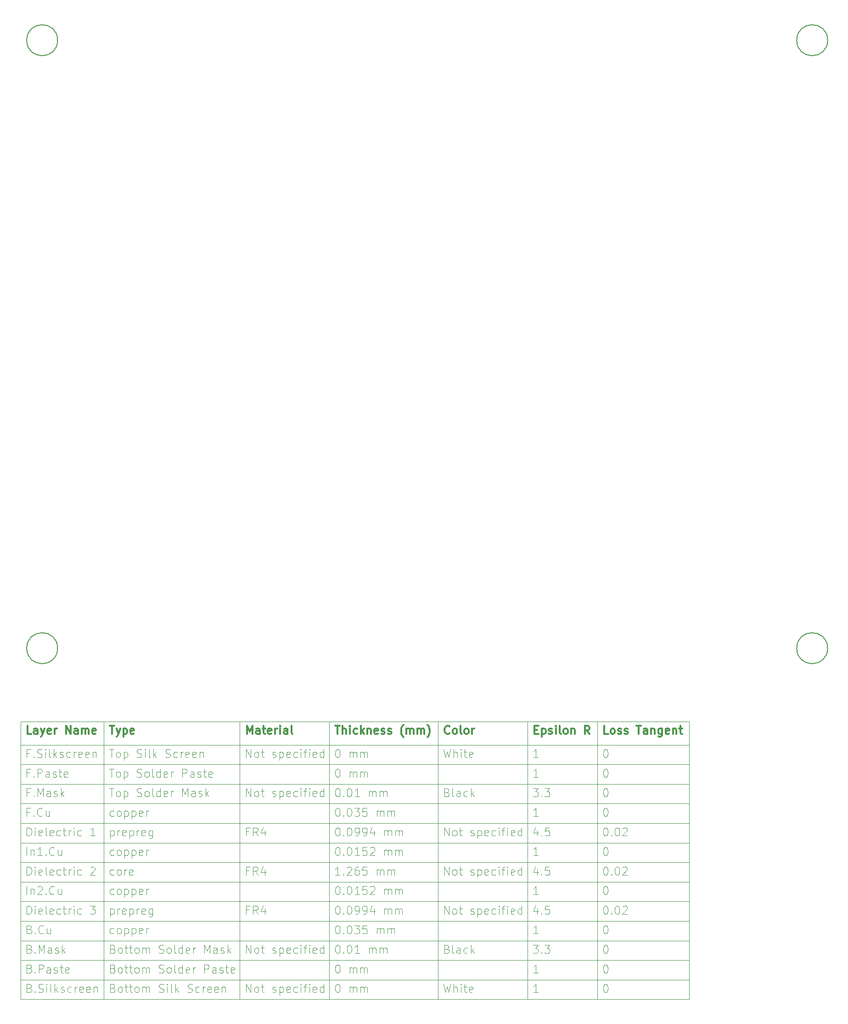
<source format=gbr>
%TF.GenerationSoftware,KiCad,Pcbnew,9.0.0*%
%TF.CreationDate,2025-04-16T12:31:04-04:00*%
%TF.ProjectId,ephys-test-board,65706879-732d-4746-9573-742d626f6172,C*%
%TF.SameCoordinates,Original*%
%TF.FileFunction,Other,Comment*%
%FSLAX46Y46*%
G04 Gerber Fmt 4.6, Leading zero omitted, Abs format (unit mm)*
G04 Created by KiCad (PCBNEW 9.0.0) date 2025-04-16 12:31:04*
%MOMM*%
%LPD*%
G01*
G04 APERTURE LIST*
%ADD10C,0.100000*%
%ADD11C,0.300000*%
%ADD12C,0.150000*%
G04 APERTURE END LIST*
D10*
X231371431Y-184500000D02*
X231371431Y-235686000D01*
X125000000Y-206838000D02*
X248328575Y-206838000D01*
X125000000Y-235686000D02*
X248328575Y-235686000D01*
X125000000Y-199626000D02*
X248328575Y-199626000D01*
X125000000Y-214050000D02*
X248328575Y-214050000D01*
X125000000Y-184500000D02*
X125000000Y-235686000D01*
X125000000Y-203232000D02*
X248328575Y-203232000D01*
X201985715Y-184500000D02*
X201985715Y-235686000D01*
X125000000Y-184500000D02*
X248328575Y-184500000D01*
X140385714Y-184500000D02*
X140385714Y-235686000D01*
X125000000Y-228474000D02*
X248328575Y-228474000D01*
X125000000Y-217656000D02*
X248328575Y-217656000D01*
X125000000Y-192414000D02*
X248328575Y-192414000D01*
X125000000Y-196020000D02*
X248328575Y-196020000D01*
X165457142Y-184500000D02*
X165457142Y-235686000D01*
X125000000Y-224868000D02*
X248328575Y-224868000D01*
X125000000Y-232080000D02*
X248328575Y-232080000D01*
X125000000Y-188808000D02*
X248328575Y-188808000D01*
X248328575Y-184500000D02*
X248328575Y-235686000D01*
X125000000Y-221262000D02*
X248328575Y-221262000D01*
X181957143Y-184500000D02*
X181957143Y-235686000D01*
X125000000Y-210444000D02*
X248328575Y-210444000D01*
X218485716Y-184500000D02*
X218485716Y-235686000D01*
X219515790Y-225684228D02*
X220444362Y-225684228D01*
X220444362Y-225684228D02*
X219944362Y-226255657D01*
X219944362Y-226255657D02*
X220158647Y-226255657D01*
X220158647Y-226255657D02*
X220301505Y-226327085D01*
X220301505Y-226327085D02*
X220372933Y-226398514D01*
X220372933Y-226398514D02*
X220444362Y-226541371D01*
X220444362Y-226541371D02*
X220444362Y-226898514D01*
X220444362Y-226898514D02*
X220372933Y-227041371D01*
X220372933Y-227041371D02*
X220301505Y-227112800D01*
X220301505Y-227112800D02*
X220158647Y-227184228D01*
X220158647Y-227184228D02*
X219730076Y-227184228D01*
X219730076Y-227184228D02*
X219587219Y-227112800D01*
X219587219Y-227112800D02*
X219515790Y-227041371D01*
X221087218Y-227041371D02*
X221158647Y-227112800D01*
X221158647Y-227112800D02*
X221087218Y-227184228D01*
X221087218Y-227184228D02*
X221015790Y-227112800D01*
X221015790Y-227112800D02*
X221087218Y-227041371D01*
X221087218Y-227041371D02*
X221087218Y-227184228D01*
X221658647Y-225684228D02*
X222587219Y-225684228D01*
X222587219Y-225684228D02*
X222087219Y-226255657D01*
X222087219Y-226255657D02*
X222301504Y-226255657D01*
X222301504Y-226255657D02*
X222444362Y-226327085D01*
X222444362Y-226327085D02*
X222515790Y-226398514D01*
X222515790Y-226398514D02*
X222587219Y-226541371D01*
X222587219Y-226541371D02*
X222587219Y-226898514D01*
X222587219Y-226898514D02*
X222515790Y-227041371D01*
X222515790Y-227041371D02*
X222444362Y-227112800D01*
X222444362Y-227112800D02*
X222301504Y-227184228D01*
X222301504Y-227184228D02*
X221872933Y-227184228D01*
X221872933Y-227184228D02*
X221730076Y-227112800D01*
X221730076Y-227112800D02*
X221658647Y-227041371D01*
X166630073Y-198336228D02*
X166630073Y-196836228D01*
X166630073Y-196836228D02*
X167487216Y-198336228D01*
X167487216Y-198336228D02*
X167487216Y-196836228D01*
X168415788Y-198336228D02*
X168272931Y-198264800D01*
X168272931Y-198264800D02*
X168201502Y-198193371D01*
X168201502Y-198193371D02*
X168130074Y-198050514D01*
X168130074Y-198050514D02*
X168130074Y-197621942D01*
X168130074Y-197621942D02*
X168201502Y-197479085D01*
X168201502Y-197479085D02*
X168272931Y-197407657D01*
X168272931Y-197407657D02*
X168415788Y-197336228D01*
X168415788Y-197336228D02*
X168630074Y-197336228D01*
X168630074Y-197336228D02*
X168772931Y-197407657D01*
X168772931Y-197407657D02*
X168844360Y-197479085D01*
X168844360Y-197479085D02*
X168915788Y-197621942D01*
X168915788Y-197621942D02*
X168915788Y-198050514D01*
X168915788Y-198050514D02*
X168844360Y-198193371D01*
X168844360Y-198193371D02*
X168772931Y-198264800D01*
X168772931Y-198264800D02*
X168630074Y-198336228D01*
X168630074Y-198336228D02*
X168415788Y-198336228D01*
X169344360Y-197336228D02*
X169915788Y-197336228D01*
X169558645Y-196836228D02*
X169558645Y-198121942D01*
X169558645Y-198121942D02*
X169630074Y-198264800D01*
X169630074Y-198264800D02*
X169772931Y-198336228D01*
X169772931Y-198336228D02*
X169915788Y-198336228D01*
X171487217Y-198264800D02*
X171630074Y-198336228D01*
X171630074Y-198336228D02*
X171915788Y-198336228D01*
X171915788Y-198336228D02*
X172058645Y-198264800D01*
X172058645Y-198264800D02*
X172130074Y-198121942D01*
X172130074Y-198121942D02*
X172130074Y-198050514D01*
X172130074Y-198050514D02*
X172058645Y-197907657D01*
X172058645Y-197907657D02*
X171915788Y-197836228D01*
X171915788Y-197836228D02*
X171701503Y-197836228D01*
X171701503Y-197836228D02*
X171558645Y-197764800D01*
X171558645Y-197764800D02*
X171487217Y-197621942D01*
X171487217Y-197621942D02*
X171487217Y-197550514D01*
X171487217Y-197550514D02*
X171558645Y-197407657D01*
X171558645Y-197407657D02*
X171701503Y-197336228D01*
X171701503Y-197336228D02*
X171915788Y-197336228D01*
X171915788Y-197336228D02*
X172058645Y-197407657D01*
X172772931Y-197336228D02*
X172772931Y-198836228D01*
X172772931Y-197407657D02*
X172915789Y-197336228D01*
X172915789Y-197336228D02*
X173201503Y-197336228D01*
X173201503Y-197336228D02*
X173344360Y-197407657D01*
X173344360Y-197407657D02*
X173415789Y-197479085D01*
X173415789Y-197479085D02*
X173487217Y-197621942D01*
X173487217Y-197621942D02*
X173487217Y-198050514D01*
X173487217Y-198050514D02*
X173415789Y-198193371D01*
X173415789Y-198193371D02*
X173344360Y-198264800D01*
X173344360Y-198264800D02*
X173201503Y-198336228D01*
X173201503Y-198336228D02*
X172915789Y-198336228D01*
X172915789Y-198336228D02*
X172772931Y-198264800D01*
X174701503Y-198264800D02*
X174558646Y-198336228D01*
X174558646Y-198336228D02*
X174272932Y-198336228D01*
X174272932Y-198336228D02*
X174130074Y-198264800D01*
X174130074Y-198264800D02*
X174058646Y-198121942D01*
X174058646Y-198121942D02*
X174058646Y-197550514D01*
X174058646Y-197550514D02*
X174130074Y-197407657D01*
X174130074Y-197407657D02*
X174272932Y-197336228D01*
X174272932Y-197336228D02*
X174558646Y-197336228D01*
X174558646Y-197336228D02*
X174701503Y-197407657D01*
X174701503Y-197407657D02*
X174772932Y-197550514D01*
X174772932Y-197550514D02*
X174772932Y-197693371D01*
X174772932Y-197693371D02*
X174058646Y-197836228D01*
X176058646Y-198264800D02*
X175915788Y-198336228D01*
X175915788Y-198336228D02*
X175630074Y-198336228D01*
X175630074Y-198336228D02*
X175487217Y-198264800D01*
X175487217Y-198264800D02*
X175415788Y-198193371D01*
X175415788Y-198193371D02*
X175344360Y-198050514D01*
X175344360Y-198050514D02*
X175344360Y-197621942D01*
X175344360Y-197621942D02*
X175415788Y-197479085D01*
X175415788Y-197479085D02*
X175487217Y-197407657D01*
X175487217Y-197407657D02*
X175630074Y-197336228D01*
X175630074Y-197336228D02*
X175915788Y-197336228D01*
X175915788Y-197336228D02*
X176058646Y-197407657D01*
X176701502Y-198336228D02*
X176701502Y-197336228D01*
X176701502Y-196836228D02*
X176630074Y-196907657D01*
X176630074Y-196907657D02*
X176701502Y-196979085D01*
X176701502Y-196979085D02*
X176772931Y-196907657D01*
X176772931Y-196907657D02*
X176701502Y-196836228D01*
X176701502Y-196836228D02*
X176701502Y-196979085D01*
X177201503Y-197336228D02*
X177772931Y-197336228D01*
X177415788Y-198336228D02*
X177415788Y-197050514D01*
X177415788Y-197050514D02*
X177487217Y-196907657D01*
X177487217Y-196907657D02*
X177630074Y-196836228D01*
X177630074Y-196836228D02*
X177772931Y-196836228D01*
X178272931Y-198336228D02*
X178272931Y-197336228D01*
X178272931Y-196836228D02*
X178201503Y-196907657D01*
X178201503Y-196907657D02*
X178272931Y-196979085D01*
X178272931Y-196979085D02*
X178344360Y-196907657D01*
X178344360Y-196907657D02*
X178272931Y-196836228D01*
X178272931Y-196836228D02*
X178272931Y-196979085D01*
X179558646Y-198264800D02*
X179415789Y-198336228D01*
X179415789Y-198336228D02*
X179130075Y-198336228D01*
X179130075Y-198336228D02*
X178987217Y-198264800D01*
X178987217Y-198264800D02*
X178915789Y-198121942D01*
X178915789Y-198121942D02*
X178915789Y-197550514D01*
X178915789Y-197550514D02*
X178987217Y-197407657D01*
X178987217Y-197407657D02*
X179130075Y-197336228D01*
X179130075Y-197336228D02*
X179415789Y-197336228D01*
X179415789Y-197336228D02*
X179558646Y-197407657D01*
X179558646Y-197407657D02*
X179630075Y-197550514D01*
X179630075Y-197550514D02*
X179630075Y-197693371D01*
X179630075Y-197693371D02*
X178915789Y-197836228D01*
X180915789Y-198336228D02*
X180915789Y-196836228D01*
X180915789Y-198264800D02*
X180772931Y-198336228D01*
X180772931Y-198336228D02*
X180487217Y-198336228D01*
X180487217Y-198336228D02*
X180344360Y-198264800D01*
X180344360Y-198264800D02*
X180272931Y-198193371D01*
X180272931Y-198193371D02*
X180201503Y-198050514D01*
X180201503Y-198050514D02*
X180201503Y-197621942D01*
X180201503Y-197621942D02*
X180272931Y-197479085D01*
X180272931Y-197479085D02*
X180344360Y-197407657D01*
X180344360Y-197407657D02*
X180487217Y-197336228D01*
X180487217Y-197336228D02*
X180772931Y-197336228D01*
X180772931Y-197336228D02*
X180915789Y-197407657D01*
X142058645Y-226398514D02*
X142272931Y-226469942D01*
X142272931Y-226469942D02*
X142344360Y-226541371D01*
X142344360Y-226541371D02*
X142415788Y-226684228D01*
X142415788Y-226684228D02*
X142415788Y-226898514D01*
X142415788Y-226898514D02*
X142344360Y-227041371D01*
X142344360Y-227041371D02*
X142272931Y-227112800D01*
X142272931Y-227112800D02*
X142130074Y-227184228D01*
X142130074Y-227184228D02*
X141558645Y-227184228D01*
X141558645Y-227184228D02*
X141558645Y-225684228D01*
X141558645Y-225684228D02*
X142058645Y-225684228D01*
X142058645Y-225684228D02*
X142201503Y-225755657D01*
X142201503Y-225755657D02*
X142272931Y-225827085D01*
X142272931Y-225827085D02*
X142344360Y-225969942D01*
X142344360Y-225969942D02*
X142344360Y-226112800D01*
X142344360Y-226112800D02*
X142272931Y-226255657D01*
X142272931Y-226255657D02*
X142201503Y-226327085D01*
X142201503Y-226327085D02*
X142058645Y-226398514D01*
X142058645Y-226398514D02*
X141558645Y-226398514D01*
X143272931Y-227184228D02*
X143130074Y-227112800D01*
X143130074Y-227112800D02*
X143058645Y-227041371D01*
X143058645Y-227041371D02*
X142987217Y-226898514D01*
X142987217Y-226898514D02*
X142987217Y-226469942D01*
X142987217Y-226469942D02*
X143058645Y-226327085D01*
X143058645Y-226327085D02*
X143130074Y-226255657D01*
X143130074Y-226255657D02*
X143272931Y-226184228D01*
X143272931Y-226184228D02*
X143487217Y-226184228D01*
X143487217Y-226184228D02*
X143630074Y-226255657D01*
X143630074Y-226255657D02*
X143701503Y-226327085D01*
X143701503Y-226327085D02*
X143772931Y-226469942D01*
X143772931Y-226469942D02*
X143772931Y-226898514D01*
X143772931Y-226898514D02*
X143701503Y-227041371D01*
X143701503Y-227041371D02*
X143630074Y-227112800D01*
X143630074Y-227112800D02*
X143487217Y-227184228D01*
X143487217Y-227184228D02*
X143272931Y-227184228D01*
X144201503Y-226184228D02*
X144772931Y-226184228D01*
X144415788Y-225684228D02*
X144415788Y-226969942D01*
X144415788Y-226969942D02*
X144487217Y-227112800D01*
X144487217Y-227112800D02*
X144630074Y-227184228D01*
X144630074Y-227184228D02*
X144772931Y-227184228D01*
X145058646Y-226184228D02*
X145630074Y-226184228D01*
X145272931Y-225684228D02*
X145272931Y-226969942D01*
X145272931Y-226969942D02*
X145344360Y-227112800D01*
X145344360Y-227112800D02*
X145487217Y-227184228D01*
X145487217Y-227184228D02*
X145630074Y-227184228D01*
X146344360Y-227184228D02*
X146201503Y-227112800D01*
X146201503Y-227112800D02*
X146130074Y-227041371D01*
X146130074Y-227041371D02*
X146058646Y-226898514D01*
X146058646Y-226898514D02*
X146058646Y-226469942D01*
X146058646Y-226469942D02*
X146130074Y-226327085D01*
X146130074Y-226327085D02*
X146201503Y-226255657D01*
X146201503Y-226255657D02*
X146344360Y-226184228D01*
X146344360Y-226184228D02*
X146558646Y-226184228D01*
X146558646Y-226184228D02*
X146701503Y-226255657D01*
X146701503Y-226255657D02*
X146772932Y-226327085D01*
X146772932Y-226327085D02*
X146844360Y-226469942D01*
X146844360Y-226469942D02*
X146844360Y-226898514D01*
X146844360Y-226898514D02*
X146772932Y-227041371D01*
X146772932Y-227041371D02*
X146701503Y-227112800D01*
X146701503Y-227112800D02*
X146558646Y-227184228D01*
X146558646Y-227184228D02*
X146344360Y-227184228D01*
X147487217Y-227184228D02*
X147487217Y-226184228D01*
X147487217Y-226327085D02*
X147558646Y-226255657D01*
X147558646Y-226255657D02*
X147701503Y-226184228D01*
X147701503Y-226184228D02*
X147915789Y-226184228D01*
X147915789Y-226184228D02*
X148058646Y-226255657D01*
X148058646Y-226255657D02*
X148130075Y-226398514D01*
X148130075Y-226398514D02*
X148130075Y-227184228D01*
X148130075Y-226398514D02*
X148201503Y-226255657D01*
X148201503Y-226255657D02*
X148344360Y-226184228D01*
X148344360Y-226184228D02*
X148558646Y-226184228D01*
X148558646Y-226184228D02*
X148701503Y-226255657D01*
X148701503Y-226255657D02*
X148772932Y-226398514D01*
X148772932Y-226398514D02*
X148772932Y-227184228D01*
X150558646Y-227112800D02*
X150772932Y-227184228D01*
X150772932Y-227184228D02*
X151130074Y-227184228D01*
X151130074Y-227184228D02*
X151272932Y-227112800D01*
X151272932Y-227112800D02*
X151344360Y-227041371D01*
X151344360Y-227041371D02*
X151415789Y-226898514D01*
X151415789Y-226898514D02*
X151415789Y-226755657D01*
X151415789Y-226755657D02*
X151344360Y-226612800D01*
X151344360Y-226612800D02*
X151272932Y-226541371D01*
X151272932Y-226541371D02*
X151130074Y-226469942D01*
X151130074Y-226469942D02*
X150844360Y-226398514D01*
X150844360Y-226398514D02*
X150701503Y-226327085D01*
X150701503Y-226327085D02*
X150630074Y-226255657D01*
X150630074Y-226255657D02*
X150558646Y-226112800D01*
X150558646Y-226112800D02*
X150558646Y-225969942D01*
X150558646Y-225969942D02*
X150630074Y-225827085D01*
X150630074Y-225827085D02*
X150701503Y-225755657D01*
X150701503Y-225755657D02*
X150844360Y-225684228D01*
X150844360Y-225684228D02*
X151201503Y-225684228D01*
X151201503Y-225684228D02*
X151415789Y-225755657D01*
X152272931Y-227184228D02*
X152130074Y-227112800D01*
X152130074Y-227112800D02*
X152058645Y-227041371D01*
X152058645Y-227041371D02*
X151987217Y-226898514D01*
X151987217Y-226898514D02*
X151987217Y-226469942D01*
X151987217Y-226469942D02*
X152058645Y-226327085D01*
X152058645Y-226327085D02*
X152130074Y-226255657D01*
X152130074Y-226255657D02*
X152272931Y-226184228D01*
X152272931Y-226184228D02*
X152487217Y-226184228D01*
X152487217Y-226184228D02*
X152630074Y-226255657D01*
X152630074Y-226255657D02*
X152701503Y-226327085D01*
X152701503Y-226327085D02*
X152772931Y-226469942D01*
X152772931Y-226469942D02*
X152772931Y-226898514D01*
X152772931Y-226898514D02*
X152701503Y-227041371D01*
X152701503Y-227041371D02*
X152630074Y-227112800D01*
X152630074Y-227112800D02*
X152487217Y-227184228D01*
X152487217Y-227184228D02*
X152272931Y-227184228D01*
X153630074Y-227184228D02*
X153487217Y-227112800D01*
X153487217Y-227112800D02*
X153415788Y-226969942D01*
X153415788Y-226969942D02*
X153415788Y-225684228D01*
X154844360Y-227184228D02*
X154844360Y-225684228D01*
X154844360Y-227112800D02*
X154701502Y-227184228D01*
X154701502Y-227184228D02*
X154415788Y-227184228D01*
X154415788Y-227184228D02*
X154272931Y-227112800D01*
X154272931Y-227112800D02*
X154201502Y-227041371D01*
X154201502Y-227041371D02*
X154130074Y-226898514D01*
X154130074Y-226898514D02*
X154130074Y-226469942D01*
X154130074Y-226469942D02*
X154201502Y-226327085D01*
X154201502Y-226327085D02*
X154272931Y-226255657D01*
X154272931Y-226255657D02*
X154415788Y-226184228D01*
X154415788Y-226184228D02*
X154701502Y-226184228D01*
X154701502Y-226184228D02*
X154844360Y-226255657D01*
X156130074Y-227112800D02*
X155987217Y-227184228D01*
X155987217Y-227184228D02*
X155701503Y-227184228D01*
X155701503Y-227184228D02*
X155558645Y-227112800D01*
X155558645Y-227112800D02*
X155487217Y-226969942D01*
X155487217Y-226969942D02*
X155487217Y-226398514D01*
X155487217Y-226398514D02*
X155558645Y-226255657D01*
X155558645Y-226255657D02*
X155701503Y-226184228D01*
X155701503Y-226184228D02*
X155987217Y-226184228D01*
X155987217Y-226184228D02*
X156130074Y-226255657D01*
X156130074Y-226255657D02*
X156201503Y-226398514D01*
X156201503Y-226398514D02*
X156201503Y-226541371D01*
X156201503Y-226541371D02*
X155487217Y-226684228D01*
X156844359Y-227184228D02*
X156844359Y-226184228D01*
X156844359Y-226469942D02*
X156915788Y-226327085D01*
X156915788Y-226327085D02*
X156987217Y-226255657D01*
X156987217Y-226255657D02*
X157130074Y-226184228D01*
X157130074Y-226184228D02*
X157272931Y-226184228D01*
X158915787Y-227184228D02*
X158915787Y-225684228D01*
X158915787Y-225684228D02*
X159415787Y-226755657D01*
X159415787Y-226755657D02*
X159915787Y-225684228D01*
X159915787Y-225684228D02*
X159915787Y-227184228D01*
X161272931Y-227184228D02*
X161272931Y-226398514D01*
X161272931Y-226398514D02*
X161201502Y-226255657D01*
X161201502Y-226255657D02*
X161058645Y-226184228D01*
X161058645Y-226184228D02*
X160772931Y-226184228D01*
X160772931Y-226184228D02*
X160630073Y-226255657D01*
X161272931Y-227112800D02*
X161130073Y-227184228D01*
X161130073Y-227184228D02*
X160772931Y-227184228D01*
X160772931Y-227184228D02*
X160630073Y-227112800D01*
X160630073Y-227112800D02*
X160558645Y-226969942D01*
X160558645Y-226969942D02*
X160558645Y-226827085D01*
X160558645Y-226827085D02*
X160630073Y-226684228D01*
X160630073Y-226684228D02*
X160772931Y-226612800D01*
X160772931Y-226612800D02*
X161130073Y-226612800D01*
X161130073Y-226612800D02*
X161272931Y-226541371D01*
X161915788Y-227112800D02*
X162058645Y-227184228D01*
X162058645Y-227184228D02*
X162344359Y-227184228D01*
X162344359Y-227184228D02*
X162487216Y-227112800D01*
X162487216Y-227112800D02*
X162558645Y-226969942D01*
X162558645Y-226969942D02*
X162558645Y-226898514D01*
X162558645Y-226898514D02*
X162487216Y-226755657D01*
X162487216Y-226755657D02*
X162344359Y-226684228D01*
X162344359Y-226684228D02*
X162130074Y-226684228D01*
X162130074Y-226684228D02*
X161987216Y-226612800D01*
X161987216Y-226612800D02*
X161915788Y-226469942D01*
X161915788Y-226469942D02*
X161915788Y-226398514D01*
X161915788Y-226398514D02*
X161987216Y-226255657D01*
X161987216Y-226255657D02*
X162130074Y-226184228D01*
X162130074Y-226184228D02*
X162344359Y-226184228D01*
X162344359Y-226184228D02*
X162487216Y-226255657D01*
X163201502Y-227184228D02*
X163201502Y-225684228D01*
X163344360Y-226612800D02*
X163772931Y-227184228D01*
X163772931Y-226184228D02*
X163201502Y-226755657D01*
X220444362Y-216366228D02*
X219587219Y-216366228D01*
X220015790Y-216366228D02*
X220015790Y-214866228D01*
X220015790Y-214866228D02*
X219872933Y-215080514D01*
X219872933Y-215080514D02*
X219730076Y-215223371D01*
X219730076Y-215223371D02*
X219587219Y-215294800D01*
D11*
X127018796Y-186805828D02*
X126304510Y-186805828D01*
X126304510Y-186805828D02*
X126304510Y-185305828D01*
X128161654Y-186805828D02*
X128161654Y-186020114D01*
X128161654Y-186020114D02*
X128090225Y-185877257D01*
X128090225Y-185877257D02*
X127947368Y-185805828D01*
X127947368Y-185805828D02*
X127661654Y-185805828D01*
X127661654Y-185805828D02*
X127518796Y-185877257D01*
X128161654Y-186734400D02*
X128018796Y-186805828D01*
X128018796Y-186805828D02*
X127661654Y-186805828D01*
X127661654Y-186805828D02*
X127518796Y-186734400D01*
X127518796Y-186734400D02*
X127447368Y-186591542D01*
X127447368Y-186591542D02*
X127447368Y-186448685D01*
X127447368Y-186448685D02*
X127518796Y-186305828D01*
X127518796Y-186305828D02*
X127661654Y-186234400D01*
X127661654Y-186234400D02*
X128018796Y-186234400D01*
X128018796Y-186234400D02*
X128161654Y-186162971D01*
X128733082Y-185805828D02*
X129090225Y-186805828D01*
X129447368Y-185805828D02*
X129090225Y-186805828D01*
X129090225Y-186805828D02*
X128947368Y-187162971D01*
X128947368Y-187162971D02*
X128875939Y-187234400D01*
X128875939Y-187234400D02*
X128733082Y-187305828D01*
X130590225Y-186734400D02*
X130447368Y-186805828D01*
X130447368Y-186805828D02*
X130161654Y-186805828D01*
X130161654Y-186805828D02*
X130018796Y-186734400D01*
X130018796Y-186734400D02*
X129947368Y-186591542D01*
X129947368Y-186591542D02*
X129947368Y-186020114D01*
X129947368Y-186020114D02*
X130018796Y-185877257D01*
X130018796Y-185877257D02*
X130161654Y-185805828D01*
X130161654Y-185805828D02*
X130447368Y-185805828D01*
X130447368Y-185805828D02*
X130590225Y-185877257D01*
X130590225Y-185877257D02*
X130661654Y-186020114D01*
X130661654Y-186020114D02*
X130661654Y-186162971D01*
X130661654Y-186162971D02*
X129947368Y-186305828D01*
X131304510Y-186805828D02*
X131304510Y-185805828D01*
X131304510Y-186091542D02*
X131375939Y-185948685D01*
X131375939Y-185948685D02*
X131447368Y-185877257D01*
X131447368Y-185877257D02*
X131590225Y-185805828D01*
X131590225Y-185805828D02*
X131733082Y-185805828D01*
X133375938Y-186805828D02*
X133375938Y-185305828D01*
X133375938Y-185305828D02*
X134233081Y-186805828D01*
X134233081Y-186805828D02*
X134233081Y-185305828D01*
X135590225Y-186805828D02*
X135590225Y-186020114D01*
X135590225Y-186020114D02*
X135518796Y-185877257D01*
X135518796Y-185877257D02*
X135375939Y-185805828D01*
X135375939Y-185805828D02*
X135090225Y-185805828D01*
X135090225Y-185805828D02*
X134947367Y-185877257D01*
X135590225Y-186734400D02*
X135447367Y-186805828D01*
X135447367Y-186805828D02*
X135090225Y-186805828D01*
X135090225Y-186805828D02*
X134947367Y-186734400D01*
X134947367Y-186734400D02*
X134875939Y-186591542D01*
X134875939Y-186591542D02*
X134875939Y-186448685D01*
X134875939Y-186448685D02*
X134947367Y-186305828D01*
X134947367Y-186305828D02*
X135090225Y-186234400D01*
X135090225Y-186234400D02*
X135447367Y-186234400D01*
X135447367Y-186234400D02*
X135590225Y-186162971D01*
X136304510Y-186805828D02*
X136304510Y-185805828D01*
X136304510Y-185948685D02*
X136375939Y-185877257D01*
X136375939Y-185877257D02*
X136518796Y-185805828D01*
X136518796Y-185805828D02*
X136733082Y-185805828D01*
X136733082Y-185805828D02*
X136875939Y-185877257D01*
X136875939Y-185877257D02*
X136947368Y-186020114D01*
X136947368Y-186020114D02*
X136947368Y-186805828D01*
X136947368Y-186020114D02*
X137018796Y-185877257D01*
X137018796Y-185877257D02*
X137161653Y-185805828D01*
X137161653Y-185805828D02*
X137375939Y-185805828D01*
X137375939Y-185805828D02*
X137518796Y-185877257D01*
X137518796Y-185877257D02*
X137590225Y-186020114D01*
X137590225Y-186020114D02*
X137590225Y-186805828D01*
X138875939Y-186734400D02*
X138733082Y-186805828D01*
X138733082Y-186805828D02*
X138447368Y-186805828D01*
X138447368Y-186805828D02*
X138304510Y-186734400D01*
X138304510Y-186734400D02*
X138233082Y-186591542D01*
X138233082Y-186591542D02*
X138233082Y-186020114D01*
X138233082Y-186020114D02*
X138304510Y-185877257D01*
X138304510Y-185877257D02*
X138447368Y-185805828D01*
X138447368Y-185805828D02*
X138733082Y-185805828D01*
X138733082Y-185805828D02*
X138875939Y-185877257D01*
X138875939Y-185877257D02*
X138947368Y-186020114D01*
X138947368Y-186020114D02*
X138947368Y-186162971D01*
X138947368Y-186162971D02*
X138233082Y-186305828D01*
D10*
X220444362Y-201942228D02*
X219587219Y-201942228D01*
X220015790Y-201942228D02*
X220015790Y-200442228D01*
X220015790Y-200442228D02*
X219872933Y-200656514D01*
X219872933Y-200656514D02*
X219730076Y-200799371D01*
X219730076Y-200799371D02*
X219587219Y-200870800D01*
X219515790Y-196836228D02*
X220444362Y-196836228D01*
X220444362Y-196836228D02*
X219944362Y-197407657D01*
X219944362Y-197407657D02*
X220158647Y-197407657D01*
X220158647Y-197407657D02*
X220301505Y-197479085D01*
X220301505Y-197479085D02*
X220372933Y-197550514D01*
X220372933Y-197550514D02*
X220444362Y-197693371D01*
X220444362Y-197693371D02*
X220444362Y-198050514D01*
X220444362Y-198050514D02*
X220372933Y-198193371D01*
X220372933Y-198193371D02*
X220301505Y-198264800D01*
X220301505Y-198264800D02*
X220158647Y-198336228D01*
X220158647Y-198336228D02*
X219730076Y-198336228D01*
X219730076Y-198336228D02*
X219587219Y-198264800D01*
X219587219Y-198264800D02*
X219515790Y-198193371D01*
X221087218Y-198193371D02*
X221158647Y-198264800D01*
X221158647Y-198264800D02*
X221087218Y-198336228D01*
X221087218Y-198336228D02*
X221015790Y-198264800D01*
X221015790Y-198264800D02*
X221087218Y-198193371D01*
X221087218Y-198193371D02*
X221087218Y-198336228D01*
X221658647Y-196836228D02*
X222587219Y-196836228D01*
X222587219Y-196836228D02*
X222087219Y-197407657D01*
X222087219Y-197407657D02*
X222301504Y-197407657D01*
X222301504Y-197407657D02*
X222444362Y-197479085D01*
X222444362Y-197479085D02*
X222515790Y-197550514D01*
X222515790Y-197550514D02*
X222587219Y-197693371D01*
X222587219Y-197693371D02*
X222587219Y-198050514D01*
X222587219Y-198050514D02*
X222515790Y-198193371D01*
X222515790Y-198193371D02*
X222444362Y-198264800D01*
X222444362Y-198264800D02*
X222301504Y-198336228D01*
X222301504Y-198336228D02*
X221872933Y-198336228D01*
X221872933Y-198336228D02*
X221730076Y-198264800D01*
X221730076Y-198264800D02*
X221658647Y-198193371D01*
X167130073Y-219186514D02*
X166630073Y-219186514D01*
X166630073Y-219972228D02*
X166630073Y-218472228D01*
X166630073Y-218472228D02*
X167344359Y-218472228D01*
X168772930Y-219972228D02*
X168272930Y-219257942D01*
X167915787Y-219972228D02*
X167915787Y-218472228D01*
X167915787Y-218472228D02*
X168487216Y-218472228D01*
X168487216Y-218472228D02*
X168630073Y-218543657D01*
X168630073Y-218543657D02*
X168701502Y-218615085D01*
X168701502Y-218615085D02*
X168772930Y-218757942D01*
X168772930Y-218757942D02*
X168772930Y-218972228D01*
X168772930Y-218972228D02*
X168701502Y-219115085D01*
X168701502Y-219115085D02*
X168630073Y-219186514D01*
X168630073Y-219186514D02*
X168487216Y-219257942D01*
X168487216Y-219257942D02*
X167915787Y-219257942D01*
X170058645Y-218972228D02*
X170058645Y-219972228D01*
X169701502Y-218400800D02*
X169344359Y-219472228D01*
X169344359Y-219472228D02*
X170272930Y-219472228D01*
X166630073Y-227184228D02*
X166630073Y-225684228D01*
X166630073Y-225684228D02*
X167487216Y-227184228D01*
X167487216Y-227184228D02*
X167487216Y-225684228D01*
X168415788Y-227184228D02*
X168272931Y-227112800D01*
X168272931Y-227112800D02*
X168201502Y-227041371D01*
X168201502Y-227041371D02*
X168130074Y-226898514D01*
X168130074Y-226898514D02*
X168130074Y-226469942D01*
X168130074Y-226469942D02*
X168201502Y-226327085D01*
X168201502Y-226327085D02*
X168272931Y-226255657D01*
X168272931Y-226255657D02*
X168415788Y-226184228D01*
X168415788Y-226184228D02*
X168630074Y-226184228D01*
X168630074Y-226184228D02*
X168772931Y-226255657D01*
X168772931Y-226255657D02*
X168844360Y-226327085D01*
X168844360Y-226327085D02*
X168915788Y-226469942D01*
X168915788Y-226469942D02*
X168915788Y-226898514D01*
X168915788Y-226898514D02*
X168844360Y-227041371D01*
X168844360Y-227041371D02*
X168772931Y-227112800D01*
X168772931Y-227112800D02*
X168630074Y-227184228D01*
X168630074Y-227184228D02*
X168415788Y-227184228D01*
X169344360Y-226184228D02*
X169915788Y-226184228D01*
X169558645Y-225684228D02*
X169558645Y-226969942D01*
X169558645Y-226969942D02*
X169630074Y-227112800D01*
X169630074Y-227112800D02*
X169772931Y-227184228D01*
X169772931Y-227184228D02*
X169915788Y-227184228D01*
X171487217Y-227112800D02*
X171630074Y-227184228D01*
X171630074Y-227184228D02*
X171915788Y-227184228D01*
X171915788Y-227184228D02*
X172058645Y-227112800D01*
X172058645Y-227112800D02*
X172130074Y-226969942D01*
X172130074Y-226969942D02*
X172130074Y-226898514D01*
X172130074Y-226898514D02*
X172058645Y-226755657D01*
X172058645Y-226755657D02*
X171915788Y-226684228D01*
X171915788Y-226684228D02*
X171701503Y-226684228D01*
X171701503Y-226684228D02*
X171558645Y-226612800D01*
X171558645Y-226612800D02*
X171487217Y-226469942D01*
X171487217Y-226469942D02*
X171487217Y-226398514D01*
X171487217Y-226398514D02*
X171558645Y-226255657D01*
X171558645Y-226255657D02*
X171701503Y-226184228D01*
X171701503Y-226184228D02*
X171915788Y-226184228D01*
X171915788Y-226184228D02*
X172058645Y-226255657D01*
X172772931Y-226184228D02*
X172772931Y-227684228D01*
X172772931Y-226255657D02*
X172915789Y-226184228D01*
X172915789Y-226184228D02*
X173201503Y-226184228D01*
X173201503Y-226184228D02*
X173344360Y-226255657D01*
X173344360Y-226255657D02*
X173415789Y-226327085D01*
X173415789Y-226327085D02*
X173487217Y-226469942D01*
X173487217Y-226469942D02*
X173487217Y-226898514D01*
X173487217Y-226898514D02*
X173415789Y-227041371D01*
X173415789Y-227041371D02*
X173344360Y-227112800D01*
X173344360Y-227112800D02*
X173201503Y-227184228D01*
X173201503Y-227184228D02*
X172915789Y-227184228D01*
X172915789Y-227184228D02*
X172772931Y-227112800D01*
X174701503Y-227112800D02*
X174558646Y-227184228D01*
X174558646Y-227184228D02*
X174272932Y-227184228D01*
X174272932Y-227184228D02*
X174130074Y-227112800D01*
X174130074Y-227112800D02*
X174058646Y-226969942D01*
X174058646Y-226969942D02*
X174058646Y-226398514D01*
X174058646Y-226398514D02*
X174130074Y-226255657D01*
X174130074Y-226255657D02*
X174272932Y-226184228D01*
X174272932Y-226184228D02*
X174558646Y-226184228D01*
X174558646Y-226184228D02*
X174701503Y-226255657D01*
X174701503Y-226255657D02*
X174772932Y-226398514D01*
X174772932Y-226398514D02*
X174772932Y-226541371D01*
X174772932Y-226541371D02*
X174058646Y-226684228D01*
X176058646Y-227112800D02*
X175915788Y-227184228D01*
X175915788Y-227184228D02*
X175630074Y-227184228D01*
X175630074Y-227184228D02*
X175487217Y-227112800D01*
X175487217Y-227112800D02*
X175415788Y-227041371D01*
X175415788Y-227041371D02*
X175344360Y-226898514D01*
X175344360Y-226898514D02*
X175344360Y-226469942D01*
X175344360Y-226469942D02*
X175415788Y-226327085D01*
X175415788Y-226327085D02*
X175487217Y-226255657D01*
X175487217Y-226255657D02*
X175630074Y-226184228D01*
X175630074Y-226184228D02*
X175915788Y-226184228D01*
X175915788Y-226184228D02*
X176058646Y-226255657D01*
X176701502Y-227184228D02*
X176701502Y-226184228D01*
X176701502Y-225684228D02*
X176630074Y-225755657D01*
X176630074Y-225755657D02*
X176701502Y-225827085D01*
X176701502Y-225827085D02*
X176772931Y-225755657D01*
X176772931Y-225755657D02*
X176701502Y-225684228D01*
X176701502Y-225684228D02*
X176701502Y-225827085D01*
X177201503Y-226184228D02*
X177772931Y-226184228D01*
X177415788Y-227184228D02*
X177415788Y-225898514D01*
X177415788Y-225898514D02*
X177487217Y-225755657D01*
X177487217Y-225755657D02*
X177630074Y-225684228D01*
X177630074Y-225684228D02*
X177772931Y-225684228D01*
X178272931Y-227184228D02*
X178272931Y-226184228D01*
X178272931Y-225684228D02*
X178201503Y-225755657D01*
X178201503Y-225755657D02*
X178272931Y-225827085D01*
X178272931Y-225827085D02*
X178344360Y-225755657D01*
X178344360Y-225755657D02*
X178272931Y-225684228D01*
X178272931Y-225684228D02*
X178272931Y-225827085D01*
X179558646Y-227112800D02*
X179415789Y-227184228D01*
X179415789Y-227184228D02*
X179130075Y-227184228D01*
X179130075Y-227184228D02*
X178987217Y-227112800D01*
X178987217Y-227112800D02*
X178915789Y-226969942D01*
X178915789Y-226969942D02*
X178915789Y-226398514D01*
X178915789Y-226398514D02*
X178987217Y-226255657D01*
X178987217Y-226255657D02*
X179130075Y-226184228D01*
X179130075Y-226184228D02*
X179415789Y-226184228D01*
X179415789Y-226184228D02*
X179558646Y-226255657D01*
X179558646Y-226255657D02*
X179630075Y-226398514D01*
X179630075Y-226398514D02*
X179630075Y-226541371D01*
X179630075Y-226541371D02*
X178915789Y-226684228D01*
X180915789Y-227184228D02*
X180915789Y-225684228D01*
X180915789Y-227112800D02*
X180772931Y-227184228D01*
X180772931Y-227184228D02*
X180487217Y-227184228D01*
X180487217Y-227184228D02*
X180344360Y-227112800D01*
X180344360Y-227112800D02*
X180272931Y-227041371D01*
X180272931Y-227041371D02*
X180201503Y-226898514D01*
X180201503Y-226898514D02*
X180201503Y-226469942D01*
X180201503Y-226469942D02*
X180272931Y-226327085D01*
X180272931Y-226327085D02*
X180344360Y-226255657D01*
X180344360Y-226255657D02*
X180487217Y-226184228D01*
X180487217Y-226184228D02*
X180772931Y-226184228D01*
X180772931Y-226184228D02*
X180915789Y-226255657D01*
X126172931Y-219972228D02*
X126172931Y-218472228D01*
X126172931Y-218472228D02*
X126530074Y-218472228D01*
X126530074Y-218472228D02*
X126744360Y-218543657D01*
X126744360Y-218543657D02*
X126887217Y-218686514D01*
X126887217Y-218686514D02*
X126958646Y-218829371D01*
X126958646Y-218829371D02*
X127030074Y-219115085D01*
X127030074Y-219115085D02*
X127030074Y-219329371D01*
X127030074Y-219329371D02*
X126958646Y-219615085D01*
X126958646Y-219615085D02*
X126887217Y-219757942D01*
X126887217Y-219757942D02*
X126744360Y-219900800D01*
X126744360Y-219900800D02*
X126530074Y-219972228D01*
X126530074Y-219972228D02*
X126172931Y-219972228D01*
X127672931Y-219972228D02*
X127672931Y-218972228D01*
X127672931Y-218472228D02*
X127601503Y-218543657D01*
X127601503Y-218543657D02*
X127672931Y-218615085D01*
X127672931Y-218615085D02*
X127744360Y-218543657D01*
X127744360Y-218543657D02*
X127672931Y-218472228D01*
X127672931Y-218472228D02*
X127672931Y-218615085D01*
X128958646Y-219900800D02*
X128815789Y-219972228D01*
X128815789Y-219972228D02*
X128530075Y-219972228D01*
X128530075Y-219972228D02*
X128387217Y-219900800D01*
X128387217Y-219900800D02*
X128315789Y-219757942D01*
X128315789Y-219757942D02*
X128315789Y-219186514D01*
X128315789Y-219186514D02*
X128387217Y-219043657D01*
X128387217Y-219043657D02*
X128530075Y-218972228D01*
X128530075Y-218972228D02*
X128815789Y-218972228D01*
X128815789Y-218972228D02*
X128958646Y-219043657D01*
X128958646Y-219043657D02*
X129030075Y-219186514D01*
X129030075Y-219186514D02*
X129030075Y-219329371D01*
X129030075Y-219329371D02*
X128315789Y-219472228D01*
X129887217Y-219972228D02*
X129744360Y-219900800D01*
X129744360Y-219900800D02*
X129672931Y-219757942D01*
X129672931Y-219757942D02*
X129672931Y-218472228D01*
X131030074Y-219900800D02*
X130887217Y-219972228D01*
X130887217Y-219972228D02*
X130601503Y-219972228D01*
X130601503Y-219972228D02*
X130458645Y-219900800D01*
X130458645Y-219900800D02*
X130387217Y-219757942D01*
X130387217Y-219757942D02*
X130387217Y-219186514D01*
X130387217Y-219186514D02*
X130458645Y-219043657D01*
X130458645Y-219043657D02*
X130601503Y-218972228D01*
X130601503Y-218972228D02*
X130887217Y-218972228D01*
X130887217Y-218972228D02*
X131030074Y-219043657D01*
X131030074Y-219043657D02*
X131101503Y-219186514D01*
X131101503Y-219186514D02*
X131101503Y-219329371D01*
X131101503Y-219329371D02*
X130387217Y-219472228D01*
X132387217Y-219900800D02*
X132244359Y-219972228D01*
X132244359Y-219972228D02*
X131958645Y-219972228D01*
X131958645Y-219972228D02*
X131815788Y-219900800D01*
X131815788Y-219900800D02*
X131744359Y-219829371D01*
X131744359Y-219829371D02*
X131672931Y-219686514D01*
X131672931Y-219686514D02*
X131672931Y-219257942D01*
X131672931Y-219257942D02*
X131744359Y-219115085D01*
X131744359Y-219115085D02*
X131815788Y-219043657D01*
X131815788Y-219043657D02*
X131958645Y-218972228D01*
X131958645Y-218972228D02*
X132244359Y-218972228D01*
X132244359Y-218972228D02*
X132387217Y-219043657D01*
X132815788Y-218972228D02*
X133387216Y-218972228D01*
X133030073Y-218472228D02*
X133030073Y-219757942D01*
X133030073Y-219757942D02*
X133101502Y-219900800D01*
X133101502Y-219900800D02*
X133244359Y-219972228D01*
X133244359Y-219972228D02*
X133387216Y-219972228D01*
X133887216Y-219972228D02*
X133887216Y-218972228D01*
X133887216Y-219257942D02*
X133958645Y-219115085D01*
X133958645Y-219115085D02*
X134030074Y-219043657D01*
X134030074Y-219043657D02*
X134172931Y-218972228D01*
X134172931Y-218972228D02*
X134315788Y-218972228D01*
X134815787Y-219972228D02*
X134815787Y-218972228D01*
X134815787Y-218472228D02*
X134744359Y-218543657D01*
X134744359Y-218543657D02*
X134815787Y-218615085D01*
X134815787Y-218615085D02*
X134887216Y-218543657D01*
X134887216Y-218543657D02*
X134815787Y-218472228D01*
X134815787Y-218472228D02*
X134815787Y-218615085D01*
X136172931Y-219900800D02*
X136030073Y-219972228D01*
X136030073Y-219972228D02*
X135744359Y-219972228D01*
X135744359Y-219972228D02*
X135601502Y-219900800D01*
X135601502Y-219900800D02*
X135530073Y-219829371D01*
X135530073Y-219829371D02*
X135458645Y-219686514D01*
X135458645Y-219686514D02*
X135458645Y-219257942D01*
X135458645Y-219257942D02*
X135530073Y-219115085D01*
X135530073Y-219115085D02*
X135601502Y-219043657D01*
X135601502Y-219043657D02*
X135744359Y-218972228D01*
X135744359Y-218972228D02*
X136030073Y-218972228D01*
X136030073Y-218972228D02*
X136172931Y-219043657D01*
X137815787Y-218472228D02*
X138744359Y-218472228D01*
X138744359Y-218472228D02*
X138244359Y-219043657D01*
X138244359Y-219043657D02*
X138458644Y-219043657D01*
X138458644Y-219043657D02*
X138601502Y-219115085D01*
X138601502Y-219115085D02*
X138672930Y-219186514D01*
X138672930Y-219186514D02*
X138744359Y-219329371D01*
X138744359Y-219329371D02*
X138744359Y-219686514D01*
X138744359Y-219686514D02*
X138672930Y-219829371D01*
X138672930Y-219829371D02*
X138601502Y-219900800D01*
X138601502Y-219900800D02*
X138458644Y-219972228D01*
X138458644Y-219972228D02*
X138030073Y-219972228D01*
X138030073Y-219972228D02*
X137887216Y-219900800D01*
X137887216Y-219900800D02*
X137815787Y-219829371D01*
X183415789Y-196836228D02*
X183558646Y-196836228D01*
X183558646Y-196836228D02*
X183701503Y-196907657D01*
X183701503Y-196907657D02*
X183772932Y-196979085D01*
X183772932Y-196979085D02*
X183844360Y-197121942D01*
X183844360Y-197121942D02*
X183915789Y-197407657D01*
X183915789Y-197407657D02*
X183915789Y-197764800D01*
X183915789Y-197764800D02*
X183844360Y-198050514D01*
X183844360Y-198050514D02*
X183772932Y-198193371D01*
X183772932Y-198193371D02*
X183701503Y-198264800D01*
X183701503Y-198264800D02*
X183558646Y-198336228D01*
X183558646Y-198336228D02*
X183415789Y-198336228D01*
X183415789Y-198336228D02*
X183272932Y-198264800D01*
X183272932Y-198264800D02*
X183201503Y-198193371D01*
X183201503Y-198193371D02*
X183130074Y-198050514D01*
X183130074Y-198050514D02*
X183058646Y-197764800D01*
X183058646Y-197764800D02*
X183058646Y-197407657D01*
X183058646Y-197407657D02*
X183130074Y-197121942D01*
X183130074Y-197121942D02*
X183201503Y-196979085D01*
X183201503Y-196979085D02*
X183272932Y-196907657D01*
X183272932Y-196907657D02*
X183415789Y-196836228D01*
X184558645Y-198193371D02*
X184630074Y-198264800D01*
X184630074Y-198264800D02*
X184558645Y-198336228D01*
X184558645Y-198336228D02*
X184487217Y-198264800D01*
X184487217Y-198264800D02*
X184558645Y-198193371D01*
X184558645Y-198193371D02*
X184558645Y-198336228D01*
X185558646Y-196836228D02*
X185701503Y-196836228D01*
X185701503Y-196836228D02*
X185844360Y-196907657D01*
X185844360Y-196907657D02*
X185915789Y-196979085D01*
X185915789Y-196979085D02*
X185987217Y-197121942D01*
X185987217Y-197121942D02*
X186058646Y-197407657D01*
X186058646Y-197407657D02*
X186058646Y-197764800D01*
X186058646Y-197764800D02*
X185987217Y-198050514D01*
X185987217Y-198050514D02*
X185915789Y-198193371D01*
X185915789Y-198193371D02*
X185844360Y-198264800D01*
X185844360Y-198264800D02*
X185701503Y-198336228D01*
X185701503Y-198336228D02*
X185558646Y-198336228D01*
X185558646Y-198336228D02*
X185415789Y-198264800D01*
X185415789Y-198264800D02*
X185344360Y-198193371D01*
X185344360Y-198193371D02*
X185272931Y-198050514D01*
X185272931Y-198050514D02*
X185201503Y-197764800D01*
X185201503Y-197764800D02*
X185201503Y-197407657D01*
X185201503Y-197407657D02*
X185272931Y-197121942D01*
X185272931Y-197121942D02*
X185344360Y-196979085D01*
X185344360Y-196979085D02*
X185415789Y-196907657D01*
X185415789Y-196907657D02*
X185558646Y-196836228D01*
X187487217Y-198336228D02*
X186630074Y-198336228D01*
X187058645Y-198336228D02*
X187058645Y-196836228D01*
X187058645Y-196836228D02*
X186915788Y-197050514D01*
X186915788Y-197050514D02*
X186772931Y-197193371D01*
X186772931Y-197193371D02*
X186630074Y-197264800D01*
X189272930Y-198336228D02*
X189272930Y-197336228D01*
X189272930Y-197479085D02*
X189344359Y-197407657D01*
X189344359Y-197407657D02*
X189487216Y-197336228D01*
X189487216Y-197336228D02*
X189701502Y-197336228D01*
X189701502Y-197336228D02*
X189844359Y-197407657D01*
X189844359Y-197407657D02*
X189915788Y-197550514D01*
X189915788Y-197550514D02*
X189915788Y-198336228D01*
X189915788Y-197550514D02*
X189987216Y-197407657D01*
X189987216Y-197407657D02*
X190130073Y-197336228D01*
X190130073Y-197336228D02*
X190344359Y-197336228D01*
X190344359Y-197336228D02*
X190487216Y-197407657D01*
X190487216Y-197407657D02*
X190558645Y-197550514D01*
X190558645Y-197550514D02*
X190558645Y-198336228D01*
X191272930Y-198336228D02*
X191272930Y-197336228D01*
X191272930Y-197479085D02*
X191344359Y-197407657D01*
X191344359Y-197407657D02*
X191487216Y-197336228D01*
X191487216Y-197336228D02*
X191701502Y-197336228D01*
X191701502Y-197336228D02*
X191844359Y-197407657D01*
X191844359Y-197407657D02*
X191915788Y-197550514D01*
X191915788Y-197550514D02*
X191915788Y-198336228D01*
X191915788Y-197550514D02*
X191987216Y-197407657D01*
X191987216Y-197407657D02*
X192130073Y-197336228D01*
X192130073Y-197336228D02*
X192344359Y-197336228D01*
X192344359Y-197336228D02*
X192487216Y-197407657D01*
X192487216Y-197407657D02*
X192558645Y-197550514D01*
X192558645Y-197550514D02*
X192558645Y-198336228D01*
X232830077Y-229290228D02*
X232972934Y-229290228D01*
X232972934Y-229290228D02*
X233115791Y-229361657D01*
X233115791Y-229361657D02*
X233187220Y-229433085D01*
X233187220Y-229433085D02*
X233258648Y-229575942D01*
X233258648Y-229575942D02*
X233330077Y-229861657D01*
X233330077Y-229861657D02*
X233330077Y-230218800D01*
X233330077Y-230218800D02*
X233258648Y-230504514D01*
X233258648Y-230504514D02*
X233187220Y-230647371D01*
X233187220Y-230647371D02*
X233115791Y-230718800D01*
X233115791Y-230718800D02*
X232972934Y-230790228D01*
X232972934Y-230790228D02*
X232830077Y-230790228D01*
X232830077Y-230790228D02*
X232687220Y-230718800D01*
X232687220Y-230718800D02*
X232615791Y-230647371D01*
X232615791Y-230647371D02*
X232544362Y-230504514D01*
X232544362Y-230504514D02*
X232472934Y-230218800D01*
X232472934Y-230218800D02*
X232472934Y-229861657D01*
X232472934Y-229861657D02*
X232544362Y-229575942D01*
X232544362Y-229575942D02*
X232615791Y-229433085D01*
X232615791Y-229433085D02*
X232687220Y-229361657D01*
X232687220Y-229361657D02*
X232830077Y-229290228D01*
D11*
X219790226Y-186020114D02*
X220290226Y-186020114D01*
X220504512Y-186805828D02*
X219790226Y-186805828D01*
X219790226Y-186805828D02*
X219790226Y-185305828D01*
X219790226Y-185305828D02*
X220504512Y-185305828D01*
X221147369Y-185805828D02*
X221147369Y-187305828D01*
X221147369Y-185877257D02*
X221290227Y-185805828D01*
X221290227Y-185805828D02*
X221575941Y-185805828D01*
X221575941Y-185805828D02*
X221718798Y-185877257D01*
X221718798Y-185877257D02*
X221790227Y-185948685D01*
X221790227Y-185948685D02*
X221861655Y-186091542D01*
X221861655Y-186091542D02*
X221861655Y-186520114D01*
X221861655Y-186520114D02*
X221790227Y-186662971D01*
X221790227Y-186662971D02*
X221718798Y-186734400D01*
X221718798Y-186734400D02*
X221575941Y-186805828D01*
X221575941Y-186805828D02*
X221290227Y-186805828D01*
X221290227Y-186805828D02*
X221147369Y-186734400D01*
X222433084Y-186734400D02*
X222575941Y-186805828D01*
X222575941Y-186805828D02*
X222861655Y-186805828D01*
X222861655Y-186805828D02*
X223004512Y-186734400D01*
X223004512Y-186734400D02*
X223075941Y-186591542D01*
X223075941Y-186591542D02*
X223075941Y-186520114D01*
X223075941Y-186520114D02*
X223004512Y-186377257D01*
X223004512Y-186377257D02*
X222861655Y-186305828D01*
X222861655Y-186305828D02*
X222647370Y-186305828D01*
X222647370Y-186305828D02*
X222504512Y-186234400D01*
X222504512Y-186234400D02*
X222433084Y-186091542D01*
X222433084Y-186091542D02*
X222433084Y-186020114D01*
X222433084Y-186020114D02*
X222504512Y-185877257D01*
X222504512Y-185877257D02*
X222647370Y-185805828D01*
X222647370Y-185805828D02*
X222861655Y-185805828D01*
X222861655Y-185805828D02*
X223004512Y-185877257D01*
X223718798Y-186805828D02*
X223718798Y-185805828D01*
X223718798Y-185305828D02*
X223647370Y-185377257D01*
X223647370Y-185377257D02*
X223718798Y-185448685D01*
X223718798Y-185448685D02*
X223790227Y-185377257D01*
X223790227Y-185377257D02*
X223718798Y-185305828D01*
X223718798Y-185305828D02*
X223718798Y-185448685D01*
X224647370Y-186805828D02*
X224504513Y-186734400D01*
X224504513Y-186734400D02*
X224433084Y-186591542D01*
X224433084Y-186591542D02*
X224433084Y-185305828D01*
X225433084Y-186805828D02*
X225290227Y-186734400D01*
X225290227Y-186734400D02*
X225218798Y-186662971D01*
X225218798Y-186662971D02*
X225147370Y-186520114D01*
X225147370Y-186520114D02*
X225147370Y-186091542D01*
X225147370Y-186091542D02*
X225218798Y-185948685D01*
X225218798Y-185948685D02*
X225290227Y-185877257D01*
X225290227Y-185877257D02*
X225433084Y-185805828D01*
X225433084Y-185805828D02*
X225647370Y-185805828D01*
X225647370Y-185805828D02*
X225790227Y-185877257D01*
X225790227Y-185877257D02*
X225861656Y-185948685D01*
X225861656Y-185948685D02*
X225933084Y-186091542D01*
X225933084Y-186091542D02*
X225933084Y-186520114D01*
X225933084Y-186520114D02*
X225861656Y-186662971D01*
X225861656Y-186662971D02*
X225790227Y-186734400D01*
X225790227Y-186734400D02*
X225647370Y-186805828D01*
X225647370Y-186805828D02*
X225433084Y-186805828D01*
X226575941Y-185805828D02*
X226575941Y-186805828D01*
X226575941Y-185948685D02*
X226647370Y-185877257D01*
X226647370Y-185877257D02*
X226790227Y-185805828D01*
X226790227Y-185805828D02*
X227004513Y-185805828D01*
X227004513Y-185805828D02*
X227147370Y-185877257D01*
X227147370Y-185877257D02*
X227218799Y-186020114D01*
X227218799Y-186020114D02*
X227218799Y-186805828D01*
X229933084Y-186805828D02*
X229433084Y-186091542D01*
X229075941Y-186805828D02*
X229075941Y-185305828D01*
X229075941Y-185305828D02*
X229647370Y-185305828D01*
X229647370Y-185305828D02*
X229790227Y-185377257D01*
X229790227Y-185377257D02*
X229861656Y-185448685D01*
X229861656Y-185448685D02*
X229933084Y-185591542D01*
X229933084Y-185591542D02*
X229933084Y-185805828D01*
X229933084Y-185805828D02*
X229861656Y-185948685D01*
X229861656Y-185948685D02*
X229790227Y-186020114D01*
X229790227Y-186020114D02*
X229647370Y-186091542D01*
X229647370Y-186091542D02*
X229075941Y-186091542D01*
D10*
X232830077Y-193230228D02*
X232972934Y-193230228D01*
X232972934Y-193230228D02*
X233115791Y-193301657D01*
X233115791Y-193301657D02*
X233187220Y-193373085D01*
X233187220Y-193373085D02*
X233258648Y-193515942D01*
X233258648Y-193515942D02*
X233330077Y-193801657D01*
X233330077Y-193801657D02*
X233330077Y-194158800D01*
X233330077Y-194158800D02*
X233258648Y-194444514D01*
X233258648Y-194444514D02*
X233187220Y-194587371D01*
X233187220Y-194587371D02*
X233115791Y-194658800D01*
X233115791Y-194658800D02*
X232972934Y-194730228D01*
X232972934Y-194730228D02*
X232830077Y-194730228D01*
X232830077Y-194730228D02*
X232687220Y-194658800D01*
X232687220Y-194658800D02*
X232615791Y-194587371D01*
X232615791Y-194587371D02*
X232544362Y-194444514D01*
X232544362Y-194444514D02*
X232472934Y-194158800D01*
X232472934Y-194158800D02*
X232472934Y-193801657D01*
X232472934Y-193801657D02*
X232544362Y-193515942D01*
X232544362Y-193515942D02*
X232615791Y-193373085D01*
X232615791Y-193373085D02*
X232687220Y-193301657D01*
X232687220Y-193301657D02*
X232830077Y-193230228D01*
X183415789Y-200442228D02*
X183558646Y-200442228D01*
X183558646Y-200442228D02*
X183701503Y-200513657D01*
X183701503Y-200513657D02*
X183772932Y-200585085D01*
X183772932Y-200585085D02*
X183844360Y-200727942D01*
X183844360Y-200727942D02*
X183915789Y-201013657D01*
X183915789Y-201013657D02*
X183915789Y-201370800D01*
X183915789Y-201370800D02*
X183844360Y-201656514D01*
X183844360Y-201656514D02*
X183772932Y-201799371D01*
X183772932Y-201799371D02*
X183701503Y-201870800D01*
X183701503Y-201870800D02*
X183558646Y-201942228D01*
X183558646Y-201942228D02*
X183415789Y-201942228D01*
X183415789Y-201942228D02*
X183272932Y-201870800D01*
X183272932Y-201870800D02*
X183201503Y-201799371D01*
X183201503Y-201799371D02*
X183130074Y-201656514D01*
X183130074Y-201656514D02*
X183058646Y-201370800D01*
X183058646Y-201370800D02*
X183058646Y-201013657D01*
X183058646Y-201013657D02*
X183130074Y-200727942D01*
X183130074Y-200727942D02*
X183201503Y-200585085D01*
X183201503Y-200585085D02*
X183272932Y-200513657D01*
X183272932Y-200513657D02*
X183415789Y-200442228D01*
X184558645Y-201799371D02*
X184630074Y-201870800D01*
X184630074Y-201870800D02*
X184558645Y-201942228D01*
X184558645Y-201942228D02*
X184487217Y-201870800D01*
X184487217Y-201870800D02*
X184558645Y-201799371D01*
X184558645Y-201799371D02*
X184558645Y-201942228D01*
X185558646Y-200442228D02*
X185701503Y-200442228D01*
X185701503Y-200442228D02*
X185844360Y-200513657D01*
X185844360Y-200513657D02*
X185915789Y-200585085D01*
X185915789Y-200585085D02*
X185987217Y-200727942D01*
X185987217Y-200727942D02*
X186058646Y-201013657D01*
X186058646Y-201013657D02*
X186058646Y-201370800D01*
X186058646Y-201370800D02*
X185987217Y-201656514D01*
X185987217Y-201656514D02*
X185915789Y-201799371D01*
X185915789Y-201799371D02*
X185844360Y-201870800D01*
X185844360Y-201870800D02*
X185701503Y-201942228D01*
X185701503Y-201942228D02*
X185558646Y-201942228D01*
X185558646Y-201942228D02*
X185415789Y-201870800D01*
X185415789Y-201870800D02*
X185344360Y-201799371D01*
X185344360Y-201799371D02*
X185272931Y-201656514D01*
X185272931Y-201656514D02*
X185201503Y-201370800D01*
X185201503Y-201370800D02*
X185201503Y-201013657D01*
X185201503Y-201013657D02*
X185272931Y-200727942D01*
X185272931Y-200727942D02*
X185344360Y-200585085D01*
X185344360Y-200585085D02*
X185415789Y-200513657D01*
X185415789Y-200513657D02*
X185558646Y-200442228D01*
X186558645Y-200442228D02*
X187487217Y-200442228D01*
X187487217Y-200442228D02*
X186987217Y-201013657D01*
X186987217Y-201013657D02*
X187201502Y-201013657D01*
X187201502Y-201013657D02*
X187344360Y-201085085D01*
X187344360Y-201085085D02*
X187415788Y-201156514D01*
X187415788Y-201156514D02*
X187487217Y-201299371D01*
X187487217Y-201299371D02*
X187487217Y-201656514D01*
X187487217Y-201656514D02*
X187415788Y-201799371D01*
X187415788Y-201799371D02*
X187344360Y-201870800D01*
X187344360Y-201870800D02*
X187201502Y-201942228D01*
X187201502Y-201942228D02*
X186772931Y-201942228D01*
X186772931Y-201942228D02*
X186630074Y-201870800D01*
X186630074Y-201870800D02*
X186558645Y-201799371D01*
X188844359Y-200442228D02*
X188130073Y-200442228D01*
X188130073Y-200442228D02*
X188058645Y-201156514D01*
X188058645Y-201156514D02*
X188130073Y-201085085D01*
X188130073Y-201085085D02*
X188272931Y-201013657D01*
X188272931Y-201013657D02*
X188630073Y-201013657D01*
X188630073Y-201013657D02*
X188772931Y-201085085D01*
X188772931Y-201085085D02*
X188844359Y-201156514D01*
X188844359Y-201156514D02*
X188915788Y-201299371D01*
X188915788Y-201299371D02*
X188915788Y-201656514D01*
X188915788Y-201656514D02*
X188844359Y-201799371D01*
X188844359Y-201799371D02*
X188772931Y-201870800D01*
X188772931Y-201870800D02*
X188630073Y-201942228D01*
X188630073Y-201942228D02*
X188272931Y-201942228D01*
X188272931Y-201942228D02*
X188130073Y-201870800D01*
X188130073Y-201870800D02*
X188058645Y-201799371D01*
X190701501Y-201942228D02*
X190701501Y-200942228D01*
X190701501Y-201085085D02*
X190772930Y-201013657D01*
X190772930Y-201013657D02*
X190915787Y-200942228D01*
X190915787Y-200942228D02*
X191130073Y-200942228D01*
X191130073Y-200942228D02*
X191272930Y-201013657D01*
X191272930Y-201013657D02*
X191344359Y-201156514D01*
X191344359Y-201156514D02*
X191344359Y-201942228D01*
X191344359Y-201156514D02*
X191415787Y-201013657D01*
X191415787Y-201013657D02*
X191558644Y-200942228D01*
X191558644Y-200942228D02*
X191772930Y-200942228D01*
X191772930Y-200942228D02*
X191915787Y-201013657D01*
X191915787Y-201013657D02*
X191987216Y-201156514D01*
X191987216Y-201156514D02*
X191987216Y-201942228D01*
X192701501Y-201942228D02*
X192701501Y-200942228D01*
X192701501Y-201085085D02*
X192772930Y-201013657D01*
X192772930Y-201013657D02*
X192915787Y-200942228D01*
X192915787Y-200942228D02*
X193130073Y-200942228D01*
X193130073Y-200942228D02*
X193272930Y-201013657D01*
X193272930Y-201013657D02*
X193344359Y-201156514D01*
X193344359Y-201156514D02*
X193344359Y-201942228D01*
X193344359Y-201156514D02*
X193415787Y-201013657D01*
X193415787Y-201013657D02*
X193558644Y-200942228D01*
X193558644Y-200942228D02*
X193772930Y-200942228D01*
X193772930Y-200942228D02*
X193915787Y-201013657D01*
X193915787Y-201013657D02*
X193987216Y-201156514D01*
X193987216Y-201156514D02*
X193987216Y-201942228D01*
X232830077Y-214866228D02*
X232972934Y-214866228D01*
X232972934Y-214866228D02*
X233115791Y-214937657D01*
X233115791Y-214937657D02*
X233187220Y-215009085D01*
X233187220Y-215009085D02*
X233258648Y-215151942D01*
X233258648Y-215151942D02*
X233330077Y-215437657D01*
X233330077Y-215437657D02*
X233330077Y-215794800D01*
X233330077Y-215794800D02*
X233258648Y-216080514D01*
X233258648Y-216080514D02*
X233187220Y-216223371D01*
X233187220Y-216223371D02*
X233115791Y-216294800D01*
X233115791Y-216294800D02*
X232972934Y-216366228D01*
X232972934Y-216366228D02*
X232830077Y-216366228D01*
X232830077Y-216366228D02*
X232687220Y-216294800D01*
X232687220Y-216294800D02*
X232615791Y-216223371D01*
X232615791Y-216223371D02*
X232544362Y-216080514D01*
X232544362Y-216080514D02*
X232472934Y-215794800D01*
X232472934Y-215794800D02*
X232472934Y-215437657D01*
X232472934Y-215437657D02*
X232544362Y-215151942D01*
X232544362Y-215151942D02*
X232615791Y-215009085D01*
X232615791Y-215009085D02*
X232687220Y-214937657D01*
X232687220Y-214937657D02*
X232830077Y-214866228D01*
X220301505Y-204548228D02*
X220301505Y-205548228D01*
X219944362Y-203976800D02*
X219587219Y-205048228D01*
X219587219Y-205048228D02*
X220515790Y-205048228D01*
X221087218Y-205405371D02*
X221158647Y-205476800D01*
X221158647Y-205476800D02*
X221087218Y-205548228D01*
X221087218Y-205548228D02*
X221015790Y-205476800D01*
X221015790Y-205476800D02*
X221087218Y-205405371D01*
X221087218Y-205405371D02*
X221087218Y-205548228D01*
X222515790Y-204048228D02*
X221801504Y-204048228D01*
X221801504Y-204048228D02*
X221730076Y-204762514D01*
X221730076Y-204762514D02*
X221801504Y-204691085D01*
X221801504Y-204691085D02*
X221944362Y-204619657D01*
X221944362Y-204619657D02*
X222301504Y-204619657D01*
X222301504Y-204619657D02*
X222444362Y-204691085D01*
X222444362Y-204691085D02*
X222515790Y-204762514D01*
X222515790Y-204762514D02*
X222587219Y-204905371D01*
X222587219Y-204905371D02*
X222587219Y-205262514D01*
X222587219Y-205262514D02*
X222515790Y-205405371D01*
X222515790Y-205405371D02*
X222444362Y-205476800D01*
X222444362Y-205476800D02*
X222301504Y-205548228D01*
X222301504Y-205548228D02*
X221944362Y-205548228D01*
X221944362Y-205548228D02*
X221801504Y-205476800D01*
X221801504Y-205476800D02*
X221730076Y-205405371D01*
X220301505Y-211760228D02*
X220301505Y-212760228D01*
X219944362Y-211188800D02*
X219587219Y-212260228D01*
X219587219Y-212260228D02*
X220515790Y-212260228D01*
X221087218Y-212617371D02*
X221158647Y-212688800D01*
X221158647Y-212688800D02*
X221087218Y-212760228D01*
X221087218Y-212760228D02*
X221015790Y-212688800D01*
X221015790Y-212688800D02*
X221087218Y-212617371D01*
X221087218Y-212617371D02*
X221087218Y-212760228D01*
X222515790Y-211260228D02*
X221801504Y-211260228D01*
X221801504Y-211260228D02*
X221730076Y-211974514D01*
X221730076Y-211974514D02*
X221801504Y-211903085D01*
X221801504Y-211903085D02*
X221944362Y-211831657D01*
X221944362Y-211831657D02*
X222301504Y-211831657D01*
X222301504Y-211831657D02*
X222444362Y-211903085D01*
X222444362Y-211903085D02*
X222515790Y-211974514D01*
X222515790Y-211974514D02*
X222587219Y-212117371D01*
X222587219Y-212117371D02*
X222587219Y-212474514D01*
X222587219Y-212474514D02*
X222515790Y-212617371D01*
X222515790Y-212617371D02*
X222444362Y-212688800D01*
X222444362Y-212688800D02*
X222301504Y-212760228D01*
X222301504Y-212760228D02*
X221944362Y-212760228D01*
X221944362Y-212760228D02*
X221801504Y-212688800D01*
X221801504Y-212688800D02*
X221730076Y-212617371D01*
X232830077Y-189624228D02*
X232972934Y-189624228D01*
X232972934Y-189624228D02*
X233115791Y-189695657D01*
X233115791Y-189695657D02*
X233187220Y-189767085D01*
X233187220Y-189767085D02*
X233258648Y-189909942D01*
X233258648Y-189909942D02*
X233330077Y-190195657D01*
X233330077Y-190195657D02*
X233330077Y-190552800D01*
X233330077Y-190552800D02*
X233258648Y-190838514D01*
X233258648Y-190838514D02*
X233187220Y-190981371D01*
X233187220Y-190981371D02*
X233115791Y-191052800D01*
X233115791Y-191052800D02*
X232972934Y-191124228D01*
X232972934Y-191124228D02*
X232830077Y-191124228D01*
X232830077Y-191124228D02*
X232687220Y-191052800D01*
X232687220Y-191052800D02*
X232615791Y-190981371D01*
X232615791Y-190981371D02*
X232544362Y-190838514D01*
X232544362Y-190838514D02*
X232472934Y-190552800D01*
X232472934Y-190552800D02*
X232472934Y-190195657D01*
X232472934Y-190195657D02*
X232544362Y-189909942D01*
X232544362Y-189909942D02*
X232615791Y-189767085D01*
X232615791Y-189767085D02*
X232687220Y-189695657D01*
X232687220Y-189695657D02*
X232830077Y-189624228D01*
X141344360Y-193230228D02*
X142201503Y-193230228D01*
X141772931Y-194730228D02*
X141772931Y-193230228D01*
X142915788Y-194730228D02*
X142772931Y-194658800D01*
X142772931Y-194658800D02*
X142701502Y-194587371D01*
X142701502Y-194587371D02*
X142630074Y-194444514D01*
X142630074Y-194444514D02*
X142630074Y-194015942D01*
X142630074Y-194015942D02*
X142701502Y-193873085D01*
X142701502Y-193873085D02*
X142772931Y-193801657D01*
X142772931Y-193801657D02*
X142915788Y-193730228D01*
X142915788Y-193730228D02*
X143130074Y-193730228D01*
X143130074Y-193730228D02*
X143272931Y-193801657D01*
X143272931Y-193801657D02*
X143344360Y-193873085D01*
X143344360Y-193873085D02*
X143415788Y-194015942D01*
X143415788Y-194015942D02*
X143415788Y-194444514D01*
X143415788Y-194444514D02*
X143344360Y-194587371D01*
X143344360Y-194587371D02*
X143272931Y-194658800D01*
X143272931Y-194658800D02*
X143130074Y-194730228D01*
X143130074Y-194730228D02*
X142915788Y-194730228D01*
X144058645Y-193730228D02*
X144058645Y-195230228D01*
X144058645Y-193801657D02*
X144201503Y-193730228D01*
X144201503Y-193730228D02*
X144487217Y-193730228D01*
X144487217Y-193730228D02*
X144630074Y-193801657D01*
X144630074Y-193801657D02*
X144701503Y-193873085D01*
X144701503Y-193873085D02*
X144772931Y-194015942D01*
X144772931Y-194015942D02*
X144772931Y-194444514D01*
X144772931Y-194444514D02*
X144701503Y-194587371D01*
X144701503Y-194587371D02*
X144630074Y-194658800D01*
X144630074Y-194658800D02*
X144487217Y-194730228D01*
X144487217Y-194730228D02*
X144201503Y-194730228D01*
X144201503Y-194730228D02*
X144058645Y-194658800D01*
X146487217Y-194658800D02*
X146701503Y-194730228D01*
X146701503Y-194730228D02*
X147058645Y-194730228D01*
X147058645Y-194730228D02*
X147201503Y-194658800D01*
X147201503Y-194658800D02*
X147272931Y-194587371D01*
X147272931Y-194587371D02*
X147344360Y-194444514D01*
X147344360Y-194444514D02*
X147344360Y-194301657D01*
X147344360Y-194301657D02*
X147272931Y-194158800D01*
X147272931Y-194158800D02*
X147201503Y-194087371D01*
X147201503Y-194087371D02*
X147058645Y-194015942D01*
X147058645Y-194015942D02*
X146772931Y-193944514D01*
X146772931Y-193944514D02*
X146630074Y-193873085D01*
X146630074Y-193873085D02*
X146558645Y-193801657D01*
X146558645Y-193801657D02*
X146487217Y-193658800D01*
X146487217Y-193658800D02*
X146487217Y-193515942D01*
X146487217Y-193515942D02*
X146558645Y-193373085D01*
X146558645Y-193373085D02*
X146630074Y-193301657D01*
X146630074Y-193301657D02*
X146772931Y-193230228D01*
X146772931Y-193230228D02*
X147130074Y-193230228D01*
X147130074Y-193230228D02*
X147344360Y-193301657D01*
X148201502Y-194730228D02*
X148058645Y-194658800D01*
X148058645Y-194658800D02*
X147987216Y-194587371D01*
X147987216Y-194587371D02*
X147915788Y-194444514D01*
X147915788Y-194444514D02*
X147915788Y-194015942D01*
X147915788Y-194015942D02*
X147987216Y-193873085D01*
X147987216Y-193873085D02*
X148058645Y-193801657D01*
X148058645Y-193801657D02*
X148201502Y-193730228D01*
X148201502Y-193730228D02*
X148415788Y-193730228D01*
X148415788Y-193730228D02*
X148558645Y-193801657D01*
X148558645Y-193801657D02*
X148630074Y-193873085D01*
X148630074Y-193873085D02*
X148701502Y-194015942D01*
X148701502Y-194015942D02*
X148701502Y-194444514D01*
X148701502Y-194444514D02*
X148630074Y-194587371D01*
X148630074Y-194587371D02*
X148558645Y-194658800D01*
X148558645Y-194658800D02*
X148415788Y-194730228D01*
X148415788Y-194730228D02*
X148201502Y-194730228D01*
X149558645Y-194730228D02*
X149415788Y-194658800D01*
X149415788Y-194658800D02*
X149344359Y-194515942D01*
X149344359Y-194515942D02*
X149344359Y-193230228D01*
X150772931Y-194730228D02*
X150772931Y-193230228D01*
X150772931Y-194658800D02*
X150630073Y-194730228D01*
X150630073Y-194730228D02*
X150344359Y-194730228D01*
X150344359Y-194730228D02*
X150201502Y-194658800D01*
X150201502Y-194658800D02*
X150130073Y-194587371D01*
X150130073Y-194587371D02*
X150058645Y-194444514D01*
X150058645Y-194444514D02*
X150058645Y-194015942D01*
X150058645Y-194015942D02*
X150130073Y-193873085D01*
X150130073Y-193873085D02*
X150201502Y-193801657D01*
X150201502Y-193801657D02*
X150344359Y-193730228D01*
X150344359Y-193730228D02*
X150630073Y-193730228D01*
X150630073Y-193730228D02*
X150772931Y-193801657D01*
X152058645Y-194658800D02*
X151915788Y-194730228D01*
X151915788Y-194730228D02*
X151630074Y-194730228D01*
X151630074Y-194730228D02*
X151487216Y-194658800D01*
X151487216Y-194658800D02*
X151415788Y-194515942D01*
X151415788Y-194515942D02*
X151415788Y-193944514D01*
X151415788Y-193944514D02*
X151487216Y-193801657D01*
X151487216Y-193801657D02*
X151630074Y-193730228D01*
X151630074Y-193730228D02*
X151915788Y-193730228D01*
X151915788Y-193730228D02*
X152058645Y-193801657D01*
X152058645Y-193801657D02*
X152130074Y-193944514D01*
X152130074Y-193944514D02*
X152130074Y-194087371D01*
X152130074Y-194087371D02*
X151415788Y-194230228D01*
X152772930Y-194730228D02*
X152772930Y-193730228D01*
X152772930Y-194015942D02*
X152844359Y-193873085D01*
X152844359Y-193873085D02*
X152915788Y-193801657D01*
X152915788Y-193801657D02*
X153058645Y-193730228D01*
X153058645Y-193730228D02*
X153201502Y-193730228D01*
X154844358Y-194730228D02*
X154844358Y-193230228D01*
X154844358Y-193230228D02*
X155415787Y-193230228D01*
X155415787Y-193230228D02*
X155558644Y-193301657D01*
X155558644Y-193301657D02*
X155630073Y-193373085D01*
X155630073Y-193373085D02*
X155701501Y-193515942D01*
X155701501Y-193515942D02*
X155701501Y-193730228D01*
X155701501Y-193730228D02*
X155630073Y-193873085D01*
X155630073Y-193873085D02*
X155558644Y-193944514D01*
X155558644Y-193944514D02*
X155415787Y-194015942D01*
X155415787Y-194015942D02*
X154844358Y-194015942D01*
X156987216Y-194730228D02*
X156987216Y-193944514D01*
X156987216Y-193944514D02*
X156915787Y-193801657D01*
X156915787Y-193801657D02*
X156772930Y-193730228D01*
X156772930Y-193730228D02*
X156487216Y-193730228D01*
X156487216Y-193730228D02*
X156344358Y-193801657D01*
X156987216Y-194658800D02*
X156844358Y-194730228D01*
X156844358Y-194730228D02*
X156487216Y-194730228D01*
X156487216Y-194730228D02*
X156344358Y-194658800D01*
X156344358Y-194658800D02*
X156272930Y-194515942D01*
X156272930Y-194515942D02*
X156272930Y-194373085D01*
X156272930Y-194373085D02*
X156344358Y-194230228D01*
X156344358Y-194230228D02*
X156487216Y-194158800D01*
X156487216Y-194158800D02*
X156844358Y-194158800D01*
X156844358Y-194158800D02*
X156987216Y-194087371D01*
X157630073Y-194658800D02*
X157772930Y-194730228D01*
X157772930Y-194730228D02*
X158058644Y-194730228D01*
X158058644Y-194730228D02*
X158201501Y-194658800D01*
X158201501Y-194658800D02*
X158272930Y-194515942D01*
X158272930Y-194515942D02*
X158272930Y-194444514D01*
X158272930Y-194444514D02*
X158201501Y-194301657D01*
X158201501Y-194301657D02*
X158058644Y-194230228D01*
X158058644Y-194230228D02*
X157844359Y-194230228D01*
X157844359Y-194230228D02*
X157701501Y-194158800D01*
X157701501Y-194158800D02*
X157630073Y-194015942D01*
X157630073Y-194015942D02*
X157630073Y-193944514D01*
X157630073Y-193944514D02*
X157701501Y-193801657D01*
X157701501Y-193801657D02*
X157844359Y-193730228D01*
X157844359Y-193730228D02*
X158058644Y-193730228D01*
X158058644Y-193730228D02*
X158201501Y-193801657D01*
X158701502Y-193730228D02*
X159272930Y-193730228D01*
X158915787Y-193230228D02*
X158915787Y-194515942D01*
X158915787Y-194515942D02*
X158987216Y-194658800D01*
X158987216Y-194658800D02*
X159130073Y-194730228D01*
X159130073Y-194730228D02*
X159272930Y-194730228D01*
X160344359Y-194658800D02*
X160201502Y-194730228D01*
X160201502Y-194730228D02*
X159915788Y-194730228D01*
X159915788Y-194730228D02*
X159772930Y-194658800D01*
X159772930Y-194658800D02*
X159701502Y-194515942D01*
X159701502Y-194515942D02*
X159701502Y-193944514D01*
X159701502Y-193944514D02*
X159772930Y-193801657D01*
X159772930Y-193801657D02*
X159915788Y-193730228D01*
X159915788Y-193730228D02*
X160201502Y-193730228D01*
X160201502Y-193730228D02*
X160344359Y-193801657D01*
X160344359Y-193801657D02*
X160415788Y-193944514D01*
X160415788Y-193944514D02*
X160415788Y-194087371D01*
X160415788Y-194087371D02*
X159701502Y-194230228D01*
X167130073Y-211974514D02*
X166630073Y-211974514D01*
X166630073Y-212760228D02*
X166630073Y-211260228D01*
X166630073Y-211260228D02*
X167344359Y-211260228D01*
X168772930Y-212760228D02*
X168272930Y-212045942D01*
X167915787Y-212760228D02*
X167915787Y-211260228D01*
X167915787Y-211260228D02*
X168487216Y-211260228D01*
X168487216Y-211260228D02*
X168630073Y-211331657D01*
X168630073Y-211331657D02*
X168701502Y-211403085D01*
X168701502Y-211403085D02*
X168772930Y-211545942D01*
X168772930Y-211545942D02*
X168772930Y-211760228D01*
X168772930Y-211760228D02*
X168701502Y-211903085D01*
X168701502Y-211903085D02*
X168630073Y-211974514D01*
X168630073Y-211974514D02*
X168487216Y-212045942D01*
X168487216Y-212045942D02*
X167915787Y-212045942D01*
X170058645Y-211760228D02*
X170058645Y-212760228D01*
X169701502Y-211188800D02*
X169344359Y-212260228D01*
X169344359Y-212260228D02*
X170272930Y-212260228D01*
X126172931Y-205548228D02*
X126172931Y-204048228D01*
X126172931Y-204048228D02*
X126530074Y-204048228D01*
X126530074Y-204048228D02*
X126744360Y-204119657D01*
X126744360Y-204119657D02*
X126887217Y-204262514D01*
X126887217Y-204262514D02*
X126958646Y-204405371D01*
X126958646Y-204405371D02*
X127030074Y-204691085D01*
X127030074Y-204691085D02*
X127030074Y-204905371D01*
X127030074Y-204905371D02*
X126958646Y-205191085D01*
X126958646Y-205191085D02*
X126887217Y-205333942D01*
X126887217Y-205333942D02*
X126744360Y-205476800D01*
X126744360Y-205476800D02*
X126530074Y-205548228D01*
X126530074Y-205548228D02*
X126172931Y-205548228D01*
X127672931Y-205548228D02*
X127672931Y-204548228D01*
X127672931Y-204048228D02*
X127601503Y-204119657D01*
X127601503Y-204119657D02*
X127672931Y-204191085D01*
X127672931Y-204191085D02*
X127744360Y-204119657D01*
X127744360Y-204119657D02*
X127672931Y-204048228D01*
X127672931Y-204048228D02*
X127672931Y-204191085D01*
X128958646Y-205476800D02*
X128815789Y-205548228D01*
X128815789Y-205548228D02*
X128530075Y-205548228D01*
X128530075Y-205548228D02*
X128387217Y-205476800D01*
X128387217Y-205476800D02*
X128315789Y-205333942D01*
X128315789Y-205333942D02*
X128315789Y-204762514D01*
X128315789Y-204762514D02*
X128387217Y-204619657D01*
X128387217Y-204619657D02*
X128530075Y-204548228D01*
X128530075Y-204548228D02*
X128815789Y-204548228D01*
X128815789Y-204548228D02*
X128958646Y-204619657D01*
X128958646Y-204619657D02*
X129030075Y-204762514D01*
X129030075Y-204762514D02*
X129030075Y-204905371D01*
X129030075Y-204905371D02*
X128315789Y-205048228D01*
X129887217Y-205548228D02*
X129744360Y-205476800D01*
X129744360Y-205476800D02*
X129672931Y-205333942D01*
X129672931Y-205333942D02*
X129672931Y-204048228D01*
X131030074Y-205476800D02*
X130887217Y-205548228D01*
X130887217Y-205548228D02*
X130601503Y-205548228D01*
X130601503Y-205548228D02*
X130458645Y-205476800D01*
X130458645Y-205476800D02*
X130387217Y-205333942D01*
X130387217Y-205333942D02*
X130387217Y-204762514D01*
X130387217Y-204762514D02*
X130458645Y-204619657D01*
X130458645Y-204619657D02*
X130601503Y-204548228D01*
X130601503Y-204548228D02*
X130887217Y-204548228D01*
X130887217Y-204548228D02*
X131030074Y-204619657D01*
X131030074Y-204619657D02*
X131101503Y-204762514D01*
X131101503Y-204762514D02*
X131101503Y-204905371D01*
X131101503Y-204905371D02*
X130387217Y-205048228D01*
X132387217Y-205476800D02*
X132244359Y-205548228D01*
X132244359Y-205548228D02*
X131958645Y-205548228D01*
X131958645Y-205548228D02*
X131815788Y-205476800D01*
X131815788Y-205476800D02*
X131744359Y-205405371D01*
X131744359Y-205405371D02*
X131672931Y-205262514D01*
X131672931Y-205262514D02*
X131672931Y-204833942D01*
X131672931Y-204833942D02*
X131744359Y-204691085D01*
X131744359Y-204691085D02*
X131815788Y-204619657D01*
X131815788Y-204619657D02*
X131958645Y-204548228D01*
X131958645Y-204548228D02*
X132244359Y-204548228D01*
X132244359Y-204548228D02*
X132387217Y-204619657D01*
X132815788Y-204548228D02*
X133387216Y-204548228D01*
X133030073Y-204048228D02*
X133030073Y-205333942D01*
X133030073Y-205333942D02*
X133101502Y-205476800D01*
X133101502Y-205476800D02*
X133244359Y-205548228D01*
X133244359Y-205548228D02*
X133387216Y-205548228D01*
X133887216Y-205548228D02*
X133887216Y-204548228D01*
X133887216Y-204833942D02*
X133958645Y-204691085D01*
X133958645Y-204691085D02*
X134030074Y-204619657D01*
X134030074Y-204619657D02*
X134172931Y-204548228D01*
X134172931Y-204548228D02*
X134315788Y-204548228D01*
X134815787Y-205548228D02*
X134815787Y-204548228D01*
X134815787Y-204048228D02*
X134744359Y-204119657D01*
X134744359Y-204119657D02*
X134815787Y-204191085D01*
X134815787Y-204191085D02*
X134887216Y-204119657D01*
X134887216Y-204119657D02*
X134815787Y-204048228D01*
X134815787Y-204048228D02*
X134815787Y-204191085D01*
X136172931Y-205476800D02*
X136030073Y-205548228D01*
X136030073Y-205548228D02*
X135744359Y-205548228D01*
X135744359Y-205548228D02*
X135601502Y-205476800D01*
X135601502Y-205476800D02*
X135530073Y-205405371D01*
X135530073Y-205405371D02*
X135458645Y-205262514D01*
X135458645Y-205262514D02*
X135458645Y-204833942D01*
X135458645Y-204833942D02*
X135530073Y-204691085D01*
X135530073Y-204691085D02*
X135601502Y-204619657D01*
X135601502Y-204619657D02*
X135744359Y-204548228D01*
X135744359Y-204548228D02*
X136030073Y-204548228D01*
X136030073Y-204548228D02*
X136172931Y-204619657D01*
X138744359Y-205548228D02*
X137887216Y-205548228D01*
X138315787Y-205548228D02*
X138315787Y-204048228D01*
X138315787Y-204048228D02*
X138172930Y-204262514D01*
X138172930Y-204262514D02*
X138030073Y-204405371D01*
X138030073Y-204405371D02*
X137887216Y-204476800D01*
X126672931Y-226398514D02*
X126887217Y-226469942D01*
X126887217Y-226469942D02*
X126958646Y-226541371D01*
X126958646Y-226541371D02*
X127030074Y-226684228D01*
X127030074Y-226684228D02*
X127030074Y-226898514D01*
X127030074Y-226898514D02*
X126958646Y-227041371D01*
X126958646Y-227041371D02*
X126887217Y-227112800D01*
X126887217Y-227112800D02*
X126744360Y-227184228D01*
X126744360Y-227184228D02*
X126172931Y-227184228D01*
X126172931Y-227184228D02*
X126172931Y-225684228D01*
X126172931Y-225684228D02*
X126672931Y-225684228D01*
X126672931Y-225684228D02*
X126815789Y-225755657D01*
X126815789Y-225755657D02*
X126887217Y-225827085D01*
X126887217Y-225827085D02*
X126958646Y-225969942D01*
X126958646Y-225969942D02*
X126958646Y-226112800D01*
X126958646Y-226112800D02*
X126887217Y-226255657D01*
X126887217Y-226255657D02*
X126815789Y-226327085D01*
X126815789Y-226327085D02*
X126672931Y-226398514D01*
X126672931Y-226398514D02*
X126172931Y-226398514D01*
X127672931Y-227041371D02*
X127744360Y-227112800D01*
X127744360Y-227112800D02*
X127672931Y-227184228D01*
X127672931Y-227184228D02*
X127601503Y-227112800D01*
X127601503Y-227112800D02*
X127672931Y-227041371D01*
X127672931Y-227041371D02*
X127672931Y-227184228D01*
X128387217Y-227184228D02*
X128387217Y-225684228D01*
X128387217Y-225684228D02*
X128887217Y-226755657D01*
X128887217Y-226755657D02*
X129387217Y-225684228D01*
X129387217Y-225684228D02*
X129387217Y-227184228D01*
X130744361Y-227184228D02*
X130744361Y-226398514D01*
X130744361Y-226398514D02*
X130672932Y-226255657D01*
X130672932Y-226255657D02*
X130530075Y-226184228D01*
X130530075Y-226184228D02*
X130244361Y-226184228D01*
X130244361Y-226184228D02*
X130101503Y-226255657D01*
X130744361Y-227112800D02*
X130601503Y-227184228D01*
X130601503Y-227184228D02*
X130244361Y-227184228D01*
X130244361Y-227184228D02*
X130101503Y-227112800D01*
X130101503Y-227112800D02*
X130030075Y-226969942D01*
X130030075Y-226969942D02*
X130030075Y-226827085D01*
X130030075Y-226827085D02*
X130101503Y-226684228D01*
X130101503Y-226684228D02*
X130244361Y-226612800D01*
X130244361Y-226612800D02*
X130601503Y-226612800D01*
X130601503Y-226612800D02*
X130744361Y-226541371D01*
X131387218Y-227112800D02*
X131530075Y-227184228D01*
X131530075Y-227184228D02*
X131815789Y-227184228D01*
X131815789Y-227184228D02*
X131958646Y-227112800D01*
X131958646Y-227112800D02*
X132030075Y-226969942D01*
X132030075Y-226969942D02*
X132030075Y-226898514D01*
X132030075Y-226898514D02*
X131958646Y-226755657D01*
X131958646Y-226755657D02*
X131815789Y-226684228D01*
X131815789Y-226684228D02*
X131601504Y-226684228D01*
X131601504Y-226684228D02*
X131458646Y-226612800D01*
X131458646Y-226612800D02*
X131387218Y-226469942D01*
X131387218Y-226469942D02*
X131387218Y-226398514D01*
X131387218Y-226398514D02*
X131458646Y-226255657D01*
X131458646Y-226255657D02*
X131601504Y-226184228D01*
X131601504Y-226184228D02*
X131815789Y-226184228D01*
X131815789Y-226184228D02*
X131958646Y-226255657D01*
X132672932Y-227184228D02*
X132672932Y-225684228D01*
X132815790Y-226612800D02*
X133244361Y-227184228D01*
X133244361Y-226184228D02*
X132672932Y-226755657D01*
X220444362Y-223578228D02*
X219587219Y-223578228D01*
X220015790Y-223578228D02*
X220015790Y-222078228D01*
X220015790Y-222078228D02*
X219872933Y-222292514D01*
X219872933Y-222292514D02*
X219730076Y-222435371D01*
X219730076Y-222435371D02*
X219587219Y-222506800D01*
X220444362Y-191124228D02*
X219587219Y-191124228D01*
X220015790Y-191124228D02*
X220015790Y-189624228D01*
X220015790Y-189624228D02*
X219872933Y-189838514D01*
X219872933Y-189838514D02*
X219730076Y-189981371D01*
X219730076Y-189981371D02*
X219587219Y-190052800D01*
X141558645Y-204548228D02*
X141558645Y-206048228D01*
X141558645Y-204619657D02*
X141701503Y-204548228D01*
X141701503Y-204548228D02*
X141987217Y-204548228D01*
X141987217Y-204548228D02*
X142130074Y-204619657D01*
X142130074Y-204619657D02*
X142201503Y-204691085D01*
X142201503Y-204691085D02*
X142272931Y-204833942D01*
X142272931Y-204833942D02*
X142272931Y-205262514D01*
X142272931Y-205262514D02*
X142201503Y-205405371D01*
X142201503Y-205405371D02*
X142130074Y-205476800D01*
X142130074Y-205476800D02*
X141987217Y-205548228D01*
X141987217Y-205548228D02*
X141701503Y-205548228D01*
X141701503Y-205548228D02*
X141558645Y-205476800D01*
X142915788Y-205548228D02*
X142915788Y-204548228D01*
X142915788Y-204833942D02*
X142987217Y-204691085D01*
X142987217Y-204691085D02*
X143058646Y-204619657D01*
X143058646Y-204619657D02*
X143201503Y-204548228D01*
X143201503Y-204548228D02*
X143344360Y-204548228D01*
X144415788Y-205476800D02*
X144272931Y-205548228D01*
X144272931Y-205548228D02*
X143987217Y-205548228D01*
X143987217Y-205548228D02*
X143844359Y-205476800D01*
X143844359Y-205476800D02*
X143772931Y-205333942D01*
X143772931Y-205333942D02*
X143772931Y-204762514D01*
X143772931Y-204762514D02*
X143844359Y-204619657D01*
X143844359Y-204619657D02*
X143987217Y-204548228D01*
X143987217Y-204548228D02*
X144272931Y-204548228D01*
X144272931Y-204548228D02*
X144415788Y-204619657D01*
X144415788Y-204619657D02*
X144487217Y-204762514D01*
X144487217Y-204762514D02*
X144487217Y-204905371D01*
X144487217Y-204905371D02*
X143772931Y-205048228D01*
X145130073Y-204548228D02*
X145130073Y-206048228D01*
X145130073Y-204619657D02*
X145272931Y-204548228D01*
X145272931Y-204548228D02*
X145558645Y-204548228D01*
X145558645Y-204548228D02*
X145701502Y-204619657D01*
X145701502Y-204619657D02*
X145772931Y-204691085D01*
X145772931Y-204691085D02*
X145844359Y-204833942D01*
X145844359Y-204833942D02*
X145844359Y-205262514D01*
X145844359Y-205262514D02*
X145772931Y-205405371D01*
X145772931Y-205405371D02*
X145701502Y-205476800D01*
X145701502Y-205476800D02*
X145558645Y-205548228D01*
X145558645Y-205548228D02*
X145272931Y-205548228D01*
X145272931Y-205548228D02*
X145130073Y-205476800D01*
X146487216Y-205548228D02*
X146487216Y-204548228D01*
X146487216Y-204833942D02*
X146558645Y-204691085D01*
X146558645Y-204691085D02*
X146630074Y-204619657D01*
X146630074Y-204619657D02*
X146772931Y-204548228D01*
X146772931Y-204548228D02*
X146915788Y-204548228D01*
X147987216Y-205476800D02*
X147844359Y-205548228D01*
X147844359Y-205548228D02*
X147558645Y-205548228D01*
X147558645Y-205548228D02*
X147415787Y-205476800D01*
X147415787Y-205476800D02*
X147344359Y-205333942D01*
X147344359Y-205333942D02*
X147344359Y-204762514D01*
X147344359Y-204762514D02*
X147415787Y-204619657D01*
X147415787Y-204619657D02*
X147558645Y-204548228D01*
X147558645Y-204548228D02*
X147844359Y-204548228D01*
X147844359Y-204548228D02*
X147987216Y-204619657D01*
X147987216Y-204619657D02*
X148058645Y-204762514D01*
X148058645Y-204762514D02*
X148058645Y-204905371D01*
X148058645Y-204905371D02*
X147344359Y-205048228D01*
X149344359Y-204548228D02*
X149344359Y-205762514D01*
X149344359Y-205762514D02*
X149272930Y-205905371D01*
X149272930Y-205905371D02*
X149201501Y-205976800D01*
X149201501Y-205976800D02*
X149058644Y-206048228D01*
X149058644Y-206048228D02*
X148844359Y-206048228D01*
X148844359Y-206048228D02*
X148701501Y-205976800D01*
X149344359Y-205476800D02*
X149201501Y-205548228D01*
X149201501Y-205548228D02*
X148915787Y-205548228D01*
X148915787Y-205548228D02*
X148772930Y-205476800D01*
X148772930Y-205476800D02*
X148701501Y-205405371D01*
X148701501Y-205405371D02*
X148630073Y-205262514D01*
X148630073Y-205262514D02*
X148630073Y-204833942D01*
X148630073Y-204833942D02*
X148701501Y-204691085D01*
X148701501Y-204691085D02*
X148772930Y-204619657D01*
X148772930Y-204619657D02*
X148915787Y-204548228D01*
X148915787Y-204548228D02*
X149201501Y-204548228D01*
X149201501Y-204548228D02*
X149344359Y-204619657D01*
X183415789Y-222078228D02*
X183558646Y-222078228D01*
X183558646Y-222078228D02*
X183701503Y-222149657D01*
X183701503Y-222149657D02*
X183772932Y-222221085D01*
X183772932Y-222221085D02*
X183844360Y-222363942D01*
X183844360Y-222363942D02*
X183915789Y-222649657D01*
X183915789Y-222649657D02*
X183915789Y-223006800D01*
X183915789Y-223006800D02*
X183844360Y-223292514D01*
X183844360Y-223292514D02*
X183772932Y-223435371D01*
X183772932Y-223435371D02*
X183701503Y-223506800D01*
X183701503Y-223506800D02*
X183558646Y-223578228D01*
X183558646Y-223578228D02*
X183415789Y-223578228D01*
X183415789Y-223578228D02*
X183272932Y-223506800D01*
X183272932Y-223506800D02*
X183201503Y-223435371D01*
X183201503Y-223435371D02*
X183130074Y-223292514D01*
X183130074Y-223292514D02*
X183058646Y-223006800D01*
X183058646Y-223006800D02*
X183058646Y-222649657D01*
X183058646Y-222649657D02*
X183130074Y-222363942D01*
X183130074Y-222363942D02*
X183201503Y-222221085D01*
X183201503Y-222221085D02*
X183272932Y-222149657D01*
X183272932Y-222149657D02*
X183415789Y-222078228D01*
X184558645Y-223435371D02*
X184630074Y-223506800D01*
X184630074Y-223506800D02*
X184558645Y-223578228D01*
X184558645Y-223578228D02*
X184487217Y-223506800D01*
X184487217Y-223506800D02*
X184558645Y-223435371D01*
X184558645Y-223435371D02*
X184558645Y-223578228D01*
X185558646Y-222078228D02*
X185701503Y-222078228D01*
X185701503Y-222078228D02*
X185844360Y-222149657D01*
X185844360Y-222149657D02*
X185915789Y-222221085D01*
X185915789Y-222221085D02*
X185987217Y-222363942D01*
X185987217Y-222363942D02*
X186058646Y-222649657D01*
X186058646Y-222649657D02*
X186058646Y-223006800D01*
X186058646Y-223006800D02*
X185987217Y-223292514D01*
X185987217Y-223292514D02*
X185915789Y-223435371D01*
X185915789Y-223435371D02*
X185844360Y-223506800D01*
X185844360Y-223506800D02*
X185701503Y-223578228D01*
X185701503Y-223578228D02*
X185558646Y-223578228D01*
X185558646Y-223578228D02*
X185415789Y-223506800D01*
X185415789Y-223506800D02*
X185344360Y-223435371D01*
X185344360Y-223435371D02*
X185272931Y-223292514D01*
X185272931Y-223292514D02*
X185201503Y-223006800D01*
X185201503Y-223006800D02*
X185201503Y-222649657D01*
X185201503Y-222649657D02*
X185272931Y-222363942D01*
X185272931Y-222363942D02*
X185344360Y-222221085D01*
X185344360Y-222221085D02*
X185415789Y-222149657D01*
X185415789Y-222149657D02*
X185558646Y-222078228D01*
X186558645Y-222078228D02*
X187487217Y-222078228D01*
X187487217Y-222078228D02*
X186987217Y-222649657D01*
X186987217Y-222649657D02*
X187201502Y-222649657D01*
X187201502Y-222649657D02*
X187344360Y-222721085D01*
X187344360Y-222721085D02*
X187415788Y-222792514D01*
X187415788Y-222792514D02*
X187487217Y-222935371D01*
X187487217Y-222935371D02*
X187487217Y-223292514D01*
X187487217Y-223292514D02*
X187415788Y-223435371D01*
X187415788Y-223435371D02*
X187344360Y-223506800D01*
X187344360Y-223506800D02*
X187201502Y-223578228D01*
X187201502Y-223578228D02*
X186772931Y-223578228D01*
X186772931Y-223578228D02*
X186630074Y-223506800D01*
X186630074Y-223506800D02*
X186558645Y-223435371D01*
X188844359Y-222078228D02*
X188130073Y-222078228D01*
X188130073Y-222078228D02*
X188058645Y-222792514D01*
X188058645Y-222792514D02*
X188130073Y-222721085D01*
X188130073Y-222721085D02*
X188272931Y-222649657D01*
X188272931Y-222649657D02*
X188630073Y-222649657D01*
X188630073Y-222649657D02*
X188772931Y-222721085D01*
X188772931Y-222721085D02*
X188844359Y-222792514D01*
X188844359Y-222792514D02*
X188915788Y-222935371D01*
X188915788Y-222935371D02*
X188915788Y-223292514D01*
X188915788Y-223292514D02*
X188844359Y-223435371D01*
X188844359Y-223435371D02*
X188772931Y-223506800D01*
X188772931Y-223506800D02*
X188630073Y-223578228D01*
X188630073Y-223578228D02*
X188272931Y-223578228D01*
X188272931Y-223578228D02*
X188130073Y-223506800D01*
X188130073Y-223506800D02*
X188058645Y-223435371D01*
X190701501Y-223578228D02*
X190701501Y-222578228D01*
X190701501Y-222721085D02*
X190772930Y-222649657D01*
X190772930Y-222649657D02*
X190915787Y-222578228D01*
X190915787Y-222578228D02*
X191130073Y-222578228D01*
X191130073Y-222578228D02*
X191272930Y-222649657D01*
X191272930Y-222649657D02*
X191344359Y-222792514D01*
X191344359Y-222792514D02*
X191344359Y-223578228D01*
X191344359Y-222792514D02*
X191415787Y-222649657D01*
X191415787Y-222649657D02*
X191558644Y-222578228D01*
X191558644Y-222578228D02*
X191772930Y-222578228D01*
X191772930Y-222578228D02*
X191915787Y-222649657D01*
X191915787Y-222649657D02*
X191987216Y-222792514D01*
X191987216Y-222792514D02*
X191987216Y-223578228D01*
X192701501Y-223578228D02*
X192701501Y-222578228D01*
X192701501Y-222721085D02*
X192772930Y-222649657D01*
X192772930Y-222649657D02*
X192915787Y-222578228D01*
X192915787Y-222578228D02*
X193130073Y-222578228D01*
X193130073Y-222578228D02*
X193272930Y-222649657D01*
X193272930Y-222649657D02*
X193344359Y-222792514D01*
X193344359Y-222792514D02*
X193344359Y-223578228D01*
X193344359Y-222792514D02*
X193415787Y-222649657D01*
X193415787Y-222649657D02*
X193558644Y-222578228D01*
X193558644Y-222578228D02*
X193772930Y-222578228D01*
X193772930Y-222578228D02*
X193915787Y-222649657D01*
X193915787Y-222649657D02*
X193987216Y-222792514D01*
X193987216Y-222792514D02*
X193987216Y-223578228D01*
X183415789Y-232896228D02*
X183558646Y-232896228D01*
X183558646Y-232896228D02*
X183701503Y-232967657D01*
X183701503Y-232967657D02*
X183772932Y-233039085D01*
X183772932Y-233039085D02*
X183844360Y-233181942D01*
X183844360Y-233181942D02*
X183915789Y-233467657D01*
X183915789Y-233467657D02*
X183915789Y-233824800D01*
X183915789Y-233824800D02*
X183844360Y-234110514D01*
X183844360Y-234110514D02*
X183772932Y-234253371D01*
X183772932Y-234253371D02*
X183701503Y-234324800D01*
X183701503Y-234324800D02*
X183558646Y-234396228D01*
X183558646Y-234396228D02*
X183415789Y-234396228D01*
X183415789Y-234396228D02*
X183272932Y-234324800D01*
X183272932Y-234324800D02*
X183201503Y-234253371D01*
X183201503Y-234253371D02*
X183130074Y-234110514D01*
X183130074Y-234110514D02*
X183058646Y-233824800D01*
X183058646Y-233824800D02*
X183058646Y-233467657D01*
X183058646Y-233467657D02*
X183130074Y-233181942D01*
X183130074Y-233181942D02*
X183201503Y-233039085D01*
X183201503Y-233039085D02*
X183272932Y-232967657D01*
X183272932Y-232967657D02*
X183415789Y-232896228D01*
X185701502Y-234396228D02*
X185701502Y-233396228D01*
X185701502Y-233539085D02*
X185772931Y-233467657D01*
X185772931Y-233467657D02*
X185915788Y-233396228D01*
X185915788Y-233396228D02*
X186130074Y-233396228D01*
X186130074Y-233396228D02*
X186272931Y-233467657D01*
X186272931Y-233467657D02*
X186344360Y-233610514D01*
X186344360Y-233610514D02*
X186344360Y-234396228D01*
X186344360Y-233610514D02*
X186415788Y-233467657D01*
X186415788Y-233467657D02*
X186558645Y-233396228D01*
X186558645Y-233396228D02*
X186772931Y-233396228D01*
X186772931Y-233396228D02*
X186915788Y-233467657D01*
X186915788Y-233467657D02*
X186987217Y-233610514D01*
X186987217Y-233610514D02*
X186987217Y-234396228D01*
X187701502Y-234396228D02*
X187701502Y-233396228D01*
X187701502Y-233539085D02*
X187772931Y-233467657D01*
X187772931Y-233467657D02*
X187915788Y-233396228D01*
X187915788Y-233396228D02*
X188130074Y-233396228D01*
X188130074Y-233396228D02*
X188272931Y-233467657D01*
X188272931Y-233467657D02*
X188344360Y-233610514D01*
X188344360Y-233610514D02*
X188344360Y-234396228D01*
X188344360Y-233610514D02*
X188415788Y-233467657D01*
X188415788Y-233467657D02*
X188558645Y-233396228D01*
X188558645Y-233396228D02*
X188772931Y-233396228D01*
X188772931Y-233396228D02*
X188915788Y-233467657D01*
X188915788Y-233467657D02*
X188987217Y-233610514D01*
X188987217Y-233610514D02*
X188987217Y-234396228D01*
D11*
X183047368Y-185305828D02*
X183904511Y-185305828D01*
X183475939Y-186805828D02*
X183475939Y-185305828D01*
X184404510Y-186805828D02*
X184404510Y-185305828D01*
X185047368Y-186805828D02*
X185047368Y-186020114D01*
X185047368Y-186020114D02*
X184975939Y-185877257D01*
X184975939Y-185877257D02*
X184833082Y-185805828D01*
X184833082Y-185805828D02*
X184618796Y-185805828D01*
X184618796Y-185805828D02*
X184475939Y-185877257D01*
X184475939Y-185877257D02*
X184404510Y-185948685D01*
X185761653Y-186805828D02*
X185761653Y-185805828D01*
X185761653Y-185305828D02*
X185690225Y-185377257D01*
X185690225Y-185377257D02*
X185761653Y-185448685D01*
X185761653Y-185448685D02*
X185833082Y-185377257D01*
X185833082Y-185377257D02*
X185761653Y-185305828D01*
X185761653Y-185305828D02*
X185761653Y-185448685D01*
X187118797Y-186734400D02*
X186975939Y-186805828D01*
X186975939Y-186805828D02*
X186690225Y-186805828D01*
X186690225Y-186805828D02*
X186547368Y-186734400D01*
X186547368Y-186734400D02*
X186475939Y-186662971D01*
X186475939Y-186662971D02*
X186404511Y-186520114D01*
X186404511Y-186520114D02*
X186404511Y-186091542D01*
X186404511Y-186091542D02*
X186475939Y-185948685D01*
X186475939Y-185948685D02*
X186547368Y-185877257D01*
X186547368Y-185877257D02*
X186690225Y-185805828D01*
X186690225Y-185805828D02*
X186975939Y-185805828D01*
X186975939Y-185805828D02*
X187118797Y-185877257D01*
X187761653Y-186805828D02*
X187761653Y-185305828D01*
X187904511Y-186234400D02*
X188333082Y-186805828D01*
X188333082Y-185805828D02*
X187761653Y-186377257D01*
X188975939Y-185805828D02*
X188975939Y-186805828D01*
X188975939Y-185948685D02*
X189047368Y-185877257D01*
X189047368Y-185877257D02*
X189190225Y-185805828D01*
X189190225Y-185805828D02*
X189404511Y-185805828D01*
X189404511Y-185805828D02*
X189547368Y-185877257D01*
X189547368Y-185877257D02*
X189618797Y-186020114D01*
X189618797Y-186020114D02*
X189618797Y-186805828D01*
X190904511Y-186734400D02*
X190761654Y-186805828D01*
X190761654Y-186805828D02*
X190475940Y-186805828D01*
X190475940Y-186805828D02*
X190333082Y-186734400D01*
X190333082Y-186734400D02*
X190261654Y-186591542D01*
X190261654Y-186591542D02*
X190261654Y-186020114D01*
X190261654Y-186020114D02*
X190333082Y-185877257D01*
X190333082Y-185877257D02*
X190475940Y-185805828D01*
X190475940Y-185805828D02*
X190761654Y-185805828D01*
X190761654Y-185805828D02*
X190904511Y-185877257D01*
X190904511Y-185877257D02*
X190975940Y-186020114D01*
X190975940Y-186020114D02*
X190975940Y-186162971D01*
X190975940Y-186162971D02*
X190261654Y-186305828D01*
X191547368Y-186734400D02*
X191690225Y-186805828D01*
X191690225Y-186805828D02*
X191975939Y-186805828D01*
X191975939Y-186805828D02*
X192118796Y-186734400D01*
X192118796Y-186734400D02*
X192190225Y-186591542D01*
X192190225Y-186591542D02*
X192190225Y-186520114D01*
X192190225Y-186520114D02*
X192118796Y-186377257D01*
X192118796Y-186377257D02*
X191975939Y-186305828D01*
X191975939Y-186305828D02*
X191761654Y-186305828D01*
X191761654Y-186305828D02*
X191618796Y-186234400D01*
X191618796Y-186234400D02*
X191547368Y-186091542D01*
X191547368Y-186091542D02*
X191547368Y-186020114D01*
X191547368Y-186020114D02*
X191618796Y-185877257D01*
X191618796Y-185877257D02*
X191761654Y-185805828D01*
X191761654Y-185805828D02*
X191975939Y-185805828D01*
X191975939Y-185805828D02*
X192118796Y-185877257D01*
X192761654Y-186734400D02*
X192904511Y-186805828D01*
X192904511Y-186805828D02*
X193190225Y-186805828D01*
X193190225Y-186805828D02*
X193333082Y-186734400D01*
X193333082Y-186734400D02*
X193404511Y-186591542D01*
X193404511Y-186591542D02*
X193404511Y-186520114D01*
X193404511Y-186520114D02*
X193333082Y-186377257D01*
X193333082Y-186377257D02*
X193190225Y-186305828D01*
X193190225Y-186305828D02*
X192975940Y-186305828D01*
X192975940Y-186305828D02*
X192833082Y-186234400D01*
X192833082Y-186234400D02*
X192761654Y-186091542D01*
X192761654Y-186091542D02*
X192761654Y-186020114D01*
X192761654Y-186020114D02*
X192833082Y-185877257D01*
X192833082Y-185877257D02*
X192975940Y-185805828D01*
X192975940Y-185805828D02*
X193190225Y-185805828D01*
X193190225Y-185805828D02*
X193333082Y-185877257D01*
X195618797Y-187377257D02*
X195547368Y-187305828D01*
X195547368Y-187305828D02*
X195404511Y-187091542D01*
X195404511Y-187091542D02*
X195333083Y-186948685D01*
X195333083Y-186948685D02*
X195261654Y-186734400D01*
X195261654Y-186734400D02*
X195190225Y-186377257D01*
X195190225Y-186377257D02*
X195190225Y-186091542D01*
X195190225Y-186091542D02*
X195261654Y-185734400D01*
X195261654Y-185734400D02*
X195333083Y-185520114D01*
X195333083Y-185520114D02*
X195404511Y-185377257D01*
X195404511Y-185377257D02*
X195547368Y-185162971D01*
X195547368Y-185162971D02*
X195618797Y-185091542D01*
X196190225Y-186805828D02*
X196190225Y-185805828D01*
X196190225Y-185948685D02*
X196261654Y-185877257D01*
X196261654Y-185877257D02*
X196404511Y-185805828D01*
X196404511Y-185805828D02*
X196618797Y-185805828D01*
X196618797Y-185805828D02*
X196761654Y-185877257D01*
X196761654Y-185877257D02*
X196833083Y-186020114D01*
X196833083Y-186020114D02*
X196833083Y-186805828D01*
X196833083Y-186020114D02*
X196904511Y-185877257D01*
X196904511Y-185877257D02*
X197047368Y-185805828D01*
X197047368Y-185805828D02*
X197261654Y-185805828D01*
X197261654Y-185805828D02*
X197404511Y-185877257D01*
X197404511Y-185877257D02*
X197475940Y-186020114D01*
X197475940Y-186020114D02*
X197475940Y-186805828D01*
X198190225Y-186805828D02*
X198190225Y-185805828D01*
X198190225Y-185948685D02*
X198261654Y-185877257D01*
X198261654Y-185877257D02*
X198404511Y-185805828D01*
X198404511Y-185805828D02*
X198618797Y-185805828D01*
X198618797Y-185805828D02*
X198761654Y-185877257D01*
X198761654Y-185877257D02*
X198833083Y-186020114D01*
X198833083Y-186020114D02*
X198833083Y-186805828D01*
X198833083Y-186020114D02*
X198904511Y-185877257D01*
X198904511Y-185877257D02*
X199047368Y-185805828D01*
X199047368Y-185805828D02*
X199261654Y-185805828D01*
X199261654Y-185805828D02*
X199404511Y-185877257D01*
X199404511Y-185877257D02*
X199475940Y-186020114D01*
X199475940Y-186020114D02*
X199475940Y-186805828D01*
X200047368Y-187377257D02*
X200118797Y-187305828D01*
X200118797Y-187305828D02*
X200261654Y-187091542D01*
X200261654Y-187091542D02*
X200333083Y-186948685D01*
X200333083Y-186948685D02*
X200404511Y-186734400D01*
X200404511Y-186734400D02*
X200475940Y-186377257D01*
X200475940Y-186377257D02*
X200475940Y-186091542D01*
X200475940Y-186091542D02*
X200404511Y-185734400D01*
X200404511Y-185734400D02*
X200333083Y-185520114D01*
X200333083Y-185520114D02*
X200261654Y-185377257D01*
X200261654Y-185377257D02*
X200118797Y-185162971D01*
X200118797Y-185162971D02*
X200047368Y-185091542D01*
X204147368Y-186662971D02*
X204075940Y-186734400D01*
X204075940Y-186734400D02*
X203861654Y-186805828D01*
X203861654Y-186805828D02*
X203718797Y-186805828D01*
X203718797Y-186805828D02*
X203504511Y-186734400D01*
X203504511Y-186734400D02*
X203361654Y-186591542D01*
X203361654Y-186591542D02*
X203290225Y-186448685D01*
X203290225Y-186448685D02*
X203218797Y-186162971D01*
X203218797Y-186162971D02*
X203218797Y-185948685D01*
X203218797Y-185948685D02*
X203290225Y-185662971D01*
X203290225Y-185662971D02*
X203361654Y-185520114D01*
X203361654Y-185520114D02*
X203504511Y-185377257D01*
X203504511Y-185377257D02*
X203718797Y-185305828D01*
X203718797Y-185305828D02*
X203861654Y-185305828D01*
X203861654Y-185305828D02*
X204075940Y-185377257D01*
X204075940Y-185377257D02*
X204147368Y-185448685D01*
X205004511Y-186805828D02*
X204861654Y-186734400D01*
X204861654Y-186734400D02*
X204790225Y-186662971D01*
X204790225Y-186662971D02*
X204718797Y-186520114D01*
X204718797Y-186520114D02*
X204718797Y-186091542D01*
X204718797Y-186091542D02*
X204790225Y-185948685D01*
X204790225Y-185948685D02*
X204861654Y-185877257D01*
X204861654Y-185877257D02*
X205004511Y-185805828D01*
X205004511Y-185805828D02*
X205218797Y-185805828D01*
X205218797Y-185805828D02*
X205361654Y-185877257D01*
X205361654Y-185877257D02*
X205433083Y-185948685D01*
X205433083Y-185948685D02*
X205504511Y-186091542D01*
X205504511Y-186091542D02*
X205504511Y-186520114D01*
X205504511Y-186520114D02*
X205433083Y-186662971D01*
X205433083Y-186662971D02*
X205361654Y-186734400D01*
X205361654Y-186734400D02*
X205218797Y-186805828D01*
X205218797Y-186805828D02*
X205004511Y-186805828D01*
X206361654Y-186805828D02*
X206218797Y-186734400D01*
X206218797Y-186734400D02*
X206147368Y-186591542D01*
X206147368Y-186591542D02*
X206147368Y-185305828D01*
X207147368Y-186805828D02*
X207004511Y-186734400D01*
X207004511Y-186734400D02*
X206933082Y-186662971D01*
X206933082Y-186662971D02*
X206861654Y-186520114D01*
X206861654Y-186520114D02*
X206861654Y-186091542D01*
X206861654Y-186091542D02*
X206933082Y-185948685D01*
X206933082Y-185948685D02*
X207004511Y-185877257D01*
X207004511Y-185877257D02*
X207147368Y-185805828D01*
X207147368Y-185805828D02*
X207361654Y-185805828D01*
X207361654Y-185805828D02*
X207504511Y-185877257D01*
X207504511Y-185877257D02*
X207575940Y-185948685D01*
X207575940Y-185948685D02*
X207647368Y-186091542D01*
X207647368Y-186091542D02*
X207647368Y-186520114D01*
X207647368Y-186520114D02*
X207575940Y-186662971D01*
X207575940Y-186662971D02*
X207504511Y-186734400D01*
X207504511Y-186734400D02*
X207361654Y-186805828D01*
X207361654Y-186805828D02*
X207147368Y-186805828D01*
X208290225Y-186805828D02*
X208290225Y-185805828D01*
X208290225Y-186091542D02*
X208361654Y-185948685D01*
X208361654Y-185948685D02*
X208433083Y-185877257D01*
X208433083Y-185877257D02*
X208575940Y-185805828D01*
X208575940Y-185805828D02*
X208718797Y-185805828D01*
D10*
X126672931Y-233610514D02*
X126887217Y-233681942D01*
X126887217Y-233681942D02*
X126958646Y-233753371D01*
X126958646Y-233753371D02*
X127030074Y-233896228D01*
X127030074Y-233896228D02*
X127030074Y-234110514D01*
X127030074Y-234110514D02*
X126958646Y-234253371D01*
X126958646Y-234253371D02*
X126887217Y-234324800D01*
X126887217Y-234324800D02*
X126744360Y-234396228D01*
X126744360Y-234396228D02*
X126172931Y-234396228D01*
X126172931Y-234396228D02*
X126172931Y-232896228D01*
X126172931Y-232896228D02*
X126672931Y-232896228D01*
X126672931Y-232896228D02*
X126815789Y-232967657D01*
X126815789Y-232967657D02*
X126887217Y-233039085D01*
X126887217Y-233039085D02*
X126958646Y-233181942D01*
X126958646Y-233181942D02*
X126958646Y-233324800D01*
X126958646Y-233324800D02*
X126887217Y-233467657D01*
X126887217Y-233467657D02*
X126815789Y-233539085D01*
X126815789Y-233539085D02*
X126672931Y-233610514D01*
X126672931Y-233610514D02*
X126172931Y-233610514D01*
X127672931Y-234253371D02*
X127744360Y-234324800D01*
X127744360Y-234324800D02*
X127672931Y-234396228D01*
X127672931Y-234396228D02*
X127601503Y-234324800D01*
X127601503Y-234324800D02*
X127672931Y-234253371D01*
X127672931Y-234253371D02*
X127672931Y-234396228D01*
X128315789Y-234324800D02*
X128530075Y-234396228D01*
X128530075Y-234396228D02*
X128887217Y-234396228D01*
X128887217Y-234396228D02*
X129030075Y-234324800D01*
X129030075Y-234324800D02*
X129101503Y-234253371D01*
X129101503Y-234253371D02*
X129172932Y-234110514D01*
X129172932Y-234110514D02*
X129172932Y-233967657D01*
X129172932Y-233967657D02*
X129101503Y-233824800D01*
X129101503Y-233824800D02*
X129030075Y-233753371D01*
X129030075Y-233753371D02*
X128887217Y-233681942D01*
X128887217Y-233681942D02*
X128601503Y-233610514D01*
X128601503Y-233610514D02*
X128458646Y-233539085D01*
X128458646Y-233539085D02*
X128387217Y-233467657D01*
X128387217Y-233467657D02*
X128315789Y-233324800D01*
X128315789Y-233324800D02*
X128315789Y-233181942D01*
X128315789Y-233181942D02*
X128387217Y-233039085D01*
X128387217Y-233039085D02*
X128458646Y-232967657D01*
X128458646Y-232967657D02*
X128601503Y-232896228D01*
X128601503Y-232896228D02*
X128958646Y-232896228D01*
X128958646Y-232896228D02*
X129172932Y-232967657D01*
X129815788Y-234396228D02*
X129815788Y-233396228D01*
X129815788Y-232896228D02*
X129744360Y-232967657D01*
X129744360Y-232967657D02*
X129815788Y-233039085D01*
X129815788Y-233039085D02*
X129887217Y-232967657D01*
X129887217Y-232967657D02*
X129815788Y-232896228D01*
X129815788Y-232896228D02*
X129815788Y-233039085D01*
X130744360Y-234396228D02*
X130601503Y-234324800D01*
X130601503Y-234324800D02*
X130530074Y-234181942D01*
X130530074Y-234181942D02*
X130530074Y-232896228D01*
X131315788Y-234396228D02*
X131315788Y-232896228D01*
X131458646Y-233824800D02*
X131887217Y-234396228D01*
X131887217Y-233396228D02*
X131315788Y-233967657D01*
X132458646Y-234324800D02*
X132601503Y-234396228D01*
X132601503Y-234396228D02*
X132887217Y-234396228D01*
X132887217Y-234396228D02*
X133030074Y-234324800D01*
X133030074Y-234324800D02*
X133101503Y-234181942D01*
X133101503Y-234181942D02*
X133101503Y-234110514D01*
X133101503Y-234110514D02*
X133030074Y-233967657D01*
X133030074Y-233967657D02*
X132887217Y-233896228D01*
X132887217Y-233896228D02*
X132672932Y-233896228D01*
X132672932Y-233896228D02*
X132530074Y-233824800D01*
X132530074Y-233824800D02*
X132458646Y-233681942D01*
X132458646Y-233681942D02*
X132458646Y-233610514D01*
X132458646Y-233610514D02*
X132530074Y-233467657D01*
X132530074Y-233467657D02*
X132672932Y-233396228D01*
X132672932Y-233396228D02*
X132887217Y-233396228D01*
X132887217Y-233396228D02*
X133030074Y-233467657D01*
X134387218Y-234324800D02*
X134244360Y-234396228D01*
X134244360Y-234396228D02*
X133958646Y-234396228D01*
X133958646Y-234396228D02*
X133815789Y-234324800D01*
X133815789Y-234324800D02*
X133744360Y-234253371D01*
X133744360Y-234253371D02*
X133672932Y-234110514D01*
X133672932Y-234110514D02*
X133672932Y-233681942D01*
X133672932Y-233681942D02*
X133744360Y-233539085D01*
X133744360Y-233539085D02*
X133815789Y-233467657D01*
X133815789Y-233467657D02*
X133958646Y-233396228D01*
X133958646Y-233396228D02*
X134244360Y-233396228D01*
X134244360Y-233396228D02*
X134387218Y-233467657D01*
X135030074Y-234396228D02*
X135030074Y-233396228D01*
X135030074Y-233681942D02*
X135101503Y-233539085D01*
X135101503Y-233539085D02*
X135172932Y-233467657D01*
X135172932Y-233467657D02*
X135315789Y-233396228D01*
X135315789Y-233396228D02*
X135458646Y-233396228D01*
X136530074Y-234324800D02*
X136387217Y-234396228D01*
X136387217Y-234396228D02*
X136101503Y-234396228D01*
X136101503Y-234396228D02*
X135958645Y-234324800D01*
X135958645Y-234324800D02*
X135887217Y-234181942D01*
X135887217Y-234181942D02*
X135887217Y-233610514D01*
X135887217Y-233610514D02*
X135958645Y-233467657D01*
X135958645Y-233467657D02*
X136101503Y-233396228D01*
X136101503Y-233396228D02*
X136387217Y-233396228D01*
X136387217Y-233396228D02*
X136530074Y-233467657D01*
X136530074Y-233467657D02*
X136601503Y-233610514D01*
X136601503Y-233610514D02*
X136601503Y-233753371D01*
X136601503Y-233753371D02*
X135887217Y-233896228D01*
X137815788Y-234324800D02*
X137672931Y-234396228D01*
X137672931Y-234396228D02*
X137387217Y-234396228D01*
X137387217Y-234396228D02*
X137244359Y-234324800D01*
X137244359Y-234324800D02*
X137172931Y-234181942D01*
X137172931Y-234181942D02*
X137172931Y-233610514D01*
X137172931Y-233610514D02*
X137244359Y-233467657D01*
X137244359Y-233467657D02*
X137387217Y-233396228D01*
X137387217Y-233396228D02*
X137672931Y-233396228D01*
X137672931Y-233396228D02*
X137815788Y-233467657D01*
X137815788Y-233467657D02*
X137887217Y-233610514D01*
X137887217Y-233610514D02*
X137887217Y-233753371D01*
X137887217Y-233753371D02*
X137172931Y-233896228D01*
X138530073Y-233396228D02*
X138530073Y-234396228D01*
X138530073Y-233539085D02*
X138601502Y-233467657D01*
X138601502Y-233467657D02*
X138744359Y-233396228D01*
X138744359Y-233396228D02*
X138958645Y-233396228D01*
X138958645Y-233396228D02*
X139101502Y-233467657D01*
X139101502Y-233467657D02*
X139172931Y-233610514D01*
X139172931Y-233610514D02*
X139172931Y-234396228D01*
X166630073Y-234396228D02*
X166630073Y-232896228D01*
X166630073Y-232896228D02*
X167487216Y-234396228D01*
X167487216Y-234396228D02*
X167487216Y-232896228D01*
X168415788Y-234396228D02*
X168272931Y-234324800D01*
X168272931Y-234324800D02*
X168201502Y-234253371D01*
X168201502Y-234253371D02*
X168130074Y-234110514D01*
X168130074Y-234110514D02*
X168130074Y-233681942D01*
X168130074Y-233681942D02*
X168201502Y-233539085D01*
X168201502Y-233539085D02*
X168272931Y-233467657D01*
X168272931Y-233467657D02*
X168415788Y-233396228D01*
X168415788Y-233396228D02*
X168630074Y-233396228D01*
X168630074Y-233396228D02*
X168772931Y-233467657D01*
X168772931Y-233467657D02*
X168844360Y-233539085D01*
X168844360Y-233539085D02*
X168915788Y-233681942D01*
X168915788Y-233681942D02*
X168915788Y-234110514D01*
X168915788Y-234110514D02*
X168844360Y-234253371D01*
X168844360Y-234253371D02*
X168772931Y-234324800D01*
X168772931Y-234324800D02*
X168630074Y-234396228D01*
X168630074Y-234396228D02*
X168415788Y-234396228D01*
X169344360Y-233396228D02*
X169915788Y-233396228D01*
X169558645Y-232896228D02*
X169558645Y-234181942D01*
X169558645Y-234181942D02*
X169630074Y-234324800D01*
X169630074Y-234324800D02*
X169772931Y-234396228D01*
X169772931Y-234396228D02*
X169915788Y-234396228D01*
X171487217Y-234324800D02*
X171630074Y-234396228D01*
X171630074Y-234396228D02*
X171915788Y-234396228D01*
X171915788Y-234396228D02*
X172058645Y-234324800D01*
X172058645Y-234324800D02*
X172130074Y-234181942D01*
X172130074Y-234181942D02*
X172130074Y-234110514D01*
X172130074Y-234110514D02*
X172058645Y-233967657D01*
X172058645Y-233967657D02*
X171915788Y-233896228D01*
X171915788Y-233896228D02*
X171701503Y-233896228D01*
X171701503Y-233896228D02*
X171558645Y-233824800D01*
X171558645Y-233824800D02*
X171487217Y-233681942D01*
X171487217Y-233681942D02*
X171487217Y-233610514D01*
X171487217Y-233610514D02*
X171558645Y-233467657D01*
X171558645Y-233467657D02*
X171701503Y-233396228D01*
X171701503Y-233396228D02*
X171915788Y-233396228D01*
X171915788Y-233396228D02*
X172058645Y-233467657D01*
X172772931Y-233396228D02*
X172772931Y-234896228D01*
X172772931Y-233467657D02*
X172915789Y-233396228D01*
X172915789Y-233396228D02*
X173201503Y-233396228D01*
X173201503Y-233396228D02*
X173344360Y-233467657D01*
X173344360Y-233467657D02*
X173415789Y-233539085D01*
X173415789Y-233539085D02*
X173487217Y-233681942D01*
X173487217Y-233681942D02*
X173487217Y-234110514D01*
X173487217Y-234110514D02*
X173415789Y-234253371D01*
X173415789Y-234253371D02*
X173344360Y-234324800D01*
X173344360Y-234324800D02*
X173201503Y-234396228D01*
X173201503Y-234396228D02*
X172915789Y-234396228D01*
X172915789Y-234396228D02*
X172772931Y-234324800D01*
X174701503Y-234324800D02*
X174558646Y-234396228D01*
X174558646Y-234396228D02*
X174272932Y-234396228D01*
X174272932Y-234396228D02*
X174130074Y-234324800D01*
X174130074Y-234324800D02*
X174058646Y-234181942D01*
X174058646Y-234181942D02*
X174058646Y-233610514D01*
X174058646Y-233610514D02*
X174130074Y-233467657D01*
X174130074Y-233467657D02*
X174272932Y-233396228D01*
X174272932Y-233396228D02*
X174558646Y-233396228D01*
X174558646Y-233396228D02*
X174701503Y-233467657D01*
X174701503Y-233467657D02*
X174772932Y-233610514D01*
X174772932Y-233610514D02*
X174772932Y-233753371D01*
X174772932Y-233753371D02*
X174058646Y-233896228D01*
X176058646Y-234324800D02*
X175915788Y-234396228D01*
X175915788Y-234396228D02*
X175630074Y-234396228D01*
X175630074Y-234396228D02*
X175487217Y-234324800D01*
X175487217Y-234324800D02*
X175415788Y-234253371D01*
X175415788Y-234253371D02*
X175344360Y-234110514D01*
X175344360Y-234110514D02*
X175344360Y-233681942D01*
X175344360Y-233681942D02*
X175415788Y-233539085D01*
X175415788Y-233539085D02*
X175487217Y-233467657D01*
X175487217Y-233467657D02*
X175630074Y-233396228D01*
X175630074Y-233396228D02*
X175915788Y-233396228D01*
X175915788Y-233396228D02*
X176058646Y-233467657D01*
X176701502Y-234396228D02*
X176701502Y-233396228D01*
X176701502Y-232896228D02*
X176630074Y-232967657D01*
X176630074Y-232967657D02*
X176701502Y-233039085D01*
X176701502Y-233039085D02*
X176772931Y-232967657D01*
X176772931Y-232967657D02*
X176701502Y-232896228D01*
X176701502Y-232896228D02*
X176701502Y-233039085D01*
X177201503Y-233396228D02*
X177772931Y-233396228D01*
X177415788Y-234396228D02*
X177415788Y-233110514D01*
X177415788Y-233110514D02*
X177487217Y-232967657D01*
X177487217Y-232967657D02*
X177630074Y-232896228D01*
X177630074Y-232896228D02*
X177772931Y-232896228D01*
X178272931Y-234396228D02*
X178272931Y-233396228D01*
X178272931Y-232896228D02*
X178201503Y-232967657D01*
X178201503Y-232967657D02*
X178272931Y-233039085D01*
X178272931Y-233039085D02*
X178344360Y-232967657D01*
X178344360Y-232967657D02*
X178272931Y-232896228D01*
X178272931Y-232896228D02*
X178272931Y-233039085D01*
X179558646Y-234324800D02*
X179415789Y-234396228D01*
X179415789Y-234396228D02*
X179130075Y-234396228D01*
X179130075Y-234396228D02*
X178987217Y-234324800D01*
X178987217Y-234324800D02*
X178915789Y-234181942D01*
X178915789Y-234181942D02*
X178915789Y-233610514D01*
X178915789Y-233610514D02*
X178987217Y-233467657D01*
X178987217Y-233467657D02*
X179130075Y-233396228D01*
X179130075Y-233396228D02*
X179415789Y-233396228D01*
X179415789Y-233396228D02*
X179558646Y-233467657D01*
X179558646Y-233467657D02*
X179630075Y-233610514D01*
X179630075Y-233610514D02*
X179630075Y-233753371D01*
X179630075Y-233753371D02*
X178915789Y-233896228D01*
X180915789Y-234396228D02*
X180915789Y-232896228D01*
X180915789Y-234324800D02*
X180772931Y-234396228D01*
X180772931Y-234396228D02*
X180487217Y-234396228D01*
X180487217Y-234396228D02*
X180344360Y-234324800D01*
X180344360Y-234324800D02*
X180272931Y-234253371D01*
X180272931Y-234253371D02*
X180201503Y-234110514D01*
X180201503Y-234110514D02*
X180201503Y-233681942D01*
X180201503Y-233681942D02*
X180272931Y-233539085D01*
X180272931Y-233539085D02*
X180344360Y-233467657D01*
X180344360Y-233467657D02*
X180487217Y-233396228D01*
X180487217Y-233396228D02*
X180772931Y-233396228D01*
X180772931Y-233396228D02*
X180915789Y-233467657D01*
X203158646Y-205548228D02*
X203158646Y-204048228D01*
X203158646Y-204048228D02*
X204015789Y-205548228D01*
X204015789Y-205548228D02*
X204015789Y-204048228D01*
X204944361Y-205548228D02*
X204801504Y-205476800D01*
X204801504Y-205476800D02*
X204730075Y-205405371D01*
X204730075Y-205405371D02*
X204658647Y-205262514D01*
X204658647Y-205262514D02*
X204658647Y-204833942D01*
X204658647Y-204833942D02*
X204730075Y-204691085D01*
X204730075Y-204691085D02*
X204801504Y-204619657D01*
X204801504Y-204619657D02*
X204944361Y-204548228D01*
X204944361Y-204548228D02*
X205158647Y-204548228D01*
X205158647Y-204548228D02*
X205301504Y-204619657D01*
X205301504Y-204619657D02*
X205372933Y-204691085D01*
X205372933Y-204691085D02*
X205444361Y-204833942D01*
X205444361Y-204833942D02*
X205444361Y-205262514D01*
X205444361Y-205262514D02*
X205372933Y-205405371D01*
X205372933Y-205405371D02*
X205301504Y-205476800D01*
X205301504Y-205476800D02*
X205158647Y-205548228D01*
X205158647Y-205548228D02*
X204944361Y-205548228D01*
X205872933Y-204548228D02*
X206444361Y-204548228D01*
X206087218Y-204048228D02*
X206087218Y-205333942D01*
X206087218Y-205333942D02*
X206158647Y-205476800D01*
X206158647Y-205476800D02*
X206301504Y-205548228D01*
X206301504Y-205548228D02*
X206444361Y-205548228D01*
X208015790Y-205476800D02*
X208158647Y-205548228D01*
X208158647Y-205548228D02*
X208444361Y-205548228D01*
X208444361Y-205548228D02*
X208587218Y-205476800D01*
X208587218Y-205476800D02*
X208658647Y-205333942D01*
X208658647Y-205333942D02*
X208658647Y-205262514D01*
X208658647Y-205262514D02*
X208587218Y-205119657D01*
X208587218Y-205119657D02*
X208444361Y-205048228D01*
X208444361Y-205048228D02*
X208230076Y-205048228D01*
X208230076Y-205048228D02*
X208087218Y-204976800D01*
X208087218Y-204976800D02*
X208015790Y-204833942D01*
X208015790Y-204833942D02*
X208015790Y-204762514D01*
X208015790Y-204762514D02*
X208087218Y-204619657D01*
X208087218Y-204619657D02*
X208230076Y-204548228D01*
X208230076Y-204548228D02*
X208444361Y-204548228D01*
X208444361Y-204548228D02*
X208587218Y-204619657D01*
X209301504Y-204548228D02*
X209301504Y-206048228D01*
X209301504Y-204619657D02*
X209444362Y-204548228D01*
X209444362Y-204548228D02*
X209730076Y-204548228D01*
X209730076Y-204548228D02*
X209872933Y-204619657D01*
X209872933Y-204619657D02*
X209944362Y-204691085D01*
X209944362Y-204691085D02*
X210015790Y-204833942D01*
X210015790Y-204833942D02*
X210015790Y-205262514D01*
X210015790Y-205262514D02*
X209944362Y-205405371D01*
X209944362Y-205405371D02*
X209872933Y-205476800D01*
X209872933Y-205476800D02*
X209730076Y-205548228D01*
X209730076Y-205548228D02*
X209444362Y-205548228D01*
X209444362Y-205548228D02*
X209301504Y-205476800D01*
X211230076Y-205476800D02*
X211087219Y-205548228D01*
X211087219Y-205548228D02*
X210801505Y-205548228D01*
X210801505Y-205548228D02*
X210658647Y-205476800D01*
X210658647Y-205476800D02*
X210587219Y-205333942D01*
X210587219Y-205333942D02*
X210587219Y-204762514D01*
X210587219Y-204762514D02*
X210658647Y-204619657D01*
X210658647Y-204619657D02*
X210801505Y-204548228D01*
X210801505Y-204548228D02*
X211087219Y-204548228D01*
X211087219Y-204548228D02*
X211230076Y-204619657D01*
X211230076Y-204619657D02*
X211301505Y-204762514D01*
X211301505Y-204762514D02*
X211301505Y-204905371D01*
X211301505Y-204905371D02*
X210587219Y-205048228D01*
X212587219Y-205476800D02*
X212444361Y-205548228D01*
X212444361Y-205548228D02*
X212158647Y-205548228D01*
X212158647Y-205548228D02*
X212015790Y-205476800D01*
X212015790Y-205476800D02*
X211944361Y-205405371D01*
X211944361Y-205405371D02*
X211872933Y-205262514D01*
X211872933Y-205262514D02*
X211872933Y-204833942D01*
X211872933Y-204833942D02*
X211944361Y-204691085D01*
X211944361Y-204691085D02*
X212015790Y-204619657D01*
X212015790Y-204619657D02*
X212158647Y-204548228D01*
X212158647Y-204548228D02*
X212444361Y-204548228D01*
X212444361Y-204548228D02*
X212587219Y-204619657D01*
X213230075Y-205548228D02*
X213230075Y-204548228D01*
X213230075Y-204048228D02*
X213158647Y-204119657D01*
X213158647Y-204119657D02*
X213230075Y-204191085D01*
X213230075Y-204191085D02*
X213301504Y-204119657D01*
X213301504Y-204119657D02*
X213230075Y-204048228D01*
X213230075Y-204048228D02*
X213230075Y-204191085D01*
X213730076Y-204548228D02*
X214301504Y-204548228D01*
X213944361Y-205548228D02*
X213944361Y-204262514D01*
X213944361Y-204262514D02*
X214015790Y-204119657D01*
X214015790Y-204119657D02*
X214158647Y-204048228D01*
X214158647Y-204048228D02*
X214301504Y-204048228D01*
X214801504Y-205548228D02*
X214801504Y-204548228D01*
X214801504Y-204048228D02*
X214730076Y-204119657D01*
X214730076Y-204119657D02*
X214801504Y-204191085D01*
X214801504Y-204191085D02*
X214872933Y-204119657D01*
X214872933Y-204119657D02*
X214801504Y-204048228D01*
X214801504Y-204048228D02*
X214801504Y-204191085D01*
X216087219Y-205476800D02*
X215944362Y-205548228D01*
X215944362Y-205548228D02*
X215658648Y-205548228D01*
X215658648Y-205548228D02*
X215515790Y-205476800D01*
X215515790Y-205476800D02*
X215444362Y-205333942D01*
X215444362Y-205333942D02*
X215444362Y-204762514D01*
X215444362Y-204762514D02*
X215515790Y-204619657D01*
X215515790Y-204619657D02*
X215658648Y-204548228D01*
X215658648Y-204548228D02*
X215944362Y-204548228D01*
X215944362Y-204548228D02*
X216087219Y-204619657D01*
X216087219Y-204619657D02*
X216158648Y-204762514D01*
X216158648Y-204762514D02*
X216158648Y-204905371D01*
X216158648Y-204905371D02*
X215444362Y-205048228D01*
X217444362Y-205548228D02*
X217444362Y-204048228D01*
X217444362Y-205476800D02*
X217301504Y-205548228D01*
X217301504Y-205548228D02*
X217015790Y-205548228D01*
X217015790Y-205548228D02*
X216872933Y-205476800D01*
X216872933Y-205476800D02*
X216801504Y-205405371D01*
X216801504Y-205405371D02*
X216730076Y-205262514D01*
X216730076Y-205262514D02*
X216730076Y-204833942D01*
X216730076Y-204833942D02*
X216801504Y-204691085D01*
X216801504Y-204691085D02*
X216872933Y-204619657D01*
X216872933Y-204619657D02*
X217015790Y-204548228D01*
X217015790Y-204548228D02*
X217301504Y-204548228D01*
X217301504Y-204548228D02*
X217444362Y-204619657D01*
X183415789Y-207654228D02*
X183558646Y-207654228D01*
X183558646Y-207654228D02*
X183701503Y-207725657D01*
X183701503Y-207725657D02*
X183772932Y-207797085D01*
X183772932Y-207797085D02*
X183844360Y-207939942D01*
X183844360Y-207939942D02*
X183915789Y-208225657D01*
X183915789Y-208225657D02*
X183915789Y-208582800D01*
X183915789Y-208582800D02*
X183844360Y-208868514D01*
X183844360Y-208868514D02*
X183772932Y-209011371D01*
X183772932Y-209011371D02*
X183701503Y-209082800D01*
X183701503Y-209082800D02*
X183558646Y-209154228D01*
X183558646Y-209154228D02*
X183415789Y-209154228D01*
X183415789Y-209154228D02*
X183272932Y-209082800D01*
X183272932Y-209082800D02*
X183201503Y-209011371D01*
X183201503Y-209011371D02*
X183130074Y-208868514D01*
X183130074Y-208868514D02*
X183058646Y-208582800D01*
X183058646Y-208582800D02*
X183058646Y-208225657D01*
X183058646Y-208225657D02*
X183130074Y-207939942D01*
X183130074Y-207939942D02*
X183201503Y-207797085D01*
X183201503Y-207797085D02*
X183272932Y-207725657D01*
X183272932Y-207725657D02*
X183415789Y-207654228D01*
X184558645Y-209011371D02*
X184630074Y-209082800D01*
X184630074Y-209082800D02*
X184558645Y-209154228D01*
X184558645Y-209154228D02*
X184487217Y-209082800D01*
X184487217Y-209082800D02*
X184558645Y-209011371D01*
X184558645Y-209011371D02*
X184558645Y-209154228D01*
X185558646Y-207654228D02*
X185701503Y-207654228D01*
X185701503Y-207654228D02*
X185844360Y-207725657D01*
X185844360Y-207725657D02*
X185915789Y-207797085D01*
X185915789Y-207797085D02*
X185987217Y-207939942D01*
X185987217Y-207939942D02*
X186058646Y-208225657D01*
X186058646Y-208225657D02*
X186058646Y-208582800D01*
X186058646Y-208582800D02*
X185987217Y-208868514D01*
X185987217Y-208868514D02*
X185915789Y-209011371D01*
X185915789Y-209011371D02*
X185844360Y-209082800D01*
X185844360Y-209082800D02*
X185701503Y-209154228D01*
X185701503Y-209154228D02*
X185558646Y-209154228D01*
X185558646Y-209154228D02*
X185415789Y-209082800D01*
X185415789Y-209082800D02*
X185344360Y-209011371D01*
X185344360Y-209011371D02*
X185272931Y-208868514D01*
X185272931Y-208868514D02*
X185201503Y-208582800D01*
X185201503Y-208582800D02*
X185201503Y-208225657D01*
X185201503Y-208225657D02*
X185272931Y-207939942D01*
X185272931Y-207939942D02*
X185344360Y-207797085D01*
X185344360Y-207797085D02*
X185415789Y-207725657D01*
X185415789Y-207725657D02*
X185558646Y-207654228D01*
X187487217Y-209154228D02*
X186630074Y-209154228D01*
X187058645Y-209154228D02*
X187058645Y-207654228D01*
X187058645Y-207654228D02*
X186915788Y-207868514D01*
X186915788Y-207868514D02*
X186772931Y-208011371D01*
X186772931Y-208011371D02*
X186630074Y-208082800D01*
X188844359Y-207654228D02*
X188130073Y-207654228D01*
X188130073Y-207654228D02*
X188058645Y-208368514D01*
X188058645Y-208368514D02*
X188130073Y-208297085D01*
X188130073Y-208297085D02*
X188272931Y-208225657D01*
X188272931Y-208225657D02*
X188630073Y-208225657D01*
X188630073Y-208225657D02*
X188772931Y-208297085D01*
X188772931Y-208297085D02*
X188844359Y-208368514D01*
X188844359Y-208368514D02*
X188915788Y-208511371D01*
X188915788Y-208511371D02*
X188915788Y-208868514D01*
X188915788Y-208868514D02*
X188844359Y-209011371D01*
X188844359Y-209011371D02*
X188772931Y-209082800D01*
X188772931Y-209082800D02*
X188630073Y-209154228D01*
X188630073Y-209154228D02*
X188272931Y-209154228D01*
X188272931Y-209154228D02*
X188130073Y-209082800D01*
X188130073Y-209082800D02*
X188058645Y-209011371D01*
X189487216Y-207797085D02*
X189558644Y-207725657D01*
X189558644Y-207725657D02*
X189701502Y-207654228D01*
X189701502Y-207654228D02*
X190058644Y-207654228D01*
X190058644Y-207654228D02*
X190201502Y-207725657D01*
X190201502Y-207725657D02*
X190272930Y-207797085D01*
X190272930Y-207797085D02*
X190344359Y-207939942D01*
X190344359Y-207939942D02*
X190344359Y-208082800D01*
X190344359Y-208082800D02*
X190272930Y-208297085D01*
X190272930Y-208297085D02*
X189415787Y-209154228D01*
X189415787Y-209154228D02*
X190344359Y-209154228D01*
X192130072Y-209154228D02*
X192130072Y-208154228D01*
X192130072Y-208297085D02*
X192201501Y-208225657D01*
X192201501Y-208225657D02*
X192344358Y-208154228D01*
X192344358Y-208154228D02*
X192558644Y-208154228D01*
X192558644Y-208154228D02*
X192701501Y-208225657D01*
X192701501Y-208225657D02*
X192772930Y-208368514D01*
X192772930Y-208368514D02*
X192772930Y-209154228D01*
X192772930Y-208368514D02*
X192844358Y-208225657D01*
X192844358Y-208225657D02*
X192987215Y-208154228D01*
X192987215Y-208154228D02*
X193201501Y-208154228D01*
X193201501Y-208154228D02*
X193344358Y-208225657D01*
X193344358Y-208225657D02*
X193415787Y-208368514D01*
X193415787Y-208368514D02*
X193415787Y-209154228D01*
X194130072Y-209154228D02*
X194130072Y-208154228D01*
X194130072Y-208297085D02*
X194201501Y-208225657D01*
X194201501Y-208225657D02*
X194344358Y-208154228D01*
X194344358Y-208154228D02*
X194558644Y-208154228D01*
X194558644Y-208154228D02*
X194701501Y-208225657D01*
X194701501Y-208225657D02*
X194772930Y-208368514D01*
X194772930Y-208368514D02*
X194772930Y-209154228D01*
X194772930Y-208368514D02*
X194844358Y-208225657D01*
X194844358Y-208225657D02*
X194987215Y-208154228D01*
X194987215Y-208154228D02*
X195201501Y-208154228D01*
X195201501Y-208154228D02*
X195344358Y-208225657D01*
X195344358Y-208225657D02*
X195415787Y-208368514D01*
X195415787Y-208368514D02*
X195415787Y-209154228D01*
X167130073Y-204762514D02*
X166630073Y-204762514D01*
X166630073Y-205548228D02*
X166630073Y-204048228D01*
X166630073Y-204048228D02*
X167344359Y-204048228D01*
X168772930Y-205548228D02*
X168272930Y-204833942D01*
X167915787Y-205548228D02*
X167915787Y-204048228D01*
X167915787Y-204048228D02*
X168487216Y-204048228D01*
X168487216Y-204048228D02*
X168630073Y-204119657D01*
X168630073Y-204119657D02*
X168701502Y-204191085D01*
X168701502Y-204191085D02*
X168772930Y-204333942D01*
X168772930Y-204333942D02*
X168772930Y-204548228D01*
X168772930Y-204548228D02*
X168701502Y-204691085D01*
X168701502Y-204691085D02*
X168630073Y-204762514D01*
X168630073Y-204762514D02*
X168487216Y-204833942D01*
X168487216Y-204833942D02*
X167915787Y-204833942D01*
X170058645Y-204548228D02*
X170058645Y-205548228D01*
X169701502Y-203976800D02*
X169344359Y-205048228D01*
X169344359Y-205048228D02*
X170272930Y-205048228D01*
X183415789Y-214866228D02*
X183558646Y-214866228D01*
X183558646Y-214866228D02*
X183701503Y-214937657D01*
X183701503Y-214937657D02*
X183772932Y-215009085D01*
X183772932Y-215009085D02*
X183844360Y-215151942D01*
X183844360Y-215151942D02*
X183915789Y-215437657D01*
X183915789Y-215437657D02*
X183915789Y-215794800D01*
X183915789Y-215794800D02*
X183844360Y-216080514D01*
X183844360Y-216080514D02*
X183772932Y-216223371D01*
X183772932Y-216223371D02*
X183701503Y-216294800D01*
X183701503Y-216294800D02*
X183558646Y-216366228D01*
X183558646Y-216366228D02*
X183415789Y-216366228D01*
X183415789Y-216366228D02*
X183272932Y-216294800D01*
X183272932Y-216294800D02*
X183201503Y-216223371D01*
X183201503Y-216223371D02*
X183130074Y-216080514D01*
X183130074Y-216080514D02*
X183058646Y-215794800D01*
X183058646Y-215794800D02*
X183058646Y-215437657D01*
X183058646Y-215437657D02*
X183130074Y-215151942D01*
X183130074Y-215151942D02*
X183201503Y-215009085D01*
X183201503Y-215009085D02*
X183272932Y-214937657D01*
X183272932Y-214937657D02*
X183415789Y-214866228D01*
X184558645Y-216223371D02*
X184630074Y-216294800D01*
X184630074Y-216294800D02*
X184558645Y-216366228D01*
X184558645Y-216366228D02*
X184487217Y-216294800D01*
X184487217Y-216294800D02*
X184558645Y-216223371D01*
X184558645Y-216223371D02*
X184558645Y-216366228D01*
X185558646Y-214866228D02*
X185701503Y-214866228D01*
X185701503Y-214866228D02*
X185844360Y-214937657D01*
X185844360Y-214937657D02*
X185915789Y-215009085D01*
X185915789Y-215009085D02*
X185987217Y-215151942D01*
X185987217Y-215151942D02*
X186058646Y-215437657D01*
X186058646Y-215437657D02*
X186058646Y-215794800D01*
X186058646Y-215794800D02*
X185987217Y-216080514D01*
X185987217Y-216080514D02*
X185915789Y-216223371D01*
X185915789Y-216223371D02*
X185844360Y-216294800D01*
X185844360Y-216294800D02*
X185701503Y-216366228D01*
X185701503Y-216366228D02*
X185558646Y-216366228D01*
X185558646Y-216366228D02*
X185415789Y-216294800D01*
X185415789Y-216294800D02*
X185344360Y-216223371D01*
X185344360Y-216223371D02*
X185272931Y-216080514D01*
X185272931Y-216080514D02*
X185201503Y-215794800D01*
X185201503Y-215794800D02*
X185201503Y-215437657D01*
X185201503Y-215437657D02*
X185272931Y-215151942D01*
X185272931Y-215151942D02*
X185344360Y-215009085D01*
X185344360Y-215009085D02*
X185415789Y-214937657D01*
X185415789Y-214937657D02*
X185558646Y-214866228D01*
X187487217Y-216366228D02*
X186630074Y-216366228D01*
X187058645Y-216366228D02*
X187058645Y-214866228D01*
X187058645Y-214866228D02*
X186915788Y-215080514D01*
X186915788Y-215080514D02*
X186772931Y-215223371D01*
X186772931Y-215223371D02*
X186630074Y-215294800D01*
X188844359Y-214866228D02*
X188130073Y-214866228D01*
X188130073Y-214866228D02*
X188058645Y-215580514D01*
X188058645Y-215580514D02*
X188130073Y-215509085D01*
X188130073Y-215509085D02*
X188272931Y-215437657D01*
X188272931Y-215437657D02*
X188630073Y-215437657D01*
X188630073Y-215437657D02*
X188772931Y-215509085D01*
X188772931Y-215509085D02*
X188844359Y-215580514D01*
X188844359Y-215580514D02*
X188915788Y-215723371D01*
X188915788Y-215723371D02*
X188915788Y-216080514D01*
X188915788Y-216080514D02*
X188844359Y-216223371D01*
X188844359Y-216223371D02*
X188772931Y-216294800D01*
X188772931Y-216294800D02*
X188630073Y-216366228D01*
X188630073Y-216366228D02*
X188272931Y-216366228D01*
X188272931Y-216366228D02*
X188130073Y-216294800D01*
X188130073Y-216294800D02*
X188058645Y-216223371D01*
X189487216Y-215009085D02*
X189558644Y-214937657D01*
X189558644Y-214937657D02*
X189701502Y-214866228D01*
X189701502Y-214866228D02*
X190058644Y-214866228D01*
X190058644Y-214866228D02*
X190201502Y-214937657D01*
X190201502Y-214937657D02*
X190272930Y-215009085D01*
X190272930Y-215009085D02*
X190344359Y-215151942D01*
X190344359Y-215151942D02*
X190344359Y-215294800D01*
X190344359Y-215294800D02*
X190272930Y-215509085D01*
X190272930Y-215509085D02*
X189415787Y-216366228D01*
X189415787Y-216366228D02*
X190344359Y-216366228D01*
X192130072Y-216366228D02*
X192130072Y-215366228D01*
X192130072Y-215509085D02*
X192201501Y-215437657D01*
X192201501Y-215437657D02*
X192344358Y-215366228D01*
X192344358Y-215366228D02*
X192558644Y-215366228D01*
X192558644Y-215366228D02*
X192701501Y-215437657D01*
X192701501Y-215437657D02*
X192772930Y-215580514D01*
X192772930Y-215580514D02*
X192772930Y-216366228D01*
X192772930Y-215580514D02*
X192844358Y-215437657D01*
X192844358Y-215437657D02*
X192987215Y-215366228D01*
X192987215Y-215366228D02*
X193201501Y-215366228D01*
X193201501Y-215366228D02*
X193344358Y-215437657D01*
X193344358Y-215437657D02*
X193415787Y-215580514D01*
X193415787Y-215580514D02*
X193415787Y-216366228D01*
X194130072Y-216366228D02*
X194130072Y-215366228D01*
X194130072Y-215509085D02*
X194201501Y-215437657D01*
X194201501Y-215437657D02*
X194344358Y-215366228D01*
X194344358Y-215366228D02*
X194558644Y-215366228D01*
X194558644Y-215366228D02*
X194701501Y-215437657D01*
X194701501Y-215437657D02*
X194772930Y-215580514D01*
X194772930Y-215580514D02*
X194772930Y-216366228D01*
X194772930Y-215580514D02*
X194844358Y-215437657D01*
X194844358Y-215437657D02*
X194987215Y-215366228D01*
X194987215Y-215366228D02*
X195201501Y-215366228D01*
X195201501Y-215366228D02*
X195344358Y-215437657D01*
X195344358Y-215437657D02*
X195415787Y-215580514D01*
X195415787Y-215580514D02*
X195415787Y-216366228D01*
X126672931Y-197550514D02*
X126172931Y-197550514D01*
X126172931Y-198336228D02*
X126172931Y-196836228D01*
X126172931Y-196836228D02*
X126887217Y-196836228D01*
X127458645Y-198193371D02*
X127530074Y-198264800D01*
X127530074Y-198264800D02*
X127458645Y-198336228D01*
X127458645Y-198336228D02*
X127387217Y-198264800D01*
X127387217Y-198264800D02*
X127458645Y-198193371D01*
X127458645Y-198193371D02*
X127458645Y-198336228D01*
X128172931Y-198336228D02*
X128172931Y-196836228D01*
X128172931Y-196836228D02*
X128672931Y-197907657D01*
X128672931Y-197907657D02*
X129172931Y-196836228D01*
X129172931Y-196836228D02*
X129172931Y-198336228D01*
X130530075Y-198336228D02*
X130530075Y-197550514D01*
X130530075Y-197550514D02*
X130458646Y-197407657D01*
X130458646Y-197407657D02*
X130315789Y-197336228D01*
X130315789Y-197336228D02*
X130030075Y-197336228D01*
X130030075Y-197336228D02*
X129887217Y-197407657D01*
X130530075Y-198264800D02*
X130387217Y-198336228D01*
X130387217Y-198336228D02*
X130030075Y-198336228D01*
X130030075Y-198336228D02*
X129887217Y-198264800D01*
X129887217Y-198264800D02*
X129815789Y-198121942D01*
X129815789Y-198121942D02*
X129815789Y-197979085D01*
X129815789Y-197979085D02*
X129887217Y-197836228D01*
X129887217Y-197836228D02*
X130030075Y-197764800D01*
X130030075Y-197764800D02*
X130387217Y-197764800D01*
X130387217Y-197764800D02*
X130530075Y-197693371D01*
X131172932Y-198264800D02*
X131315789Y-198336228D01*
X131315789Y-198336228D02*
X131601503Y-198336228D01*
X131601503Y-198336228D02*
X131744360Y-198264800D01*
X131744360Y-198264800D02*
X131815789Y-198121942D01*
X131815789Y-198121942D02*
X131815789Y-198050514D01*
X131815789Y-198050514D02*
X131744360Y-197907657D01*
X131744360Y-197907657D02*
X131601503Y-197836228D01*
X131601503Y-197836228D02*
X131387218Y-197836228D01*
X131387218Y-197836228D02*
X131244360Y-197764800D01*
X131244360Y-197764800D02*
X131172932Y-197621942D01*
X131172932Y-197621942D02*
X131172932Y-197550514D01*
X131172932Y-197550514D02*
X131244360Y-197407657D01*
X131244360Y-197407657D02*
X131387218Y-197336228D01*
X131387218Y-197336228D02*
X131601503Y-197336228D01*
X131601503Y-197336228D02*
X131744360Y-197407657D01*
X132458646Y-198336228D02*
X132458646Y-196836228D01*
X132601504Y-197764800D02*
X133030075Y-198336228D01*
X133030075Y-197336228D02*
X132458646Y-197907657D01*
X232830077Y-218472228D02*
X232972934Y-218472228D01*
X232972934Y-218472228D02*
X233115791Y-218543657D01*
X233115791Y-218543657D02*
X233187220Y-218615085D01*
X233187220Y-218615085D02*
X233258648Y-218757942D01*
X233258648Y-218757942D02*
X233330077Y-219043657D01*
X233330077Y-219043657D02*
X233330077Y-219400800D01*
X233330077Y-219400800D02*
X233258648Y-219686514D01*
X233258648Y-219686514D02*
X233187220Y-219829371D01*
X233187220Y-219829371D02*
X233115791Y-219900800D01*
X233115791Y-219900800D02*
X232972934Y-219972228D01*
X232972934Y-219972228D02*
X232830077Y-219972228D01*
X232830077Y-219972228D02*
X232687220Y-219900800D01*
X232687220Y-219900800D02*
X232615791Y-219829371D01*
X232615791Y-219829371D02*
X232544362Y-219686514D01*
X232544362Y-219686514D02*
X232472934Y-219400800D01*
X232472934Y-219400800D02*
X232472934Y-219043657D01*
X232472934Y-219043657D02*
X232544362Y-218757942D01*
X232544362Y-218757942D02*
X232615791Y-218615085D01*
X232615791Y-218615085D02*
X232687220Y-218543657D01*
X232687220Y-218543657D02*
X232830077Y-218472228D01*
X233972933Y-219829371D02*
X234044362Y-219900800D01*
X234044362Y-219900800D02*
X233972933Y-219972228D01*
X233972933Y-219972228D02*
X233901505Y-219900800D01*
X233901505Y-219900800D02*
X233972933Y-219829371D01*
X233972933Y-219829371D02*
X233972933Y-219972228D01*
X234972934Y-218472228D02*
X235115791Y-218472228D01*
X235115791Y-218472228D02*
X235258648Y-218543657D01*
X235258648Y-218543657D02*
X235330077Y-218615085D01*
X235330077Y-218615085D02*
X235401505Y-218757942D01*
X235401505Y-218757942D02*
X235472934Y-219043657D01*
X235472934Y-219043657D02*
X235472934Y-219400800D01*
X235472934Y-219400800D02*
X235401505Y-219686514D01*
X235401505Y-219686514D02*
X235330077Y-219829371D01*
X235330077Y-219829371D02*
X235258648Y-219900800D01*
X235258648Y-219900800D02*
X235115791Y-219972228D01*
X235115791Y-219972228D02*
X234972934Y-219972228D01*
X234972934Y-219972228D02*
X234830077Y-219900800D01*
X234830077Y-219900800D02*
X234758648Y-219829371D01*
X234758648Y-219829371D02*
X234687219Y-219686514D01*
X234687219Y-219686514D02*
X234615791Y-219400800D01*
X234615791Y-219400800D02*
X234615791Y-219043657D01*
X234615791Y-219043657D02*
X234687219Y-218757942D01*
X234687219Y-218757942D02*
X234758648Y-218615085D01*
X234758648Y-218615085D02*
X234830077Y-218543657D01*
X234830077Y-218543657D02*
X234972934Y-218472228D01*
X236044362Y-218615085D02*
X236115790Y-218543657D01*
X236115790Y-218543657D02*
X236258648Y-218472228D01*
X236258648Y-218472228D02*
X236615790Y-218472228D01*
X236615790Y-218472228D02*
X236758648Y-218543657D01*
X236758648Y-218543657D02*
X236830076Y-218615085D01*
X236830076Y-218615085D02*
X236901505Y-218757942D01*
X236901505Y-218757942D02*
X236901505Y-218900800D01*
X236901505Y-218900800D02*
X236830076Y-219115085D01*
X236830076Y-219115085D02*
X235972933Y-219972228D01*
X235972933Y-219972228D02*
X236901505Y-219972228D01*
X220444362Y-234396228D02*
X219587219Y-234396228D01*
X220015790Y-234396228D02*
X220015790Y-232896228D01*
X220015790Y-232896228D02*
X219872933Y-233110514D01*
X219872933Y-233110514D02*
X219730076Y-233253371D01*
X219730076Y-233253371D02*
X219587219Y-233324800D01*
X126172931Y-212760228D02*
X126172931Y-211260228D01*
X126172931Y-211260228D02*
X126530074Y-211260228D01*
X126530074Y-211260228D02*
X126744360Y-211331657D01*
X126744360Y-211331657D02*
X126887217Y-211474514D01*
X126887217Y-211474514D02*
X126958646Y-211617371D01*
X126958646Y-211617371D02*
X127030074Y-211903085D01*
X127030074Y-211903085D02*
X127030074Y-212117371D01*
X127030074Y-212117371D02*
X126958646Y-212403085D01*
X126958646Y-212403085D02*
X126887217Y-212545942D01*
X126887217Y-212545942D02*
X126744360Y-212688800D01*
X126744360Y-212688800D02*
X126530074Y-212760228D01*
X126530074Y-212760228D02*
X126172931Y-212760228D01*
X127672931Y-212760228D02*
X127672931Y-211760228D01*
X127672931Y-211260228D02*
X127601503Y-211331657D01*
X127601503Y-211331657D02*
X127672931Y-211403085D01*
X127672931Y-211403085D02*
X127744360Y-211331657D01*
X127744360Y-211331657D02*
X127672931Y-211260228D01*
X127672931Y-211260228D02*
X127672931Y-211403085D01*
X128958646Y-212688800D02*
X128815789Y-212760228D01*
X128815789Y-212760228D02*
X128530075Y-212760228D01*
X128530075Y-212760228D02*
X128387217Y-212688800D01*
X128387217Y-212688800D02*
X128315789Y-212545942D01*
X128315789Y-212545942D02*
X128315789Y-211974514D01*
X128315789Y-211974514D02*
X128387217Y-211831657D01*
X128387217Y-211831657D02*
X128530075Y-211760228D01*
X128530075Y-211760228D02*
X128815789Y-211760228D01*
X128815789Y-211760228D02*
X128958646Y-211831657D01*
X128958646Y-211831657D02*
X129030075Y-211974514D01*
X129030075Y-211974514D02*
X129030075Y-212117371D01*
X129030075Y-212117371D02*
X128315789Y-212260228D01*
X129887217Y-212760228D02*
X129744360Y-212688800D01*
X129744360Y-212688800D02*
X129672931Y-212545942D01*
X129672931Y-212545942D02*
X129672931Y-211260228D01*
X131030074Y-212688800D02*
X130887217Y-212760228D01*
X130887217Y-212760228D02*
X130601503Y-212760228D01*
X130601503Y-212760228D02*
X130458645Y-212688800D01*
X130458645Y-212688800D02*
X130387217Y-212545942D01*
X130387217Y-212545942D02*
X130387217Y-211974514D01*
X130387217Y-211974514D02*
X130458645Y-211831657D01*
X130458645Y-211831657D02*
X130601503Y-211760228D01*
X130601503Y-211760228D02*
X130887217Y-211760228D01*
X130887217Y-211760228D02*
X131030074Y-211831657D01*
X131030074Y-211831657D02*
X131101503Y-211974514D01*
X131101503Y-211974514D02*
X131101503Y-212117371D01*
X131101503Y-212117371D02*
X130387217Y-212260228D01*
X132387217Y-212688800D02*
X132244359Y-212760228D01*
X132244359Y-212760228D02*
X131958645Y-212760228D01*
X131958645Y-212760228D02*
X131815788Y-212688800D01*
X131815788Y-212688800D02*
X131744359Y-212617371D01*
X131744359Y-212617371D02*
X131672931Y-212474514D01*
X131672931Y-212474514D02*
X131672931Y-212045942D01*
X131672931Y-212045942D02*
X131744359Y-211903085D01*
X131744359Y-211903085D02*
X131815788Y-211831657D01*
X131815788Y-211831657D02*
X131958645Y-211760228D01*
X131958645Y-211760228D02*
X132244359Y-211760228D01*
X132244359Y-211760228D02*
X132387217Y-211831657D01*
X132815788Y-211760228D02*
X133387216Y-211760228D01*
X133030073Y-211260228D02*
X133030073Y-212545942D01*
X133030073Y-212545942D02*
X133101502Y-212688800D01*
X133101502Y-212688800D02*
X133244359Y-212760228D01*
X133244359Y-212760228D02*
X133387216Y-212760228D01*
X133887216Y-212760228D02*
X133887216Y-211760228D01*
X133887216Y-212045942D02*
X133958645Y-211903085D01*
X133958645Y-211903085D02*
X134030074Y-211831657D01*
X134030074Y-211831657D02*
X134172931Y-211760228D01*
X134172931Y-211760228D02*
X134315788Y-211760228D01*
X134815787Y-212760228D02*
X134815787Y-211760228D01*
X134815787Y-211260228D02*
X134744359Y-211331657D01*
X134744359Y-211331657D02*
X134815787Y-211403085D01*
X134815787Y-211403085D02*
X134887216Y-211331657D01*
X134887216Y-211331657D02*
X134815787Y-211260228D01*
X134815787Y-211260228D02*
X134815787Y-211403085D01*
X136172931Y-212688800D02*
X136030073Y-212760228D01*
X136030073Y-212760228D02*
X135744359Y-212760228D01*
X135744359Y-212760228D02*
X135601502Y-212688800D01*
X135601502Y-212688800D02*
X135530073Y-212617371D01*
X135530073Y-212617371D02*
X135458645Y-212474514D01*
X135458645Y-212474514D02*
X135458645Y-212045942D01*
X135458645Y-212045942D02*
X135530073Y-211903085D01*
X135530073Y-211903085D02*
X135601502Y-211831657D01*
X135601502Y-211831657D02*
X135744359Y-211760228D01*
X135744359Y-211760228D02*
X136030073Y-211760228D01*
X136030073Y-211760228D02*
X136172931Y-211831657D01*
X137887216Y-211403085D02*
X137958644Y-211331657D01*
X137958644Y-211331657D02*
X138101502Y-211260228D01*
X138101502Y-211260228D02*
X138458644Y-211260228D01*
X138458644Y-211260228D02*
X138601502Y-211331657D01*
X138601502Y-211331657D02*
X138672930Y-211403085D01*
X138672930Y-211403085D02*
X138744359Y-211545942D01*
X138744359Y-211545942D02*
X138744359Y-211688800D01*
X138744359Y-211688800D02*
X138672930Y-211903085D01*
X138672930Y-211903085D02*
X137815787Y-212760228D01*
X137815787Y-212760228D02*
X138744359Y-212760228D01*
X142058645Y-230004514D02*
X142272931Y-230075942D01*
X142272931Y-230075942D02*
X142344360Y-230147371D01*
X142344360Y-230147371D02*
X142415788Y-230290228D01*
X142415788Y-230290228D02*
X142415788Y-230504514D01*
X142415788Y-230504514D02*
X142344360Y-230647371D01*
X142344360Y-230647371D02*
X142272931Y-230718800D01*
X142272931Y-230718800D02*
X142130074Y-230790228D01*
X142130074Y-230790228D02*
X141558645Y-230790228D01*
X141558645Y-230790228D02*
X141558645Y-229290228D01*
X141558645Y-229290228D02*
X142058645Y-229290228D01*
X142058645Y-229290228D02*
X142201503Y-229361657D01*
X142201503Y-229361657D02*
X142272931Y-229433085D01*
X142272931Y-229433085D02*
X142344360Y-229575942D01*
X142344360Y-229575942D02*
X142344360Y-229718800D01*
X142344360Y-229718800D02*
X142272931Y-229861657D01*
X142272931Y-229861657D02*
X142201503Y-229933085D01*
X142201503Y-229933085D02*
X142058645Y-230004514D01*
X142058645Y-230004514D02*
X141558645Y-230004514D01*
X143272931Y-230790228D02*
X143130074Y-230718800D01*
X143130074Y-230718800D02*
X143058645Y-230647371D01*
X143058645Y-230647371D02*
X142987217Y-230504514D01*
X142987217Y-230504514D02*
X142987217Y-230075942D01*
X142987217Y-230075942D02*
X143058645Y-229933085D01*
X143058645Y-229933085D02*
X143130074Y-229861657D01*
X143130074Y-229861657D02*
X143272931Y-229790228D01*
X143272931Y-229790228D02*
X143487217Y-229790228D01*
X143487217Y-229790228D02*
X143630074Y-229861657D01*
X143630074Y-229861657D02*
X143701503Y-229933085D01*
X143701503Y-229933085D02*
X143772931Y-230075942D01*
X143772931Y-230075942D02*
X143772931Y-230504514D01*
X143772931Y-230504514D02*
X143701503Y-230647371D01*
X143701503Y-230647371D02*
X143630074Y-230718800D01*
X143630074Y-230718800D02*
X143487217Y-230790228D01*
X143487217Y-230790228D02*
X143272931Y-230790228D01*
X144201503Y-229790228D02*
X144772931Y-229790228D01*
X144415788Y-229290228D02*
X144415788Y-230575942D01*
X144415788Y-230575942D02*
X144487217Y-230718800D01*
X144487217Y-230718800D02*
X144630074Y-230790228D01*
X144630074Y-230790228D02*
X144772931Y-230790228D01*
X145058646Y-229790228D02*
X145630074Y-229790228D01*
X145272931Y-229290228D02*
X145272931Y-230575942D01*
X145272931Y-230575942D02*
X145344360Y-230718800D01*
X145344360Y-230718800D02*
X145487217Y-230790228D01*
X145487217Y-230790228D02*
X145630074Y-230790228D01*
X146344360Y-230790228D02*
X146201503Y-230718800D01*
X146201503Y-230718800D02*
X146130074Y-230647371D01*
X146130074Y-230647371D02*
X146058646Y-230504514D01*
X146058646Y-230504514D02*
X146058646Y-230075942D01*
X146058646Y-230075942D02*
X146130074Y-229933085D01*
X146130074Y-229933085D02*
X146201503Y-229861657D01*
X146201503Y-229861657D02*
X146344360Y-229790228D01*
X146344360Y-229790228D02*
X146558646Y-229790228D01*
X146558646Y-229790228D02*
X146701503Y-229861657D01*
X146701503Y-229861657D02*
X146772932Y-229933085D01*
X146772932Y-229933085D02*
X146844360Y-230075942D01*
X146844360Y-230075942D02*
X146844360Y-230504514D01*
X146844360Y-230504514D02*
X146772932Y-230647371D01*
X146772932Y-230647371D02*
X146701503Y-230718800D01*
X146701503Y-230718800D02*
X146558646Y-230790228D01*
X146558646Y-230790228D02*
X146344360Y-230790228D01*
X147487217Y-230790228D02*
X147487217Y-229790228D01*
X147487217Y-229933085D02*
X147558646Y-229861657D01*
X147558646Y-229861657D02*
X147701503Y-229790228D01*
X147701503Y-229790228D02*
X147915789Y-229790228D01*
X147915789Y-229790228D02*
X148058646Y-229861657D01*
X148058646Y-229861657D02*
X148130075Y-230004514D01*
X148130075Y-230004514D02*
X148130075Y-230790228D01*
X148130075Y-230004514D02*
X148201503Y-229861657D01*
X148201503Y-229861657D02*
X148344360Y-229790228D01*
X148344360Y-229790228D02*
X148558646Y-229790228D01*
X148558646Y-229790228D02*
X148701503Y-229861657D01*
X148701503Y-229861657D02*
X148772932Y-230004514D01*
X148772932Y-230004514D02*
X148772932Y-230790228D01*
X150558646Y-230718800D02*
X150772932Y-230790228D01*
X150772932Y-230790228D02*
X151130074Y-230790228D01*
X151130074Y-230790228D02*
X151272932Y-230718800D01*
X151272932Y-230718800D02*
X151344360Y-230647371D01*
X151344360Y-230647371D02*
X151415789Y-230504514D01*
X151415789Y-230504514D02*
X151415789Y-230361657D01*
X151415789Y-230361657D02*
X151344360Y-230218800D01*
X151344360Y-230218800D02*
X151272932Y-230147371D01*
X151272932Y-230147371D02*
X151130074Y-230075942D01*
X151130074Y-230075942D02*
X150844360Y-230004514D01*
X150844360Y-230004514D02*
X150701503Y-229933085D01*
X150701503Y-229933085D02*
X150630074Y-229861657D01*
X150630074Y-229861657D02*
X150558646Y-229718800D01*
X150558646Y-229718800D02*
X150558646Y-229575942D01*
X150558646Y-229575942D02*
X150630074Y-229433085D01*
X150630074Y-229433085D02*
X150701503Y-229361657D01*
X150701503Y-229361657D02*
X150844360Y-229290228D01*
X150844360Y-229290228D02*
X151201503Y-229290228D01*
X151201503Y-229290228D02*
X151415789Y-229361657D01*
X152272931Y-230790228D02*
X152130074Y-230718800D01*
X152130074Y-230718800D02*
X152058645Y-230647371D01*
X152058645Y-230647371D02*
X151987217Y-230504514D01*
X151987217Y-230504514D02*
X151987217Y-230075942D01*
X151987217Y-230075942D02*
X152058645Y-229933085D01*
X152058645Y-229933085D02*
X152130074Y-229861657D01*
X152130074Y-229861657D02*
X152272931Y-229790228D01*
X152272931Y-229790228D02*
X152487217Y-229790228D01*
X152487217Y-229790228D02*
X152630074Y-229861657D01*
X152630074Y-229861657D02*
X152701503Y-229933085D01*
X152701503Y-229933085D02*
X152772931Y-230075942D01*
X152772931Y-230075942D02*
X152772931Y-230504514D01*
X152772931Y-230504514D02*
X152701503Y-230647371D01*
X152701503Y-230647371D02*
X152630074Y-230718800D01*
X152630074Y-230718800D02*
X152487217Y-230790228D01*
X152487217Y-230790228D02*
X152272931Y-230790228D01*
X153630074Y-230790228D02*
X153487217Y-230718800D01*
X153487217Y-230718800D02*
X153415788Y-230575942D01*
X153415788Y-230575942D02*
X153415788Y-229290228D01*
X154844360Y-230790228D02*
X154844360Y-229290228D01*
X154844360Y-230718800D02*
X154701502Y-230790228D01*
X154701502Y-230790228D02*
X154415788Y-230790228D01*
X154415788Y-230790228D02*
X154272931Y-230718800D01*
X154272931Y-230718800D02*
X154201502Y-230647371D01*
X154201502Y-230647371D02*
X154130074Y-230504514D01*
X154130074Y-230504514D02*
X154130074Y-230075942D01*
X154130074Y-230075942D02*
X154201502Y-229933085D01*
X154201502Y-229933085D02*
X154272931Y-229861657D01*
X154272931Y-229861657D02*
X154415788Y-229790228D01*
X154415788Y-229790228D02*
X154701502Y-229790228D01*
X154701502Y-229790228D02*
X154844360Y-229861657D01*
X156130074Y-230718800D02*
X155987217Y-230790228D01*
X155987217Y-230790228D02*
X155701503Y-230790228D01*
X155701503Y-230790228D02*
X155558645Y-230718800D01*
X155558645Y-230718800D02*
X155487217Y-230575942D01*
X155487217Y-230575942D02*
X155487217Y-230004514D01*
X155487217Y-230004514D02*
X155558645Y-229861657D01*
X155558645Y-229861657D02*
X155701503Y-229790228D01*
X155701503Y-229790228D02*
X155987217Y-229790228D01*
X155987217Y-229790228D02*
X156130074Y-229861657D01*
X156130074Y-229861657D02*
X156201503Y-230004514D01*
X156201503Y-230004514D02*
X156201503Y-230147371D01*
X156201503Y-230147371D02*
X155487217Y-230290228D01*
X156844359Y-230790228D02*
X156844359Y-229790228D01*
X156844359Y-230075942D02*
X156915788Y-229933085D01*
X156915788Y-229933085D02*
X156987217Y-229861657D01*
X156987217Y-229861657D02*
X157130074Y-229790228D01*
X157130074Y-229790228D02*
X157272931Y-229790228D01*
X158915787Y-230790228D02*
X158915787Y-229290228D01*
X158915787Y-229290228D02*
X159487216Y-229290228D01*
X159487216Y-229290228D02*
X159630073Y-229361657D01*
X159630073Y-229361657D02*
X159701502Y-229433085D01*
X159701502Y-229433085D02*
X159772930Y-229575942D01*
X159772930Y-229575942D02*
X159772930Y-229790228D01*
X159772930Y-229790228D02*
X159701502Y-229933085D01*
X159701502Y-229933085D02*
X159630073Y-230004514D01*
X159630073Y-230004514D02*
X159487216Y-230075942D01*
X159487216Y-230075942D02*
X158915787Y-230075942D01*
X161058645Y-230790228D02*
X161058645Y-230004514D01*
X161058645Y-230004514D02*
X160987216Y-229861657D01*
X160987216Y-229861657D02*
X160844359Y-229790228D01*
X160844359Y-229790228D02*
X160558645Y-229790228D01*
X160558645Y-229790228D02*
X160415787Y-229861657D01*
X161058645Y-230718800D02*
X160915787Y-230790228D01*
X160915787Y-230790228D02*
X160558645Y-230790228D01*
X160558645Y-230790228D02*
X160415787Y-230718800D01*
X160415787Y-230718800D02*
X160344359Y-230575942D01*
X160344359Y-230575942D02*
X160344359Y-230433085D01*
X160344359Y-230433085D02*
X160415787Y-230290228D01*
X160415787Y-230290228D02*
X160558645Y-230218800D01*
X160558645Y-230218800D02*
X160915787Y-230218800D01*
X160915787Y-230218800D02*
X161058645Y-230147371D01*
X161701502Y-230718800D02*
X161844359Y-230790228D01*
X161844359Y-230790228D02*
X162130073Y-230790228D01*
X162130073Y-230790228D02*
X162272930Y-230718800D01*
X162272930Y-230718800D02*
X162344359Y-230575942D01*
X162344359Y-230575942D02*
X162344359Y-230504514D01*
X162344359Y-230504514D02*
X162272930Y-230361657D01*
X162272930Y-230361657D02*
X162130073Y-230290228D01*
X162130073Y-230290228D02*
X161915788Y-230290228D01*
X161915788Y-230290228D02*
X161772930Y-230218800D01*
X161772930Y-230218800D02*
X161701502Y-230075942D01*
X161701502Y-230075942D02*
X161701502Y-230004514D01*
X161701502Y-230004514D02*
X161772930Y-229861657D01*
X161772930Y-229861657D02*
X161915788Y-229790228D01*
X161915788Y-229790228D02*
X162130073Y-229790228D01*
X162130073Y-229790228D02*
X162272930Y-229861657D01*
X162772931Y-229790228D02*
X163344359Y-229790228D01*
X162987216Y-229290228D02*
X162987216Y-230575942D01*
X162987216Y-230575942D02*
X163058645Y-230718800D01*
X163058645Y-230718800D02*
X163201502Y-230790228D01*
X163201502Y-230790228D02*
X163344359Y-230790228D01*
X164415788Y-230718800D02*
X164272931Y-230790228D01*
X164272931Y-230790228D02*
X163987217Y-230790228D01*
X163987217Y-230790228D02*
X163844359Y-230718800D01*
X163844359Y-230718800D02*
X163772931Y-230575942D01*
X163772931Y-230575942D02*
X163772931Y-230004514D01*
X163772931Y-230004514D02*
X163844359Y-229861657D01*
X163844359Y-229861657D02*
X163987217Y-229790228D01*
X163987217Y-229790228D02*
X164272931Y-229790228D01*
X164272931Y-229790228D02*
X164415788Y-229861657D01*
X164415788Y-229861657D02*
X164487217Y-230004514D01*
X164487217Y-230004514D02*
X164487217Y-230147371D01*
X164487217Y-230147371D02*
X163772931Y-230290228D01*
X142201503Y-216294800D02*
X142058645Y-216366228D01*
X142058645Y-216366228D02*
X141772931Y-216366228D01*
X141772931Y-216366228D02*
X141630074Y-216294800D01*
X141630074Y-216294800D02*
X141558645Y-216223371D01*
X141558645Y-216223371D02*
X141487217Y-216080514D01*
X141487217Y-216080514D02*
X141487217Y-215651942D01*
X141487217Y-215651942D02*
X141558645Y-215509085D01*
X141558645Y-215509085D02*
X141630074Y-215437657D01*
X141630074Y-215437657D02*
X141772931Y-215366228D01*
X141772931Y-215366228D02*
X142058645Y-215366228D01*
X142058645Y-215366228D02*
X142201503Y-215437657D01*
X143058645Y-216366228D02*
X142915788Y-216294800D01*
X142915788Y-216294800D02*
X142844359Y-216223371D01*
X142844359Y-216223371D02*
X142772931Y-216080514D01*
X142772931Y-216080514D02*
X142772931Y-215651942D01*
X142772931Y-215651942D02*
X142844359Y-215509085D01*
X142844359Y-215509085D02*
X142915788Y-215437657D01*
X142915788Y-215437657D02*
X143058645Y-215366228D01*
X143058645Y-215366228D02*
X143272931Y-215366228D01*
X143272931Y-215366228D02*
X143415788Y-215437657D01*
X143415788Y-215437657D02*
X143487217Y-215509085D01*
X143487217Y-215509085D02*
X143558645Y-215651942D01*
X143558645Y-215651942D02*
X143558645Y-216080514D01*
X143558645Y-216080514D02*
X143487217Y-216223371D01*
X143487217Y-216223371D02*
X143415788Y-216294800D01*
X143415788Y-216294800D02*
X143272931Y-216366228D01*
X143272931Y-216366228D02*
X143058645Y-216366228D01*
X144201502Y-215366228D02*
X144201502Y-216866228D01*
X144201502Y-215437657D02*
X144344360Y-215366228D01*
X144344360Y-215366228D02*
X144630074Y-215366228D01*
X144630074Y-215366228D02*
X144772931Y-215437657D01*
X144772931Y-215437657D02*
X144844360Y-215509085D01*
X144844360Y-215509085D02*
X144915788Y-215651942D01*
X144915788Y-215651942D02*
X144915788Y-216080514D01*
X144915788Y-216080514D02*
X144844360Y-216223371D01*
X144844360Y-216223371D02*
X144772931Y-216294800D01*
X144772931Y-216294800D02*
X144630074Y-216366228D01*
X144630074Y-216366228D02*
X144344360Y-216366228D01*
X144344360Y-216366228D02*
X144201502Y-216294800D01*
X145558645Y-215366228D02*
X145558645Y-216866228D01*
X145558645Y-215437657D02*
X145701503Y-215366228D01*
X145701503Y-215366228D02*
X145987217Y-215366228D01*
X145987217Y-215366228D02*
X146130074Y-215437657D01*
X146130074Y-215437657D02*
X146201503Y-215509085D01*
X146201503Y-215509085D02*
X146272931Y-215651942D01*
X146272931Y-215651942D02*
X146272931Y-216080514D01*
X146272931Y-216080514D02*
X146201503Y-216223371D01*
X146201503Y-216223371D02*
X146130074Y-216294800D01*
X146130074Y-216294800D02*
X145987217Y-216366228D01*
X145987217Y-216366228D02*
X145701503Y-216366228D01*
X145701503Y-216366228D02*
X145558645Y-216294800D01*
X147487217Y-216294800D02*
X147344360Y-216366228D01*
X147344360Y-216366228D02*
X147058646Y-216366228D01*
X147058646Y-216366228D02*
X146915788Y-216294800D01*
X146915788Y-216294800D02*
X146844360Y-216151942D01*
X146844360Y-216151942D02*
X146844360Y-215580514D01*
X146844360Y-215580514D02*
X146915788Y-215437657D01*
X146915788Y-215437657D02*
X147058646Y-215366228D01*
X147058646Y-215366228D02*
X147344360Y-215366228D01*
X147344360Y-215366228D02*
X147487217Y-215437657D01*
X147487217Y-215437657D02*
X147558646Y-215580514D01*
X147558646Y-215580514D02*
X147558646Y-215723371D01*
X147558646Y-215723371D02*
X146844360Y-215866228D01*
X148201502Y-216366228D02*
X148201502Y-215366228D01*
X148201502Y-215651942D02*
X148272931Y-215509085D01*
X148272931Y-215509085D02*
X148344360Y-215437657D01*
X148344360Y-215437657D02*
X148487217Y-215366228D01*
X148487217Y-215366228D02*
X148630074Y-215366228D01*
X220301505Y-218972228D02*
X220301505Y-219972228D01*
X219944362Y-218400800D02*
X219587219Y-219472228D01*
X219587219Y-219472228D02*
X220515790Y-219472228D01*
X221087218Y-219829371D02*
X221158647Y-219900800D01*
X221158647Y-219900800D02*
X221087218Y-219972228D01*
X221087218Y-219972228D02*
X221015790Y-219900800D01*
X221015790Y-219900800D02*
X221087218Y-219829371D01*
X221087218Y-219829371D02*
X221087218Y-219972228D01*
X222515790Y-218472228D02*
X221801504Y-218472228D01*
X221801504Y-218472228D02*
X221730076Y-219186514D01*
X221730076Y-219186514D02*
X221801504Y-219115085D01*
X221801504Y-219115085D02*
X221944362Y-219043657D01*
X221944362Y-219043657D02*
X222301504Y-219043657D01*
X222301504Y-219043657D02*
X222444362Y-219115085D01*
X222444362Y-219115085D02*
X222515790Y-219186514D01*
X222515790Y-219186514D02*
X222587219Y-219329371D01*
X222587219Y-219329371D02*
X222587219Y-219686514D01*
X222587219Y-219686514D02*
X222515790Y-219829371D01*
X222515790Y-219829371D02*
X222444362Y-219900800D01*
X222444362Y-219900800D02*
X222301504Y-219972228D01*
X222301504Y-219972228D02*
X221944362Y-219972228D01*
X221944362Y-219972228D02*
X221801504Y-219900800D01*
X221801504Y-219900800D02*
X221730076Y-219829371D01*
X232830077Y-211260228D02*
X232972934Y-211260228D01*
X232972934Y-211260228D02*
X233115791Y-211331657D01*
X233115791Y-211331657D02*
X233187220Y-211403085D01*
X233187220Y-211403085D02*
X233258648Y-211545942D01*
X233258648Y-211545942D02*
X233330077Y-211831657D01*
X233330077Y-211831657D02*
X233330077Y-212188800D01*
X233330077Y-212188800D02*
X233258648Y-212474514D01*
X233258648Y-212474514D02*
X233187220Y-212617371D01*
X233187220Y-212617371D02*
X233115791Y-212688800D01*
X233115791Y-212688800D02*
X232972934Y-212760228D01*
X232972934Y-212760228D02*
X232830077Y-212760228D01*
X232830077Y-212760228D02*
X232687220Y-212688800D01*
X232687220Y-212688800D02*
X232615791Y-212617371D01*
X232615791Y-212617371D02*
X232544362Y-212474514D01*
X232544362Y-212474514D02*
X232472934Y-212188800D01*
X232472934Y-212188800D02*
X232472934Y-211831657D01*
X232472934Y-211831657D02*
X232544362Y-211545942D01*
X232544362Y-211545942D02*
X232615791Y-211403085D01*
X232615791Y-211403085D02*
X232687220Y-211331657D01*
X232687220Y-211331657D02*
X232830077Y-211260228D01*
X233972933Y-212617371D02*
X234044362Y-212688800D01*
X234044362Y-212688800D02*
X233972933Y-212760228D01*
X233972933Y-212760228D02*
X233901505Y-212688800D01*
X233901505Y-212688800D02*
X233972933Y-212617371D01*
X233972933Y-212617371D02*
X233972933Y-212760228D01*
X234972934Y-211260228D02*
X235115791Y-211260228D01*
X235115791Y-211260228D02*
X235258648Y-211331657D01*
X235258648Y-211331657D02*
X235330077Y-211403085D01*
X235330077Y-211403085D02*
X235401505Y-211545942D01*
X235401505Y-211545942D02*
X235472934Y-211831657D01*
X235472934Y-211831657D02*
X235472934Y-212188800D01*
X235472934Y-212188800D02*
X235401505Y-212474514D01*
X235401505Y-212474514D02*
X235330077Y-212617371D01*
X235330077Y-212617371D02*
X235258648Y-212688800D01*
X235258648Y-212688800D02*
X235115791Y-212760228D01*
X235115791Y-212760228D02*
X234972934Y-212760228D01*
X234972934Y-212760228D02*
X234830077Y-212688800D01*
X234830077Y-212688800D02*
X234758648Y-212617371D01*
X234758648Y-212617371D02*
X234687219Y-212474514D01*
X234687219Y-212474514D02*
X234615791Y-212188800D01*
X234615791Y-212188800D02*
X234615791Y-211831657D01*
X234615791Y-211831657D02*
X234687219Y-211545942D01*
X234687219Y-211545942D02*
X234758648Y-211403085D01*
X234758648Y-211403085D02*
X234830077Y-211331657D01*
X234830077Y-211331657D02*
X234972934Y-211260228D01*
X236044362Y-211403085D02*
X236115790Y-211331657D01*
X236115790Y-211331657D02*
X236258648Y-211260228D01*
X236258648Y-211260228D02*
X236615790Y-211260228D01*
X236615790Y-211260228D02*
X236758648Y-211331657D01*
X236758648Y-211331657D02*
X236830076Y-211403085D01*
X236830076Y-211403085D02*
X236901505Y-211545942D01*
X236901505Y-211545942D02*
X236901505Y-211688800D01*
X236901505Y-211688800D02*
X236830076Y-211903085D01*
X236830076Y-211903085D02*
X235972933Y-212760228D01*
X235972933Y-212760228D02*
X236901505Y-212760228D01*
X142201503Y-212688800D02*
X142058645Y-212760228D01*
X142058645Y-212760228D02*
X141772931Y-212760228D01*
X141772931Y-212760228D02*
X141630074Y-212688800D01*
X141630074Y-212688800D02*
X141558645Y-212617371D01*
X141558645Y-212617371D02*
X141487217Y-212474514D01*
X141487217Y-212474514D02*
X141487217Y-212045942D01*
X141487217Y-212045942D02*
X141558645Y-211903085D01*
X141558645Y-211903085D02*
X141630074Y-211831657D01*
X141630074Y-211831657D02*
X141772931Y-211760228D01*
X141772931Y-211760228D02*
X142058645Y-211760228D01*
X142058645Y-211760228D02*
X142201503Y-211831657D01*
X143058645Y-212760228D02*
X142915788Y-212688800D01*
X142915788Y-212688800D02*
X142844359Y-212617371D01*
X142844359Y-212617371D02*
X142772931Y-212474514D01*
X142772931Y-212474514D02*
X142772931Y-212045942D01*
X142772931Y-212045942D02*
X142844359Y-211903085D01*
X142844359Y-211903085D02*
X142915788Y-211831657D01*
X142915788Y-211831657D02*
X143058645Y-211760228D01*
X143058645Y-211760228D02*
X143272931Y-211760228D01*
X143272931Y-211760228D02*
X143415788Y-211831657D01*
X143415788Y-211831657D02*
X143487217Y-211903085D01*
X143487217Y-211903085D02*
X143558645Y-212045942D01*
X143558645Y-212045942D02*
X143558645Y-212474514D01*
X143558645Y-212474514D02*
X143487217Y-212617371D01*
X143487217Y-212617371D02*
X143415788Y-212688800D01*
X143415788Y-212688800D02*
X143272931Y-212760228D01*
X143272931Y-212760228D02*
X143058645Y-212760228D01*
X144201502Y-212760228D02*
X144201502Y-211760228D01*
X144201502Y-212045942D02*
X144272931Y-211903085D01*
X144272931Y-211903085D02*
X144344360Y-211831657D01*
X144344360Y-211831657D02*
X144487217Y-211760228D01*
X144487217Y-211760228D02*
X144630074Y-211760228D01*
X145701502Y-212688800D02*
X145558645Y-212760228D01*
X145558645Y-212760228D02*
X145272931Y-212760228D01*
X145272931Y-212760228D02*
X145130073Y-212688800D01*
X145130073Y-212688800D02*
X145058645Y-212545942D01*
X145058645Y-212545942D02*
X145058645Y-211974514D01*
X145058645Y-211974514D02*
X145130073Y-211831657D01*
X145130073Y-211831657D02*
X145272931Y-211760228D01*
X145272931Y-211760228D02*
X145558645Y-211760228D01*
X145558645Y-211760228D02*
X145701502Y-211831657D01*
X145701502Y-211831657D02*
X145772931Y-211974514D01*
X145772931Y-211974514D02*
X145772931Y-212117371D01*
X145772931Y-212117371D02*
X145058645Y-212260228D01*
X203658646Y-226398514D02*
X203872932Y-226469942D01*
X203872932Y-226469942D02*
X203944361Y-226541371D01*
X203944361Y-226541371D02*
X204015789Y-226684228D01*
X204015789Y-226684228D02*
X204015789Y-226898514D01*
X204015789Y-226898514D02*
X203944361Y-227041371D01*
X203944361Y-227041371D02*
X203872932Y-227112800D01*
X203872932Y-227112800D02*
X203730075Y-227184228D01*
X203730075Y-227184228D02*
X203158646Y-227184228D01*
X203158646Y-227184228D02*
X203158646Y-225684228D01*
X203158646Y-225684228D02*
X203658646Y-225684228D01*
X203658646Y-225684228D02*
X203801504Y-225755657D01*
X203801504Y-225755657D02*
X203872932Y-225827085D01*
X203872932Y-225827085D02*
X203944361Y-225969942D01*
X203944361Y-225969942D02*
X203944361Y-226112800D01*
X203944361Y-226112800D02*
X203872932Y-226255657D01*
X203872932Y-226255657D02*
X203801504Y-226327085D01*
X203801504Y-226327085D02*
X203658646Y-226398514D01*
X203658646Y-226398514D02*
X203158646Y-226398514D01*
X204872932Y-227184228D02*
X204730075Y-227112800D01*
X204730075Y-227112800D02*
X204658646Y-226969942D01*
X204658646Y-226969942D02*
X204658646Y-225684228D01*
X206087218Y-227184228D02*
X206087218Y-226398514D01*
X206087218Y-226398514D02*
X206015789Y-226255657D01*
X206015789Y-226255657D02*
X205872932Y-226184228D01*
X205872932Y-226184228D02*
X205587218Y-226184228D01*
X205587218Y-226184228D02*
X205444360Y-226255657D01*
X206087218Y-227112800D02*
X205944360Y-227184228D01*
X205944360Y-227184228D02*
X205587218Y-227184228D01*
X205587218Y-227184228D02*
X205444360Y-227112800D01*
X205444360Y-227112800D02*
X205372932Y-226969942D01*
X205372932Y-226969942D02*
X205372932Y-226827085D01*
X205372932Y-226827085D02*
X205444360Y-226684228D01*
X205444360Y-226684228D02*
X205587218Y-226612800D01*
X205587218Y-226612800D02*
X205944360Y-226612800D01*
X205944360Y-226612800D02*
X206087218Y-226541371D01*
X207444361Y-227112800D02*
X207301503Y-227184228D01*
X207301503Y-227184228D02*
X207015789Y-227184228D01*
X207015789Y-227184228D02*
X206872932Y-227112800D01*
X206872932Y-227112800D02*
X206801503Y-227041371D01*
X206801503Y-227041371D02*
X206730075Y-226898514D01*
X206730075Y-226898514D02*
X206730075Y-226469942D01*
X206730075Y-226469942D02*
X206801503Y-226327085D01*
X206801503Y-226327085D02*
X206872932Y-226255657D01*
X206872932Y-226255657D02*
X207015789Y-226184228D01*
X207015789Y-226184228D02*
X207301503Y-226184228D01*
X207301503Y-226184228D02*
X207444361Y-226255657D01*
X208087217Y-227184228D02*
X208087217Y-225684228D01*
X208230075Y-226612800D02*
X208658646Y-227184228D01*
X208658646Y-226184228D02*
X208087217Y-226755657D01*
X141344360Y-196836228D02*
X142201503Y-196836228D01*
X141772931Y-198336228D02*
X141772931Y-196836228D01*
X142915788Y-198336228D02*
X142772931Y-198264800D01*
X142772931Y-198264800D02*
X142701502Y-198193371D01*
X142701502Y-198193371D02*
X142630074Y-198050514D01*
X142630074Y-198050514D02*
X142630074Y-197621942D01*
X142630074Y-197621942D02*
X142701502Y-197479085D01*
X142701502Y-197479085D02*
X142772931Y-197407657D01*
X142772931Y-197407657D02*
X142915788Y-197336228D01*
X142915788Y-197336228D02*
X143130074Y-197336228D01*
X143130074Y-197336228D02*
X143272931Y-197407657D01*
X143272931Y-197407657D02*
X143344360Y-197479085D01*
X143344360Y-197479085D02*
X143415788Y-197621942D01*
X143415788Y-197621942D02*
X143415788Y-198050514D01*
X143415788Y-198050514D02*
X143344360Y-198193371D01*
X143344360Y-198193371D02*
X143272931Y-198264800D01*
X143272931Y-198264800D02*
X143130074Y-198336228D01*
X143130074Y-198336228D02*
X142915788Y-198336228D01*
X144058645Y-197336228D02*
X144058645Y-198836228D01*
X144058645Y-197407657D02*
X144201503Y-197336228D01*
X144201503Y-197336228D02*
X144487217Y-197336228D01*
X144487217Y-197336228D02*
X144630074Y-197407657D01*
X144630074Y-197407657D02*
X144701503Y-197479085D01*
X144701503Y-197479085D02*
X144772931Y-197621942D01*
X144772931Y-197621942D02*
X144772931Y-198050514D01*
X144772931Y-198050514D02*
X144701503Y-198193371D01*
X144701503Y-198193371D02*
X144630074Y-198264800D01*
X144630074Y-198264800D02*
X144487217Y-198336228D01*
X144487217Y-198336228D02*
X144201503Y-198336228D01*
X144201503Y-198336228D02*
X144058645Y-198264800D01*
X146487217Y-198264800D02*
X146701503Y-198336228D01*
X146701503Y-198336228D02*
X147058645Y-198336228D01*
X147058645Y-198336228D02*
X147201503Y-198264800D01*
X147201503Y-198264800D02*
X147272931Y-198193371D01*
X147272931Y-198193371D02*
X147344360Y-198050514D01*
X147344360Y-198050514D02*
X147344360Y-197907657D01*
X147344360Y-197907657D02*
X147272931Y-197764800D01*
X147272931Y-197764800D02*
X147201503Y-197693371D01*
X147201503Y-197693371D02*
X147058645Y-197621942D01*
X147058645Y-197621942D02*
X146772931Y-197550514D01*
X146772931Y-197550514D02*
X146630074Y-197479085D01*
X146630074Y-197479085D02*
X146558645Y-197407657D01*
X146558645Y-197407657D02*
X146487217Y-197264800D01*
X146487217Y-197264800D02*
X146487217Y-197121942D01*
X146487217Y-197121942D02*
X146558645Y-196979085D01*
X146558645Y-196979085D02*
X146630074Y-196907657D01*
X146630074Y-196907657D02*
X146772931Y-196836228D01*
X146772931Y-196836228D02*
X147130074Y-196836228D01*
X147130074Y-196836228D02*
X147344360Y-196907657D01*
X148201502Y-198336228D02*
X148058645Y-198264800D01*
X148058645Y-198264800D02*
X147987216Y-198193371D01*
X147987216Y-198193371D02*
X147915788Y-198050514D01*
X147915788Y-198050514D02*
X147915788Y-197621942D01*
X147915788Y-197621942D02*
X147987216Y-197479085D01*
X147987216Y-197479085D02*
X148058645Y-197407657D01*
X148058645Y-197407657D02*
X148201502Y-197336228D01*
X148201502Y-197336228D02*
X148415788Y-197336228D01*
X148415788Y-197336228D02*
X148558645Y-197407657D01*
X148558645Y-197407657D02*
X148630074Y-197479085D01*
X148630074Y-197479085D02*
X148701502Y-197621942D01*
X148701502Y-197621942D02*
X148701502Y-198050514D01*
X148701502Y-198050514D02*
X148630074Y-198193371D01*
X148630074Y-198193371D02*
X148558645Y-198264800D01*
X148558645Y-198264800D02*
X148415788Y-198336228D01*
X148415788Y-198336228D02*
X148201502Y-198336228D01*
X149558645Y-198336228D02*
X149415788Y-198264800D01*
X149415788Y-198264800D02*
X149344359Y-198121942D01*
X149344359Y-198121942D02*
X149344359Y-196836228D01*
X150772931Y-198336228D02*
X150772931Y-196836228D01*
X150772931Y-198264800D02*
X150630073Y-198336228D01*
X150630073Y-198336228D02*
X150344359Y-198336228D01*
X150344359Y-198336228D02*
X150201502Y-198264800D01*
X150201502Y-198264800D02*
X150130073Y-198193371D01*
X150130073Y-198193371D02*
X150058645Y-198050514D01*
X150058645Y-198050514D02*
X150058645Y-197621942D01*
X150058645Y-197621942D02*
X150130073Y-197479085D01*
X150130073Y-197479085D02*
X150201502Y-197407657D01*
X150201502Y-197407657D02*
X150344359Y-197336228D01*
X150344359Y-197336228D02*
X150630073Y-197336228D01*
X150630073Y-197336228D02*
X150772931Y-197407657D01*
X152058645Y-198264800D02*
X151915788Y-198336228D01*
X151915788Y-198336228D02*
X151630074Y-198336228D01*
X151630074Y-198336228D02*
X151487216Y-198264800D01*
X151487216Y-198264800D02*
X151415788Y-198121942D01*
X151415788Y-198121942D02*
X151415788Y-197550514D01*
X151415788Y-197550514D02*
X151487216Y-197407657D01*
X151487216Y-197407657D02*
X151630074Y-197336228D01*
X151630074Y-197336228D02*
X151915788Y-197336228D01*
X151915788Y-197336228D02*
X152058645Y-197407657D01*
X152058645Y-197407657D02*
X152130074Y-197550514D01*
X152130074Y-197550514D02*
X152130074Y-197693371D01*
X152130074Y-197693371D02*
X151415788Y-197836228D01*
X152772930Y-198336228D02*
X152772930Y-197336228D01*
X152772930Y-197621942D02*
X152844359Y-197479085D01*
X152844359Y-197479085D02*
X152915788Y-197407657D01*
X152915788Y-197407657D02*
X153058645Y-197336228D01*
X153058645Y-197336228D02*
X153201502Y-197336228D01*
X154844358Y-198336228D02*
X154844358Y-196836228D01*
X154844358Y-196836228D02*
X155344358Y-197907657D01*
X155344358Y-197907657D02*
X155844358Y-196836228D01*
X155844358Y-196836228D02*
X155844358Y-198336228D01*
X157201502Y-198336228D02*
X157201502Y-197550514D01*
X157201502Y-197550514D02*
X157130073Y-197407657D01*
X157130073Y-197407657D02*
X156987216Y-197336228D01*
X156987216Y-197336228D02*
X156701502Y-197336228D01*
X156701502Y-197336228D02*
X156558644Y-197407657D01*
X157201502Y-198264800D02*
X157058644Y-198336228D01*
X157058644Y-198336228D02*
X156701502Y-198336228D01*
X156701502Y-198336228D02*
X156558644Y-198264800D01*
X156558644Y-198264800D02*
X156487216Y-198121942D01*
X156487216Y-198121942D02*
X156487216Y-197979085D01*
X156487216Y-197979085D02*
X156558644Y-197836228D01*
X156558644Y-197836228D02*
X156701502Y-197764800D01*
X156701502Y-197764800D02*
X157058644Y-197764800D01*
X157058644Y-197764800D02*
X157201502Y-197693371D01*
X157844359Y-198264800D02*
X157987216Y-198336228D01*
X157987216Y-198336228D02*
X158272930Y-198336228D01*
X158272930Y-198336228D02*
X158415787Y-198264800D01*
X158415787Y-198264800D02*
X158487216Y-198121942D01*
X158487216Y-198121942D02*
X158487216Y-198050514D01*
X158487216Y-198050514D02*
X158415787Y-197907657D01*
X158415787Y-197907657D02*
X158272930Y-197836228D01*
X158272930Y-197836228D02*
X158058645Y-197836228D01*
X158058645Y-197836228D02*
X157915787Y-197764800D01*
X157915787Y-197764800D02*
X157844359Y-197621942D01*
X157844359Y-197621942D02*
X157844359Y-197550514D01*
X157844359Y-197550514D02*
X157915787Y-197407657D01*
X157915787Y-197407657D02*
X158058645Y-197336228D01*
X158058645Y-197336228D02*
X158272930Y-197336228D01*
X158272930Y-197336228D02*
X158415787Y-197407657D01*
X159130073Y-198336228D02*
X159130073Y-196836228D01*
X159272931Y-197764800D02*
X159701502Y-198336228D01*
X159701502Y-197336228D02*
X159130073Y-197907657D01*
D11*
X233390227Y-186805828D02*
X232675941Y-186805828D01*
X232675941Y-186805828D02*
X232675941Y-185305828D01*
X234104513Y-186805828D02*
X233961656Y-186734400D01*
X233961656Y-186734400D02*
X233890227Y-186662971D01*
X233890227Y-186662971D02*
X233818799Y-186520114D01*
X233818799Y-186520114D02*
X233818799Y-186091542D01*
X233818799Y-186091542D02*
X233890227Y-185948685D01*
X233890227Y-185948685D02*
X233961656Y-185877257D01*
X233961656Y-185877257D02*
X234104513Y-185805828D01*
X234104513Y-185805828D02*
X234318799Y-185805828D01*
X234318799Y-185805828D02*
X234461656Y-185877257D01*
X234461656Y-185877257D02*
X234533085Y-185948685D01*
X234533085Y-185948685D02*
X234604513Y-186091542D01*
X234604513Y-186091542D02*
X234604513Y-186520114D01*
X234604513Y-186520114D02*
X234533085Y-186662971D01*
X234533085Y-186662971D02*
X234461656Y-186734400D01*
X234461656Y-186734400D02*
X234318799Y-186805828D01*
X234318799Y-186805828D02*
X234104513Y-186805828D01*
X235175942Y-186734400D02*
X235318799Y-186805828D01*
X235318799Y-186805828D02*
X235604513Y-186805828D01*
X235604513Y-186805828D02*
X235747370Y-186734400D01*
X235747370Y-186734400D02*
X235818799Y-186591542D01*
X235818799Y-186591542D02*
X235818799Y-186520114D01*
X235818799Y-186520114D02*
X235747370Y-186377257D01*
X235747370Y-186377257D02*
X235604513Y-186305828D01*
X235604513Y-186305828D02*
X235390228Y-186305828D01*
X235390228Y-186305828D02*
X235247370Y-186234400D01*
X235247370Y-186234400D02*
X235175942Y-186091542D01*
X235175942Y-186091542D02*
X235175942Y-186020114D01*
X235175942Y-186020114D02*
X235247370Y-185877257D01*
X235247370Y-185877257D02*
X235390228Y-185805828D01*
X235390228Y-185805828D02*
X235604513Y-185805828D01*
X235604513Y-185805828D02*
X235747370Y-185877257D01*
X236390228Y-186734400D02*
X236533085Y-186805828D01*
X236533085Y-186805828D02*
X236818799Y-186805828D01*
X236818799Y-186805828D02*
X236961656Y-186734400D01*
X236961656Y-186734400D02*
X237033085Y-186591542D01*
X237033085Y-186591542D02*
X237033085Y-186520114D01*
X237033085Y-186520114D02*
X236961656Y-186377257D01*
X236961656Y-186377257D02*
X236818799Y-186305828D01*
X236818799Y-186305828D02*
X236604514Y-186305828D01*
X236604514Y-186305828D02*
X236461656Y-186234400D01*
X236461656Y-186234400D02*
X236390228Y-186091542D01*
X236390228Y-186091542D02*
X236390228Y-186020114D01*
X236390228Y-186020114D02*
X236461656Y-185877257D01*
X236461656Y-185877257D02*
X236604514Y-185805828D01*
X236604514Y-185805828D02*
X236818799Y-185805828D01*
X236818799Y-185805828D02*
X236961656Y-185877257D01*
X238604514Y-185305828D02*
X239461657Y-185305828D01*
X239033085Y-186805828D02*
X239033085Y-185305828D01*
X240604514Y-186805828D02*
X240604514Y-186020114D01*
X240604514Y-186020114D02*
X240533085Y-185877257D01*
X240533085Y-185877257D02*
X240390228Y-185805828D01*
X240390228Y-185805828D02*
X240104514Y-185805828D01*
X240104514Y-185805828D02*
X239961656Y-185877257D01*
X240604514Y-186734400D02*
X240461656Y-186805828D01*
X240461656Y-186805828D02*
X240104514Y-186805828D01*
X240104514Y-186805828D02*
X239961656Y-186734400D01*
X239961656Y-186734400D02*
X239890228Y-186591542D01*
X239890228Y-186591542D02*
X239890228Y-186448685D01*
X239890228Y-186448685D02*
X239961656Y-186305828D01*
X239961656Y-186305828D02*
X240104514Y-186234400D01*
X240104514Y-186234400D02*
X240461656Y-186234400D01*
X240461656Y-186234400D02*
X240604514Y-186162971D01*
X241318799Y-185805828D02*
X241318799Y-186805828D01*
X241318799Y-185948685D02*
X241390228Y-185877257D01*
X241390228Y-185877257D02*
X241533085Y-185805828D01*
X241533085Y-185805828D02*
X241747371Y-185805828D01*
X241747371Y-185805828D02*
X241890228Y-185877257D01*
X241890228Y-185877257D02*
X241961657Y-186020114D01*
X241961657Y-186020114D02*
X241961657Y-186805828D01*
X243318800Y-185805828D02*
X243318800Y-187020114D01*
X243318800Y-187020114D02*
X243247371Y-187162971D01*
X243247371Y-187162971D02*
X243175942Y-187234400D01*
X243175942Y-187234400D02*
X243033085Y-187305828D01*
X243033085Y-187305828D02*
X242818800Y-187305828D01*
X242818800Y-187305828D02*
X242675942Y-187234400D01*
X243318800Y-186734400D02*
X243175942Y-186805828D01*
X243175942Y-186805828D02*
X242890228Y-186805828D01*
X242890228Y-186805828D02*
X242747371Y-186734400D01*
X242747371Y-186734400D02*
X242675942Y-186662971D01*
X242675942Y-186662971D02*
X242604514Y-186520114D01*
X242604514Y-186520114D02*
X242604514Y-186091542D01*
X242604514Y-186091542D02*
X242675942Y-185948685D01*
X242675942Y-185948685D02*
X242747371Y-185877257D01*
X242747371Y-185877257D02*
X242890228Y-185805828D01*
X242890228Y-185805828D02*
X243175942Y-185805828D01*
X243175942Y-185805828D02*
X243318800Y-185877257D01*
X244604514Y-186734400D02*
X244461657Y-186805828D01*
X244461657Y-186805828D02*
X244175943Y-186805828D01*
X244175943Y-186805828D02*
X244033085Y-186734400D01*
X244033085Y-186734400D02*
X243961657Y-186591542D01*
X243961657Y-186591542D02*
X243961657Y-186020114D01*
X243961657Y-186020114D02*
X244033085Y-185877257D01*
X244033085Y-185877257D02*
X244175943Y-185805828D01*
X244175943Y-185805828D02*
X244461657Y-185805828D01*
X244461657Y-185805828D02*
X244604514Y-185877257D01*
X244604514Y-185877257D02*
X244675943Y-186020114D01*
X244675943Y-186020114D02*
X244675943Y-186162971D01*
X244675943Y-186162971D02*
X243961657Y-186305828D01*
X245318799Y-185805828D02*
X245318799Y-186805828D01*
X245318799Y-185948685D02*
X245390228Y-185877257D01*
X245390228Y-185877257D02*
X245533085Y-185805828D01*
X245533085Y-185805828D02*
X245747371Y-185805828D01*
X245747371Y-185805828D02*
X245890228Y-185877257D01*
X245890228Y-185877257D02*
X245961657Y-186020114D01*
X245961657Y-186020114D02*
X245961657Y-186805828D01*
X246461657Y-185805828D02*
X247033085Y-185805828D01*
X246675942Y-185305828D02*
X246675942Y-186591542D01*
X246675942Y-186591542D02*
X246747371Y-186734400D01*
X246747371Y-186734400D02*
X246890228Y-186805828D01*
X246890228Y-186805828D02*
X247033085Y-186805828D01*
D10*
X126672931Y-201156514D02*
X126172931Y-201156514D01*
X126172931Y-201942228D02*
X126172931Y-200442228D01*
X126172931Y-200442228D02*
X126887217Y-200442228D01*
X127458645Y-201799371D02*
X127530074Y-201870800D01*
X127530074Y-201870800D02*
X127458645Y-201942228D01*
X127458645Y-201942228D02*
X127387217Y-201870800D01*
X127387217Y-201870800D02*
X127458645Y-201799371D01*
X127458645Y-201799371D02*
X127458645Y-201942228D01*
X129030074Y-201799371D02*
X128958646Y-201870800D01*
X128958646Y-201870800D02*
X128744360Y-201942228D01*
X128744360Y-201942228D02*
X128601503Y-201942228D01*
X128601503Y-201942228D02*
X128387217Y-201870800D01*
X128387217Y-201870800D02*
X128244360Y-201727942D01*
X128244360Y-201727942D02*
X128172931Y-201585085D01*
X128172931Y-201585085D02*
X128101503Y-201299371D01*
X128101503Y-201299371D02*
X128101503Y-201085085D01*
X128101503Y-201085085D02*
X128172931Y-200799371D01*
X128172931Y-200799371D02*
X128244360Y-200656514D01*
X128244360Y-200656514D02*
X128387217Y-200513657D01*
X128387217Y-200513657D02*
X128601503Y-200442228D01*
X128601503Y-200442228D02*
X128744360Y-200442228D01*
X128744360Y-200442228D02*
X128958646Y-200513657D01*
X128958646Y-200513657D02*
X129030074Y-200585085D01*
X130315789Y-200942228D02*
X130315789Y-201942228D01*
X129672931Y-200942228D02*
X129672931Y-201727942D01*
X129672931Y-201727942D02*
X129744360Y-201870800D01*
X129744360Y-201870800D02*
X129887217Y-201942228D01*
X129887217Y-201942228D02*
X130101503Y-201942228D01*
X130101503Y-201942228D02*
X130244360Y-201870800D01*
X130244360Y-201870800D02*
X130315789Y-201799371D01*
X142201503Y-201870800D02*
X142058645Y-201942228D01*
X142058645Y-201942228D02*
X141772931Y-201942228D01*
X141772931Y-201942228D02*
X141630074Y-201870800D01*
X141630074Y-201870800D02*
X141558645Y-201799371D01*
X141558645Y-201799371D02*
X141487217Y-201656514D01*
X141487217Y-201656514D02*
X141487217Y-201227942D01*
X141487217Y-201227942D02*
X141558645Y-201085085D01*
X141558645Y-201085085D02*
X141630074Y-201013657D01*
X141630074Y-201013657D02*
X141772931Y-200942228D01*
X141772931Y-200942228D02*
X142058645Y-200942228D01*
X142058645Y-200942228D02*
X142201503Y-201013657D01*
X143058645Y-201942228D02*
X142915788Y-201870800D01*
X142915788Y-201870800D02*
X142844359Y-201799371D01*
X142844359Y-201799371D02*
X142772931Y-201656514D01*
X142772931Y-201656514D02*
X142772931Y-201227942D01*
X142772931Y-201227942D02*
X142844359Y-201085085D01*
X142844359Y-201085085D02*
X142915788Y-201013657D01*
X142915788Y-201013657D02*
X143058645Y-200942228D01*
X143058645Y-200942228D02*
X143272931Y-200942228D01*
X143272931Y-200942228D02*
X143415788Y-201013657D01*
X143415788Y-201013657D02*
X143487217Y-201085085D01*
X143487217Y-201085085D02*
X143558645Y-201227942D01*
X143558645Y-201227942D02*
X143558645Y-201656514D01*
X143558645Y-201656514D02*
X143487217Y-201799371D01*
X143487217Y-201799371D02*
X143415788Y-201870800D01*
X143415788Y-201870800D02*
X143272931Y-201942228D01*
X143272931Y-201942228D02*
X143058645Y-201942228D01*
X144201502Y-200942228D02*
X144201502Y-202442228D01*
X144201502Y-201013657D02*
X144344360Y-200942228D01*
X144344360Y-200942228D02*
X144630074Y-200942228D01*
X144630074Y-200942228D02*
X144772931Y-201013657D01*
X144772931Y-201013657D02*
X144844360Y-201085085D01*
X144844360Y-201085085D02*
X144915788Y-201227942D01*
X144915788Y-201227942D02*
X144915788Y-201656514D01*
X144915788Y-201656514D02*
X144844360Y-201799371D01*
X144844360Y-201799371D02*
X144772931Y-201870800D01*
X144772931Y-201870800D02*
X144630074Y-201942228D01*
X144630074Y-201942228D02*
X144344360Y-201942228D01*
X144344360Y-201942228D02*
X144201502Y-201870800D01*
X145558645Y-200942228D02*
X145558645Y-202442228D01*
X145558645Y-201013657D02*
X145701503Y-200942228D01*
X145701503Y-200942228D02*
X145987217Y-200942228D01*
X145987217Y-200942228D02*
X146130074Y-201013657D01*
X146130074Y-201013657D02*
X146201503Y-201085085D01*
X146201503Y-201085085D02*
X146272931Y-201227942D01*
X146272931Y-201227942D02*
X146272931Y-201656514D01*
X146272931Y-201656514D02*
X146201503Y-201799371D01*
X146201503Y-201799371D02*
X146130074Y-201870800D01*
X146130074Y-201870800D02*
X145987217Y-201942228D01*
X145987217Y-201942228D02*
X145701503Y-201942228D01*
X145701503Y-201942228D02*
X145558645Y-201870800D01*
X147487217Y-201870800D02*
X147344360Y-201942228D01*
X147344360Y-201942228D02*
X147058646Y-201942228D01*
X147058646Y-201942228D02*
X146915788Y-201870800D01*
X146915788Y-201870800D02*
X146844360Y-201727942D01*
X146844360Y-201727942D02*
X146844360Y-201156514D01*
X146844360Y-201156514D02*
X146915788Y-201013657D01*
X146915788Y-201013657D02*
X147058646Y-200942228D01*
X147058646Y-200942228D02*
X147344360Y-200942228D01*
X147344360Y-200942228D02*
X147487217Y-201013657D01*
X147487217Y-201013657D02*
X147558646Y-201156514D01*
X147558646Y-201156514D02*
X147558646Y-201299371D01*
X147558646Y-201299371D02*
X146844360Y-201442228D01*
X148201502Y-201942228D02*
X148201502Y-200942228D01*
X148201502Y-201227942D02*
X148272931Y-201085085D01*
X148272931Y-201085085D02*
X148344360Y-201013657D01*
X148344360Y-201013657D02*
X148487217Y-200942228D01*
X148487217Y-200942228D02*
X148630074Y-200942228D01*
X232830077Y-225684228D02*
X232972934Y-225684228D01*
X232972934Y-225684228D02*
X233115791Y-225755657D01*
X233115791Y-225755657D02*
X233187220Y-225827085D01*
X233187220Y-225827085D02*
X233258648Y-225969942D01*
X233258648Y-225969942D02*
X233330077Y-226255657D01*
X233330077Y-226255657D02*
X233330077Y-226612800D01*
X233330077Y-226612800D02*
X233258648Y-226898514D01*
X233258648Y-226898514D02*
X233187220Y-227041371D01*
X233187220Y-227041371D02*
X233115791Y-227112800D01*
X233115791Y-227112800D02*
X232972934Y-227184228D01*
X232972934Y-227184228D02*
X232830077Y-227184228D01*
X232830077Y-227184228D02*
X232687220Y-227112800D01*
X232687220Y-227112800D02*
X232615791Y-227041371D01*
X232615791Y-227041371D02*
X232544362Y-226898514D01*
X232544362Y-226898514D02*
X232472934Y-226612800D01*
X232472934Y-226612800D02*
X232472934Y-226255657D01*
X232472934Y-226255657D02*
X232544362Y-225969942D01*
X232544362Y-225969942D02*
X232615791Y-225827085D01*
X232615791Y-225827085D02*
X232687220Y-225755657D01*
X232687220Y-225755657D02*
X232830077Y-225684228D01*
D11*
X166761652Y-186805828D02*
X166761652Y-185305828D01*
X166761652Y-185305828D02*
X167261652Y-186377257D01*
X167261652Y-186377257D02*
X167761652Y-185305828D01*
X167761652Y-185305828D02*
X167761652Y-186805828D01*
X169118796Y-186805828D02*
X169118796Y-186020114D01*
X169118796Y-186020114D02*
X169047367Y-185877257D01*
X169047367Y-185877257D02*
X168904510Y-185805828D01*
X168904510Y-185805828D02*
X168618796Y-185805828D01*
X168618796Y-185805828D02*
X168475938Y-185877257D01*
X169118796Y-186734400D02*
X168975938Y-186805828D01*
X168975938Y-186805828D02*
X168618796Y-186805828D01*
X168618796Y-186805828D02*
X168475938Y-186734400D01*
X168475938Y-186734400D02*
X168404510Y-186591542D01*
X168404510Y-186591542D02*
X168404510Y-186448685D01*
X168404510Y-186448685D02*
X168475938Y-186305828D01*
X168475938Y-186305828D02*
X168618796Y-186234400D01*
X168618796Y-186234400D02*
X168975938Y-186234400D01*
X168975938Y-186234400D02*
X169118796Y-186162971D01*
X169618796Y-185805828D02*
X170190224Y-185805828D01*
X169833081Y-185305828D02*
X169833081Y-186591542D01*
X169833081Y-186591542D02*
X169904510Y-186734400D01*
X169904510Y-186734400D02*
X170047367Y-186805828D01*
X170047367Y-186805828D02*
X170190224Y-186805828D01*
X171261653Y-186734400D02*
X171118796Y-186805828D01*
X171118796Y-186805828D02*
X170833082Y-186805828D01*
X170833082Y-186805828D02*
X170690224Y-186734400D01*
X170690224Y-186734400D02*
X170618796Y-186591542D01*
X170618796Y-186591542D02*
X170618796Y-186020114D01*
X170618796Y-186020114D02*
X170690224Y-185877257D01*
X170690224Y-185877257D02*
X170833082Y-185805828D01*
X170833082Y-185805828D02*
X171118796Y-185805828D01*
X171118796Y-185805828D02*
X171261653Y-185877257D01*
X171261653Y-185877257D02*
X171333082Y-186020114D01*
X171333082Y-186020114D02*
X171333082Y-186162971D01*
X171333082Y-186162971D02*
X170618796Y-186305828D01*
X171975938Y-186805828D02*
X171975938Y-185805828D01*
X171975938Y-186091542D02*
X172047367Y-185948685D01*
X172047367Y-185948685D02*
X172118796Y-185877257D01*
X172118796Y-185877257D02*
X172261653Y-185805828D01*
X172261653Y-185805828D02*
X172404510Y-185805828D01*
X172904509Y-186805828D02*
X172904509Y-185805828D01*
X172904509Y-185305828D02*
X172833081Y-185377257D01*
X172833081Y-185377257D02*
X172904509Y-185448685D01*
X172904509Y-185448685D02*
X172975938Y-185377257D01*
X172975938Y-185377257D02*
X172904509Y-185305828D01*
X172904509Y-185305828D02*
X172904509Y-185448685D01*
X174261653Y-186805828D02*
X174261653Y-186020114D01*
X174261653Y-186020114D02*
X174190224Y-185877257D01*
X174190224Y-185877257D02*
X174047367Y-185805828D01*
X174047367Y-185805828D02*
X173761653Y-185805828D01*
X173761653Y-185805828D02*
X173618795Y-185877257D01*
X174261653Y-186734400D02*
X174118795Y-186805828D01*
X174118795Y-186805828D02*
X173761653Y-186805828D01*
X173761653Y-186805828D02*
X173618795Y-186734400D01*
X173618795Y-186734400D02*
X173547367Y-186591542D01*
X173547367Y-186591542D02*
X173547367Y-186448685D01*
X173547367Y-186448685D02*
X173618795Y-186305828D01*
X173618795Y-186305828D02*
X173761653Y-186234400D01*
X173761653Y-186234400D02*
X174118795Y-186234400D01*
X174118795Y-186234400D02*
X174261653Y-186162971D01*
X175190224Y-186805828D02*
X175047367Y-186734400D01*
X175047367Y-186734400D02*
X174975938Y-186591542D01*
X174975938Y-186591542D02*
X174975938Y-185305828D01*
D10*
X183415789Y-218472228D02*
X183558646Y-218472228D01*
X183558646Y-218472228D02*
X183701503Y-218543657D01*
X183701503Y-218543657D02*
X183772932Y-218615085D01*
X183772932Y-218615085D02*
X183844360Y-218757942D01*
X183844360Y-218757942D02*
X183915789Y-219043657D01*
X183915789Y-219043657D02*
X183915789Y-219400800D01*
X183915789Y-219400800D02*
X183844360Y-219686514D01*
X183844360Y-219686514D02*
X183772932Y-219829371D01*
X183772932Y-219829371D02*
X183701503Y-219900800D01*
X183701503Y-219900800D02*
X183558646Y-219972228D01*
X183558646Y-219972228D02*
X183415789Y-219972228D01*
X183415789Y-219972228D02*
X183272932Y-219900800D01*
X183272932Y-219900800D02*
X183201503Y-219829371D01*
X183201503Y-219829371D02*
X183130074Y-219686514D01*
X183130074Y-219686514D02*
X183058646Y-219400800D01*
X183058646Y-219400800D02*
X183058646Y-219043657D01*
X183058646Y-219043657D02*
X183130074Y-218757942D01*
X183130074Y-218757942D02*
X183201503Y-218615085D01*
X183201503Y-218615085D02*
X183272932Y-218543657D01*
X183272932Y-218543657D02*
X183415789Y-218472228D01*
X184558645Y-219829371D02*
X184630074Y-219900800D01*
X184630074Y-219900800D02*
X184558645Y-219972228D01*
X184558645Y-219972228D02*
X184487217Y-219900800D01*
X184487217Y-219900800D02*
X184558645Y-219829371D01*
X184558645Y-219829371D02*
X184558645Y-219972228D01*
X185558646Y-218472228D02*
X185701503Y-218472228D01*
X185701503Y-218472228D02*
X185844360Y-218543657D01*
X185844360Y-218543657D02*
X185915789Y-218615085D01*
X185915789Y-218615085D02*
X185987217Y-218757942D01*
X185987217Y-218757942D02*
X186058646Y-219043657D01*
X186058646Y-219043657D02*
X186058646Y-219400800D01*
X186058646Y-219400800D02*
X185987217Y-219686514D01*
X185987217Y-219686514D02*
X185915789Y-219829371D01*
X185915789Y-219829371D02*
X185844360Y-219900800D01*
X185844360Y-219900800D02*
X185701503Y-219972228D01*
X185701503Y-219972228D02*
X185558646Y-219972228D01*
X185558646Y-219972228D02*
X185415789Y-219900800D01*
X185415789Y-219900800D02*
X185344360Y-219829371D01*
X185344360Y-219829371D02*
X185272931Y-219686514D01*
X185272931Y-219686514D02*
X185201503Y-219400800D01*
X185201503Y-219400800D02*
X185201503Y-219043657D01*
X185201503Y-219043657D02*
X185272931Y-218757942D01*
X185272931Y-218757942D02*
X185344360Y-218615085D01*
X185344360Y-218615085D02*
X185415789Y-218543657D01*
X185415789Y-218543657D02*
X185558646Y-218472228D01*
X186772931Y-219972228D02*
X187058645Y-219972228D01*
X187058645Y-219972228D02*
X187201502Y-219900800D01*
X187201502Y-219900800D02*
X187272931Y-219829371D01*
X187272931Y-219829371D02*
X187415788Y-219615085D01*
X187415788Y-219615085D02*
X187487217Y-219329371D01*
X187487217Y-219329371D02*
X187487217Y-218757942D01*
X187487217Y-218757942D02*
X187415788Y-218615085D01*
X187415788Y-218615085D02*
X187344360Y-218543657D01*
X187344360Y-218543657D02*
X187201502Y-218472228D01*
X187201502Y-218472228D02*
X186915788Y-218472228D01*
X186915788Y-218472228D02*
X186772931Y-218543657D01*
X186772931Y-218543657D02*
X186701502Y-218615085D01*
X186701502Y-218615085D02*
X186630074Y-218757942D01*
X186630074Y-218757942D02*
X186630074Y-219115085D01*
X186630074Y-219115085D02*
X186701502Y-219257942D01*
X186701502Y-219257942D02*
X186772931Y-219329371D01*
X186772931Y-219329371D02*
X186915788Y-219400800D01*
X186915788Y-219400800D02*
X187201502Y-219400800D01*
X187201502Y-219400800D02*
X187344360Y-219329371D01*
X187344360Y-219329371D02*
X187415788Y-219257942D01*
X187415788Y-219257942D02*
X187487217Y-219115085D01*
X188201502Y-219972228D02*
X188487216Y-219972228D01*
X188487216Y-219972228D02*
X188630073Y-219900800D01*
X188630073Y-219900800D02*
X188701502Y-219829371D01*
X188701502Y-219829371D02*
X188844359Y-219615085D01*
X188844359Y-219615085D02*
X188915788Y-219329371D01*
X188915788Y-219329371D02*
X188915788Y-218757942D01*
X188915788Y-218757942D02*
X188844359Y-218615085D01*
X188844359Y-218615085D02*
X188772931Y-218543657D01*
X188772931Y-218543657D02*
X188630073Y-218472228D01*
X188630073Y-218472228D02*
X188344359Y-218472228D01*
X188344359Y-218472228D02*
X188201502Y-218543657D01*
X188201502Y-218543657D02*
X188130073Y-218615085D01*
X188130073Y-218615085D02*
X188058645Y-218757942D01*
X188058645Y-218757942D02*
X188058645Y-219115085D01*
X188058645Y-219115085D02*
X188130073Y-219257942D01*
X188130073Y-219257942D02*
X188201502Y-219329371D01*
X188201502Y-219329371D02*
X188344359Y-219400800D01*
X188344359Y-219400800D02*
X188630073Y-219400800D01*
X188630073Y-219400800D02*
X188772931Y-219329371D01*
X188772931Y-219329371D02*
X188844359Y-219257942D01*
X188844359Y-219257942D02*
X188915788Y-219115085D01*
X190201502Y-218972228D02*
X190201502Y-219972228D01*
X189844359Y-218400800D02*
X189487216Y-219472228D01*
X189487216Y-219472228D02*
X190415787Y-219472228D01*
X192130072Y-219972228D02*
X192130072Y-218972228D01*
X192130072Y-219115085D02*
X192201501Y-219043657D01*
X192201501Y-219043657D02*
X192344358Y-218972228D01*
X192344358Y-218972228D02*
X192558644Y-218972228D01*
X192558644Y-218972228D02*
X192701501Y-219043657D01*
X192701501Y-219043657D02*
X192772930Y-219186514D01*
X192772930Y-219186514D02*
X192772930Y-219972228D01*
X192772930Y-219186514D02*
X192844358Y-219043657D01*
X192844358Y-219043657D02*
X192987215Y-218972228D01*
X192987215Y-218972228D02*
X193201501Y-218972228D01*
X193201501Y-218972228D02*
X193344358Y-219043657D01*
X193344358Y-219043657D02*
X193415787Y-219186514D01*
X193415787Y-219186514D02*
X193415787Y-219972228D01*
X194130072Y-219972228D02*
X194130072Y-218972228D01*
X194130072Y-219115085D02*
X194201501Y-219043657D01*
X194201501Y-219043657D02*
X194344358Y-218972228D01*
X194344358Y-218972228D02*
X194558644Y-218972228D01*
X194558644Y-218972228D02*
X194701501Y-219043657D01*
X194701501Y-219043657D02*
X194772930Y-219186514D01*
X194772930Y-219186514D02*
X194772930Y-219972228D01*
X194772930Y-219186514D02*
X194844358Y-219043657D01*
X194844358Y-219043657D02*
X194987215Y-218972228D01*
X194987215Y-218972228D02*
X195201501Y-218972228D01*
X195201501Y-218972228D02*
X195344358Y-219043657D01*
X195344358Y-219043657D02*
X195415787Y-219186514D01*
X195415787Y-219186514D02*
X195415787Y-219972228D01*
X126172931Y-216366228D02*
X126172931Y-214866228D01*
X126887217Y-215366228D02*
X126887217Y-216366228D01*
X126887217Y-215509085D02*
X126958646Y-215437657D01*
X126958646Y-215437657D02*
X127101503Y-215366228D01*
X127101503Y-215366228D02*
X127315789Y-215366228D01*
X127315789Y-215366228D02*
X127458646Y-215437657D01*
X127458646Y-215437657D02*
X127530075Y-215580514D01*
X127530075Y-215580514D02*
X127530075Y-216366228D01*
X128172932Y-215009085D02*
X128244360Y-214937657D01*
X128244360Y-214937657D02*
X128387218Y-214866228D01*
X128387218Y-214866228D02*
X128744360Y-214866228D01*
X128744360Y-214866228D02*
X128887218Y-214937657D01*
X128887218Y-214937657D02*
X128958646Y-215009085D01*
X128958646Y-215009085D02*
X129030075Y-215151942D01*
X129030075Y-215151942D02*
X129030075Y-215294800D01*
X129030075Y-215294800D02*
X128958646Y-215509085D01*
X128958646Y-215509085D02*
X128101503Y-216366228D01*
X128101503Y-216366228D02*
X129030075Y-216366228D01*
X129672931Y-216223371D02*
X129744360Y-216294800D01*
X129744360Y-216294800D02*
X129672931Y-216366228D01*
X129672931Y-216366228D02*
X129601503Y-216294800D01*
X129601503Y-216294800D02*
X129672931Y-216223371D01*
X129672931Y-216223371D02*
X129672931Y-216366228D01*
X131244360Y-216223371D02*
X131172932Y-216294800D01*
X131172932Y-216294800D02*
X130958646Y-216366228D01*
X130958646Y-216366228D02*
X130815789Y-216366228D01*
X130815789Y-216366228D02*
X130601503Y-216294800D01*
X130601503Y-216294800D02*
X130458646Y-216151942D01*
X130458646Y-216151942D02*
X130387217Y-216009085D01*
X130387217Y-216009085D02*
X130315789Y-215723371D01*
X130315789Y-215723371D02*
X130315789Y-215509085D01*
X130315789Y-215509085D02*
X130387217Y-215223371D01*
X130387217Y-215223371D02*
X130458646Y-215080514D01*
X130458646Y-215080514D02*
X130601503Y-214937657D01*
X130601503Y-214937657D02*
X130815789Y-214866228D01*
X130815789Y-214866228D02*
X130958646Y-214866228D01*
X130958646Y-214866228D02*
X131172932Y-214937657D01*
X131172932Y-214937657D02*
X131244360Y-215009085D01*
X132530075Y-215366228D02*
X132530075Y-216366228D01*
X131887217Y-215366228D02*
X131887217Y-216151942D01*
X131887217Y-216151942D02*
X131958646Y-216294800D01*
X131958646Y-216294800D02*
X132101503Y-216366228D01*
X132101503Y-216366228D02*
X132315789Y-216366228D01*
X132315789Y-216366228D02*
X132458646Y-216294800D01*
X132458646Y-216294800D02*
X132530075Y-216223371D01*
X126672931Y-222792514D02*
X126887217Y-222863942D01*
X126887217Y-222863942D02*
X126958646Y-222935371D01*
X126958646Y-222935371D02*
X127030074Y-223078228D01*
X127030074Y-223078228D02*
X127030074Y-223292514D01*
X127030074Y-223292514D02*
X126958646Y-223435371D01*
X126958646Y-223435371D02*
X126887217Y-223506800D01*
X126887217Y-223506800D02*
X126744360Y-223578228D01*
X126744360Y-223578228D02*
X126172931Y-223578228D01*
X126172931Y-223578228D02*
X126172931Y-222078228D01*
X126172931Y-222078228D02*
X126672931Y-222078228D01*
X126672931Y-222078228D02*
X126815789Y-222149657D01*
X126815789Y-222149657D02*
X126887217Y-222221085D01*
X126887217Y-222221085D02*
X126958646Y-222363942D01*
X126958646Y-222363942D02*
X126958646Y-222506800D01*
X126958646Y-222506800D02*
X126887217Y-222649657D01*
X126887217Y-222649657D02*
X126815789Y-222721085D01*
X126815789Y-222721085D02*
X126672931Y-222792514D01*
X126672931Y-222792514D02*
X126172931Y-222792514D01*
X127672931Y-223435371D02*
X127744360Y-223506800D01*
X127744360Y-223506800D02*
X127672931Y-223578228D01*
X127672931Y-223578228D02*
X127601503Y-223506800D01*
X127601503Y-223506800D02*
X127672931Y-223435371D01*
X127672931Y-223435371D02*
X127672931Y-223578228D01*
X129244360Y-223435371D02*
X129172932Y-223506800D01*
X129172932Y-223506800D02*
X128958646Y-223578228D01*
X128958646Y-223578228D02*
X128815789Y-223578228D01*
X128815789Y-223578228D02*
X128601503Y-223506800D01*
X128601503Y-223506800D02*
X128458646Y-223363942D01*
X128458646Y-223363942D02*
X128387217Y-223221085D01*
X128387217Y-223221085D02*
X128315789Y-222935371D01*
X128315789Y-222935371D02*
X128315789Y-222721085D01*
X128315789Y-222721085D02*
X128387217Y-222435371D01*
X128387217Y-222435371D02*
X128458646Y-222292514D01*
X128458646Y-222292514D02*
X128601503Y-222149657D01*
X128601503Y-222149657D02*
X128815789Y-222078228D01*
X128815789Y-222078228D02*
X128958646Y-222078228D01*
X128958646Y-222078228D02*
X129172932Y-222149657D01*
X129172932Y-222149657D02*
X129244360Y-222221085D01*
X130530075Y-222578228D02*
X130530075Y-223578228D01*
X129887217Y-222578228D02*
X129887217Y-223363942D01*
X129887217Y-223363942D02*
X129958646Y-223506800D01*
X129958646Y-223506800D02*
X130101503Y-223578228D01*
X130101503Y-223578228D02*
X130315789Y-223578228D01*
X130315789Y-223578228D02*
X130458646Y-223506800D01*
X130458646Y-223506800D02*
X130530075Y-223435371D01*
X220444362Y-194730228D02*
X219587219Y-194730228D01*
X220015790Y-194730228D02*
X220015790Y-193230228D01*
X220015790Y-193230228D02*
X219872933Y-193444514D01*
X219872933Y-193444514D02*
X219730076Y-193587371D01*
X219730076Y-193587371D02*
X219587219Y-193658800D01*
X141558645Y-218972228D02*
X141558645Y-220472228D01*
X141558645Y-219043657D02*
X141701503Y-218972228D01*
X141701503Y-218972228D02*
X141987217Y-218972228D01*
X141987217Y-218972228D02*
X142130074Y-219043657D01*
X142130074Y-219043657D02*
X142201503Y-219115085D01*
X142201503Y-219115085D02*
X142272931Y-219257942D01*
X142272931Y-219257942D02*
X142272931Y-219686514D01*
X142272931Y-219686514D02*
X142201503Y-219829371D01*
X142201503Y-219829371D02*
X142130074Y-219900800D01*
X142130074Y-219900800D02*
X141987217Y-219972228D01*
X141987217Y-219972228D02*
X141701503Y-219972228D01*
X141701503Y-219972228D02*
X141558645Y-219900800D01*
X142915788Y-219972228D02*
X142915788Y-218972228D01*
X142915788Y-219257942D02*
X142987217Y-219115085D01*
X142987217Y-219115085D02*
X143058646Y-219043657D01*
X143058646Y-219043657D02*
X143201503Y-218972228D01*
X143201503Y-218972228D02*
X143344360Y-218972228D01*
X144415788Y-219900800D02*
X144272931Y-219972228D01*
X144272931Y-219972228D02*
X143987217Y-219972228D01*
X143987217Y-219972228D02*
X143844359Y-219900800D01*
X143844359Y-219900800D02*
X143772931Y-219757942D01*
X143772931Y-219757942D02*
X143772931Y-219186514D01*
X143772931Y-219186514D02*
X143844359Y-219043657D01*
X143844359Y-219043657D02*
X143987217Y-218972228D01*
X143987217Y-218972228D02*
X144272931Y-218972228D01*
X144272931Y-218972228D02*
X144415788Y-219043657D01*
X144415788Y-219043657D02*
X144487217Y-219186514D01*
X144487217Y-219186514D02*
X144487217Y-219329371D01*
X144487217Y-219329371D02*
X143772931Y-219472228D01*
X145130073Y-218972228D02*
X145130073Y-220472228D01*
X145130073Y-219043657D02*
X145272931Y-218972228D01*
X145272931Y-218972228D02*
X145558645Y-218972228D01*
X145558645Y-218972228D02*
X145701502Y-219043657D01*
X145701502Y-219043657D02*
X145772931Y-219115085D01*
X145772931Y-219115085D02*
X145844359Y-219257942D01*
X145844359Y-219257942D02*
X145844359Y-219686514D01*
X145844359Y-219686514D02*
X145772931Y-219829371D01*
X145772931Y-219829371D02*
X145701502Y-219900800D01*
X145701502Y-219900800D02*
X145558645Y-219972228D01*
X145558645Y-219972228D02*
X145272931Y-219972228D01*
X145272931Y-219972228D02*
X145130073Y-219900800D01*
X146487216Y-219972228D02*
X146487216Y-218972228D01*
X146487216Y-219257942D02*
X146558645Y-219115085D01*
X146558645Y-219115085D02*
X146630074Y-219043657D01*
X146630074Y-219043657D02*
X146772931Y-218972228D01*
X146772931Y-218972228D02*
X146915788Y-218972228D01*
X147987216Y-219900800D02*
X147844359Y-219972228D01*
X147844359Y-219972228D02*
X147558645Y-219972228D01*
X147558645Y-219972228D02*
X147415787Y-219900800D01*
X147415787Y-219900800D02*
X147344359Y-219757942D01*
X147344359Y-219757942D02*
X147344359Y-219186514D01*
X147344359Y-219186514D02*
X147415787Y-219043657D01*
X147415787Y-219043657D02*
X147558645Y-218972228D01*
X147558645Y-218972228D02*
X147844359Y-218972228D01*
X147844359Y-218972228D02*
X147987216Y-219043657D01*
X147987216Y-219043657D02*
X148058645Y-219186514D01*
X148058645Y-219186514D02*
X148058645Y-219329371D01*
X148058645Y-219329371D02*
X147344359Y-219472228D01*
X149344359Y-218972228D02*
X149344359Y-220186514D01*
X149344359Y-220186514D02*
X149272930Y-220329371D01*
X149272930Y-220329371D02*
X149201501Y-220400800D01*
X149201501Y-220400800D02*
X149058644Y-220472228D01*
X149058644Y-220472228D02*
X148844359Y-220472228D01*
X148844359Y-220472228D02*
X148701501Y-220400800D01*
X149344359Y-219900800D02*
X149201501Y-219972228D01*
X149201501Y-219972228D02*
X148915787Y-219972228D01*
X148915787Y-219972228D02*
X148772930Y-219900800D01*
X148772930Y-219900800D02*
X148701501Y-219829371D01*
X148701501Y-219829371D02*
X148630073Y-219686514D01*
X148630073Y-219686514D02*
X148630073Y-219257942D01*
X148630073Y-219257942D02*
X148701501Y-219115085D01*
X148701501Y-219115085D02*
X148772930Y-219043657D01*
X148772930Y-219043657D02*
X148915787Y-218972228D01*
X148915787Y-218972228D02*
X149201501Y-218972228D01*
X149201501Y-218972228D02*
X149344359Y-219043657D01*
D11*
X141475939Y-185305828D02*
X142333082Y-185305828D01*
X141904510Y-186805828D02*
X141904510Y-185305828D01*
X142690224Y-185805828D02*
X143047367Y-186805828D01*
X143404510Y-185805828D02*
X143047367Y-186805828D01*
X143047367Y-186805828D02*
X142904510Y-187162971D01*
X142904510Y-187162971D02*
X142833081Y-187234400D01*
X142833081Y-187234400D02*
X142690224Y-187305828D01*
X143975938Y-185805828D02*
X143975938Y-187305828D01*
X143975938Y-185877257D02*
X144118796Y-185805828D01*
X144118796Y-185805828D02*
X144404510Y-185805828D01*
X144404510Y-185805828D02*
X144547367Y-185877257D01*
X144547367Y-185877257D02*
X144618796Y-185948685D01*
X144618796Y-185948685D02*
X144690224Y-186091542D01*
X144690224Y-186091542D02*
X144690224Y-186520114D01*
X144690224Y-186520114D02*
X144618796Y-186662971D01*
X144618796Y-186662971D02*
X144547367Y-186734400D01*
X144547367Y-186734400D02*
X144404510Y-186805828D01*
X144404510Y-186805828D02*
X144118796Y-186805828D01*
X144118796Y-186805828D02*
X143975938Y-186734400D01*
X145904510Y-186734400D02*
X145761653Y-186805828D01*
X145761653Y-186805828D02*
X145475939Y-186805828D01*
X145475939Y-186805828D02*
X145333081Y-186734400D01*
X145333081Y-186734400D02*
X145261653Y-186591542D01*
X145261653Y-186591542D02*
X145261653Y-186020114D01*
X145261653Y-186020114D02*
X145333081Y-185877257D01*
X145333081Y-185877257D02*
X145475939Y-185805828D01*
X145475939Y-185805828D02*
X145761653Y-185805828D01*
X145761653Y-185805828D02*
X145904510Y-185877257D01*
X145904510Y-185877257D02*
X145975939Y-186020114D01*
X145975939Y-186020114D02*
X145975939Y-186162971D01*
X145975939Y-186162971D02*
X145261653Y-186305828D01*
D10*
X183415789Y-229290228D02*
X183558646Y-229290228D01*
X183558646Y-229290228D02*
X183701503Y-229361657D01*
X183701503Y-229361657D02*
X183772932Y-229433085D01*
X183772932Y-229433085D02*
X183844360Y-229575942D01*
X183844360Y-229575942D02*
X183915789Y-229861657D01*
X183915789Y-229861657D02*
X183915789Y-230218800D01*
X183915789Y-230218800D02*
X183844360Y-230504514D01*
X183844360Y-230504514D02*
X183772932Y-230647371D01*
X183772932Y-230647371D02*
X183701503Y-230718800D01*
X183701503Y-230718800D02*
X183558646Y-230790228D01*
X183558646Y-230790228D02*
X183415789Y-230790228D01*
X183415789Y-230790228D02*
X183272932Y-230718800D01*
X183272932Y-230718800D02*
X183201503Y-230647371D01*
X183201503Y-230647371D02*
X183130074Y-230504514D01*
X183130074Y-230504514D02*
X183058646Y-230218800D01*
X183058646Y-230218800D02*
X183058646Y-229861657D01*
X183058646Y-229861657D02*
X183130074Y-229575942D01*
X183130074Y-229575942D02*
X183201503Y-229433085D01*
X183201503Y-229433085D02*
X183272932Y-229361657D01*
X183272932Y-229361657D02*
X183415789Y-229290228D01*
X185701502Y-230790228D02*
X185701502Y-229790228D01*
X185701502Y-229933085D02*
X185772931Y-229861657D01*
X185772931Y-229861657D02*
X185915788Y-229790228D01*
X185915788Y-229790228D02*
X186130074Y-229790228D01*
X186130074Y-229790228D02*
X186272931Y-229861657D01*
X186272931Y-229861657D02*
X186344360Y-230004514D01*
X186344360Y-230004514D02*
X186344360Y-230790228D01*
X186344360Y-230004514D02*
X186415788Y-229861657D01*
X186415788Y-229861657D02*
X186558645Y-229790228D01*
X186558645Y-229790228D02*
X186772931Y-229790228D01*
X186772931Y-229790228D02*
X186915788Y-229861657D01*
X186915788Y-229861657D02*
X186987217Y-230004514D01*
X186987217Y-230004514D02*
X186987217Y-230790228D01*
X187701502Y-230790228D02*
X187701502Y-229790228D01*
X187701502Y-229933085D02*
X187772931Y-229861657D01*
X187772931Y-229861657D02*
X187915788Y-229790228D01*
X187915788Y-229790228D02*
X188130074Y-229790228D01*
X188130074Y-229790228D02*
X188272931Y-229861657D01*
X188272931Y-229861657D02*
X188344360Y-230004514D01*
X188344360Y-230004514D02*
X188344360Y-230790228D01*
X188344360Y-230004514D02*
X188415788Y-229861657D01*
X188415788Y-229861657D02*
X188558645Y-229790228D01*
X188558645Y-229790228D02*
X188772931Y-229790228D01*
X188772931Y-229790228D02*
X188915788Y-229861657D01*
X188915788Y-229861657D02*
X188987217Y-230004514D01*
X188987217Y-230004514D02*
X188987217Y-230790228D01*
X183415789Y-193230228D02*
X183558646Y-193230228D01*
X183558646Y-193230228D02*
X183701503Y-193301657D01*
X183701503Y-193301657D02*
X183772932Y-193373085D01*
X183772932Y-193373085D02*
X183844360Y-193515942D01*
X183844360Y-193515942D02*
X183915789Y-193801657D01*
X183915789Y-193801657D02*
X183915789Y-194158800D01*
X183915789Y-194158800D02*
X183844360Y-194444514D01*
X183844360Y-194444514D02*
X183772932Y-194587371D01*
X183772932Y-194587371D02*
X183701503Y-194658800D01*
X183701503Y-194658800D02*
X183558646Y-194730228D01*
X183558646Y-194730228D02*
X183415789Y-194730228D01*
X183415789Y-194730228D02*
X183272932Y-194658800D01*
X183272932Y-194658800D02*
X183201503Y-194587371D01*
X183201503Y-194587371D02*
X183130074Y-194444514D01*
X183130074Y-194444514D02*
X183058646Y-194158800D01*
X183058646Y-194158800D02*
X183058646Y-193801657D01*
X183058646Y-193801657D02*
X183130074Y-193515942D01*
X183130074Y-193515942D02*
X183201503Y-193373085D01*
X183201503Y-193373085D02*
X183272932Y-193301657D01*
X183272932Y-193301657D02*
X183415789Y-193230228D01*
X185701502Y-194730228D02*
X185701502Y-193730228D01*
X185701502Y-193873085D02*
X185772931Y-193801657D01*
X185772931Y-193801657D02*
X185915788Y-193730228D01*
X185915788Y-193730228D02*
X186130074Y-193730228D01*
X186130074Y-193730228D02*
X186272931Y-193801657D01*
X186272931Y-193801657D02*
X186344360Y-193944514D01*
X186344360Y-193944514D02*
X186344360Y-194730228D01*
X186344360Y-193944514D02*
X186415788Y-193801657D01*
X186415788Y-193801657D02*
X186558645Y-193730228D01*
X186558645Y-193730228D02*
X186772931Y-193730228D01*
X186772931Y-193730228D02*
X186915788Y-193801657D01*
X186915788Y-193801657D02*
X186987217Y-193944514D01*
X186987217Y-193944514D02*
X186987217Y-194730228D01*
X187701502Y-194730228D02*
X187701502Y-193730228D01*
X187701502Y-193873085D02*
X187772931Y-193801657D01*
X187772931Y-193801657D02*
X187915788Y-193730228D01*
X187915788Y-193730228D02*
X188130074Y-193730228D01*
X188130074Y-193730228D02*
X188272931Y-193801657D01*
X188272931Y-193801657D02*
X188344360Y-193944514D01*
X188344360Y-193944514D02*
X188344360Y-194730228D01*
X188344360Y-193944514D02*
X188415788Y-193801657D01*
X188415788Y-193801657D02*
X188558645Y-193730228D01*
X188558645Y-193730228D02*
X188772931Y-193730228D01*
X188772931Y-193730228D02*
X188915788Y-193801657D01*
X188915788Y-193801657D02*
X188987217Y-193944514D01*
X188987217Y-193944514D02*
X188987217Y-194730228D01*
X183915789Y-212760228D02*
X183058646Y-212760228D01*
X183487217Y-212760228D02*
X183487217Y-211260228D01*
X183487217Y-211260228D02*
X183344360Y-211474514D01*
X183344360Y-211474514D02*
X183201503Y-211617371D01*
X183201503Y-211617371D02*
X183058646Y-211688800D01*
X184558645Y-212617371D02*
X184630074Y-212688800D01*
X184630074Y-212688800D02*
X1845
... [86857 chars truncated]
</source>
